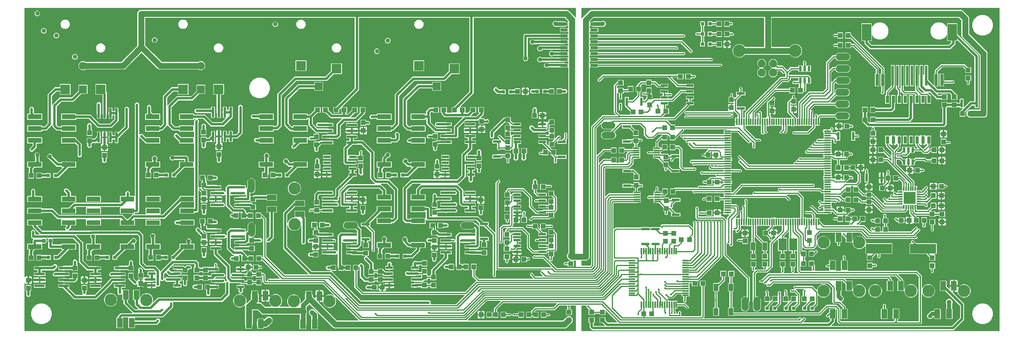
<source format=gbr>
G04 EAGLE Gerber RS-274X export*
G75*
%MOMM*%
%FSLAX34Y34*%
%LPD*%
%INTop Copper*%
%IPPOS*%
%AMOC8*
5,1,8,0,0,1.08239X$1,22.5*%
G01*
%ADD10R,2.100000X2.100000*%
%ADD11R,1.700000X1.700000*%
%ADD12R,3.000000X1.110000*%
%ADD13C,1.700000*%
%ADD14R,2.200000X0.600000*%
%ADD15R,0.600000X2.200000*%
%ADD16R,1.500000X0.600000*%
%ADD17R,1.524000X0.635000*%
%ADD18R,0.800000X0.800000*%
%ADD19R,1.000000X1.100000*%
%ADD20R,1.100000X1.000000*%
%ADD21C,1.500000*%
%ADD22R,1.400000X0.300000*%
%ADD23R,0.420000X0.570000*%
%ADD24R,1.000000X1.550000*%
%ADD25R,0.300000X1.475000*%
%ADD26R,1.475000X0.300000*%
%ADD27P,1.814519X8X202.500000*%
%ADD28C,2.700000*%
%ADD29R,1.820000X0.620000*%
%ADD30R,0.620000X1.820000*%
%ADD31R,1.193800X2.006600*%
%ADD32C,2.628900*%
%ADD33R,0.800000X1.645000*%
%ADD34R,0.850000X0.300000*%
%ADD35R,0.300000X0.850000*%
%ADD36R,2.600000X2.600000*%
%ADD37R,0.610000X4.300000*%
%ADD38R,0.700000X2.500000*%
%ADD39R,2.032000X3.600000*%
%ADD40R,0.600000X1.150000*%
%ADD41R,1.000000X1.800000*%
%ADD42R,1.750000X2.650000*%
%ADD43R,5.600000X2.100000*%
%ADD44R,2.006600X1.193800*%
%ADD45C,0.508000*%
%ADD46C,0.254000*%
%ADD47C,0.450000*%
%ADD48C,1.016000*%
%ADD49C,0.960000*%
%ADD50C,0.406400*%
%ADD51C,1.270000*%
%ADD52C,0.203200*%
%ADD53C,0.812800*%
%ADD54C,0.500000*%
%ADD55C,0.254000*%

G36*
X1186020Y3274D02*
X1186020Y3274D01*
X1186039Y3272D01*
X1186141Y3294D01*
X1186243Y3310D01*
X1186260Y3320D01*
X1186280Y3324D01*
X1186369Y3377D01*
X1186460Y3426D01*
X1186474Y3440D01*
X1186491Y3450D01*
X1186558Y3529D01*
X1186630Y3604D01*
X1186638Y3622D01*
X1186651Y3637D01*
X1186690Y3733D01*
X1186733Y3827D01*
X1186735Y3847D01*
X1186743Y3865D01*
X1186761Y4032D01*
X1186761Y56968D01*
X1186758Y56988D01*
X1186760Y57007D01*
X1186738Y57109D01*
X1186722Y57211D01*
X1186712Y57228D01*
X1186708Y57248D01*
X1186655Y57337D01*
X1186606Y57428D01*
X1186592Y57442D01*
X1186582Y57459D01*
X1186503Y57526D01*
X1186428Y57598D01*
X1186410Y57606D01*
X1186395Y57619D01*
X1186299Y57658D01*
X1186205Y57701D01*
X1186185Y57703D01*
X1186167Y57711D01*
X1186000Y57729D01*
X1176032Y57729D01*
X1176012Y57726D01*
X1175993Y57728D01*
X1175891Y57706D01*
X1175789Y57690D01*
X1175772Y57680D01*
X1175752Y57676D01*
X1175663Y57623D01*
X1175572Y57574D01*
X1175558Y57560D01*
X1175541Y57550D01*
X1175474Y57471D01*
X1175402Y57396D01*
X1175394Y57378D01*
X1175381Y57363D01*
X1175342Y57267D01*
X1175299Y57173D01*
X1175297Y57153D01*
X1175289Y57135D01*
X1175271Y56968D01*
X1175271Y50262D01*
X1175274Y50242D01*
X1175272Y50223D01*
X1175294Y50121D01*
X1175310Y50019D01*
X1175320Y50002D01*
X1175324Y49982D01*
X1175377Y49893D01*
X1175426Y49802D01*
X1175440Y49788D01*
X1175450Y49771D01*
X1175529Y49704D01*
X1175604Y49632D01*
X1175622Y49624D01*
X1175637Y49611D01*
X1175733Y49572D01*
X1175827Y49529D01*
X1175847Y49527D01*
X1175865Y49519D01*
X1176032Y49501D01*
X1177915Y49501D01*
X1178501Y48915D01*
X1178501Y38085D01*
X1177915Y37499D01*
X1166085Y37499D01*
X1165499Y38085D01*
X1165499Y48915D01*
X1166085Y49501D01*
X1167968Y49501D01*
X1167988Y49504D01*
X1168007Y49502D01*
X1168109Y49524D01*
X1168211Y49540D01*
X1168228Y49550D01*
X1168248Y49554D01*
X1168337Y49607D01*
X1168428Y49656D01*
X1168442Y49670D01*
X1168459Y49680D01*
X1168526Y49759D01*
X1168598Y49834D01*
X1168606Y49852D01*
X1168619Y49867D01*
X1168657Y49963D01*
X1168701Y50057D01*
X1168703Y50077D01*
X1168711Y50095D01*
X1168729Y50262D01*
X1168729Y56968D01*
X1168726Y56988D01*
X1168728Y57007D01*
X1168706Y57109D01*
X1168690Y57211D01*
X1168680Y57228D01*
X1168676Y57248D01*
X1168623Y57337D01*
X1168574Y57428D01*
X1168560Y57442D01*
X1168550Y57459D01*
X1168471Y57526D01*
X1168396Y57598D01*
X1168378Y57606D01*
X1168363Y57619D01*
X1168267Y57658D01*
X1168173Y57701D01*
X1168153Y57703D01*
X1168135Y57711D01*
X1167968Y57729D01*
X1151670Y57729D01*
X1151580Y57715D01*
X1151489Y57707D01*
X1151459Y57695D01*
X1151427Y57690D01*
X1151347Y57647D01*
X1151263Y57611D01*
X1151231Y57585D01*
X1151210Y57574D01*
X1151188Y57551D01*
X1151132Y57506D01*
X1143494Y49868D01*
X1141355Y47729D01*
X1101670Y47729D01*
X1101580Y47715D01*
X1101489Y47707D01*
X1101459Y47695D01*
X1101427Y47690D01*
X1101347Y47647D01*
X1101263Y47611D01*
X1101231Y47585D01*
X1101210Y47574D01*
X1101188Y47551D01*
X1101132Y47506D01*
X1099426Y45800D01*
X1099384Y45742D01*
X1099335Y45690D01*
X1099313Y45643D01*
X1099282Y45601D01*
X1099261Y45532D01*
X1099231Y45467D01*
X1099225Y45415D01*
X1099210Y45365D01*
X1099212Y45294D01*
X1099204Y45223D01*
X1099215Y45172D01*
X1099216Y45120D01*
X1099241Y45052D01*
X1099256Y44982D01*
X1099283Y44937D01*
X1099301Y44889D01*
X1099346Y44833D01*
X1099382Y44771D01*
X1099422Y44737D01*
X1099454Y44697D01*
X1099515Y44658D01*
X1099569Y44611D01*
X1099618Y44592D01*
X1099661Y44564D01*
X1099731Y44546D01*
X1099797Y44519D01*
X1099869Y44511D01*
X1099900Y44503D01*
X1099923Y44505D01*
X1099964Y44501D01*
X1105915Y44501D01*
X1106501Y43915D01*
X1106501Y32085D01*
X1105915Y31499D01*
X1095085Y31499D01*
X1094499Y32085D01*
X1094499Y33968D01*
X1094496Y33988D01*
X1094498Y34007D01*
X1094476Y34109D01*
X1094460Y34211D01*
X1094450Y34228D01*
X1094446Y34248D01*
X1094393Y34337D01*
X1094344Y34428D01*
X1094330Y34442D01*
X1094320Y34459D01*
X1094241Y34526D01*
X1094166Y34598D01*
X1094148Y34606D01*
X1094133Y34619D01*
X1094037Y34658D01*
X1093943Y34701D01*
X1093923Y34703D01*
X1093905Y34711D01*
X1093738Y34729D01*
X1093262Y34729D01*
X1093242Y34726D01*
X1093223Y34728D01*
X1093121Y34706D01*
X1093019Y34690D01*
X1093002Y34680D01*
X1092982Y34676D01*
X1092893Y34623D01*
X1092802Y34574D01*
X1092788Y34560D01*
X1092771Y34550D01*
X1092704Y34471D01*
X1092632Y34396D01*
X1092624Y34378D01*
X1092611Y34363D01*
X1092572Y34267D01*
X1092529Y34173D01*
X1092527Y34153D01*
X1092519Y34135D01*
X1092501Y33968D01*
X1092501Y32085D01*
X1091915Y31499D01*
X1081085Y31499D01*
X1080499Y32085D01*
X1080499Y43915D01*
X1081085Y44501D01*
X1089968Y44501D01*
X1089988Y44504D01*
X1090007Y44502D01*
X1090109Y44524D01*
X1090211Y44540D01*
X1090228Y44550D01*
X1090248Y44554D01*
X1090337Y44607D01*
X1090428Y44656D01*
X1090442Y44670D01*
X1090459Y44680D01*
X1090526Y44759D01*
X1090598Y44834D01*
X1090606Y44852D01*
X1090619Y44867D01*
X1090657Y44963D01*
X1090701Y45057D01*
X1090703Y45077D01*
X1090711Y45095D01*
X1090729Y45262D01*
X1090729Y46355D01*
X1098645Y54271D01*
X1138330Y54271D01*
X1138420Y54285D01*
X1138511Y54293D01*
X1138541Y54305D01*
X1138573Y54310D01*
X1138653Y54353D01*
X1138737Y54389D01*
X1138769Y54415D01*
X1138790Y54426D01*
X1138793Y54429D01*
X1138794Y54429D01*
X1138813Y54450D01*
X1138868Y54494D01*
X1145804Y61430D01*
X1145846Y61488D01*
X1145895Y61540D01*
X1145917Y61587D01*
X1145948Y61629D01*
X1145969Y61698D01*
X1145999Y61763D01*
X1146005Y61815D01*
X1146020Y61865D01*
X1146018Y61936D01*
X1146026Y62007D01*
X1146015Y62058D01*
X1146014Y62110D01*
X1145989Y62178D01*
X1145974Y62248D01*
X1145947Y62292D01*
X1145929Y62341D01*
X1145884Y62397D01*
X1145848Y62459D01*
X1145808Y62493D01*
X1145776Y62533D01*
X1145715Y62572D01*
X1145661Y62619D01*
X1145612Y62638D01*
X1145569Y62666D01*
X1145499Y62684D01*
X1145433Y62711D01*
X1145361Y62719D01*
X1145330Y62727D01*
X1145307Y62725D01*
X1145266Y62729D01*
X1031170Y62729D01*
X1031080Y62715D01*
X1030989Y62707D01*
X1030959Y62695D01*
X1030927Y62690D01*
X1030847Y62647D01*
X1030763Y62611D01*
X1030731Y62585D01*
X1030710Y62574D01*
X1030688Y62551D01*
X1030632Y62506D01*
X1017994Y49868D01*
X1017941Y49794D01*
X1017881Y49725D01*
X1017869Y49695D01*
X1017850Y49668D01*
X1017823Y49581D01*
X1017789Y49497D01*
X1017785Y49456D01*
X1017778Y49433D01*
X1017779Y49401D01*
X1017771Y49330D01*
X1017771Y45262D01*
X1017774Y45242D01*
X1017772Y45223D01*
X1017794Y45121D01*
X1017810Y45019D01*
X1017820Y45002D01*
X1017824Y44982D01*
X1017877Y44893D01*
X1017926Y44802D01*
X1017940Y44788D01*
X1017950Y44771D01*
X1018029Y44704D01*
X1018104Y44632D01*
X1018122Y44624D01*
X1018137Y44611D01*
X1018233Y44572D01*
X1018327Y44529D01*
X1018347Y44527D01*
X1018365Y44519D01*
X1018532Y44501D01*
X1019915Y44501D01*
X1020501Y43915D01*
X1020501Y32085D01*
X1019915Y31499D01*
X1009085Y31499D01*
X1008499Y32085D01*
X1008499Y33968D01*
X1008496Y33988D01*
X1008498Y34007D01*
X1008476Y34109D01*
X1008460Y34211D01*
X1008450Y34228D01*
X1008446Y34248D01*
X1008393Y34337D01*
X1008344Y34428D01*
X1008330Y34442D01*
X1008320Y34459D01*
X1008241Y34526D01*
X1008166Y34598D01*
X1008148Y34606D01*
X1008133Y34619D01*
X1008037Y34658D01*
X1007943Y34701D01*
X1007923Y34703D01*
X1007905Y34711D01*
X1007738Y34729D01*
X1007262Y34729D01*
X1007242Y34726D01*
X1007223Y34728D01*
X1007121Y34706D01*
X1007019Y34690D01*
X1007002Y34680D01*
X1006982Y34676D01*
X1006893Y34623D01*
X1006802Y34574D01*
X1006788Y34560D01*
X1006771Y34550D01*
X1006704Y34471D01*
X1006632Y34396D01*
X1006624Y34378D01*
X1006611Y34363D01*
X1006572Y34267D01*
X1006529Y34173D01*
X1006527Y34153D01*
X1006519Y34135D01*
X1006501Y33968D01*
X1006501Y32085D01*
X1005915Y31499D01*
X995085Y31499D01*
X994499Y32085D01*
X994499Y43915D01*
X995085Y44501D01*
X1005915Y44501D01*
X1006501Y43915D01*
X1006501Y42032D01*
X1006504Y42012D01*
X1006502Y41993D01*
X1006524Y41891D01*
X1006540Y41789D01*
X1006550Y41772D01*
X1006554Y41752D01*
X1006607Y41663D01*
X1006656Y41572D01*
X1006670Y41558D01*
X1006680Y41541D01*
X1006759Y41474D01*
X1006834Y41402D01*
X1006852Y41394D01*
X1006867Y41381D01*
X1006963Y41342D01*
X1007057Y41299D01*
X1007077Y41297D01*
X1007095Y41289D01*
X1007262Y41271D01*
X1007738Y41271D01*
X1007758Y41274D01*
X1007777Y41272D01*
X1007879Y41294D01*
X1007981Y41310D01*
X1007998Y41320D01*
X1008018Y41324D01*
X1008107Y41377D01*
X1008198Y41426D01*
X1008212Y41440D01*
X1008229Y41450D01*
X1008296Y41529D01*
X1008368Y41604D01*
X1008376Y41622D01*
X1008389Y41637D01*
X1008428Y41733D01*
X1008471Y41827D01*
X1008473Y41847D01*
X1008481Y41865D01*
X1008499Y42032D01*
X1008499Y43915D01*
X1009085Y44501D01*
X1010468Y44501D01*
X1010488Y44504D01*
X1010507Y44502D01*
X1010609Y44524D01*
X1010711Y44540D01*
X1010728Y44550D01*
X1010748Y44554D01*
X1010837Y44607D01*
X1010928Y44656D01*
X1010942Y44670D01*
X1010959Y44680D01*
X1011026Y44759D01*
X1011098Y44834D01*
X1011106Y44852D01*
X1011119Y44867D01*
X1011157Y44963D01*
X1011201Y45057D01*
X1011203Y45077D01*
X1011211Y45095D01*
X1011229Y45262D01*
X1011229Y52355D01*
X1025604Y66730D01*
X1025646Y66788D01*
X1025695Y66840D01*
X1025717Y66887D01*
X1025748Y66929D01*
X1025769Y66998D01*
X1025799Y67063D01*
X1025805Y67115D01*
X1025820Y67165D01*
X1025818Y67236D01*
X1025826Y67307D01*
X1025815Y67358D01*
X1025814Y67410D01*
X1025789Y67478D01*
X1025774Y67548D01*
X1025747Y67593D01*
X1025729Y67641D01*
X1025684Y67697D01*
X1025648Y67759D01*
X1025608Y67793D01*
X1025576Y67833D01*
X1025515Y67872D01*
X1025461Y67919D01*
X1025412Y67938D01*
X1025369Y67966D01*
X1025299Y67984D01*
X1025233Y68011D01*
X1025161Y68019D01*
X1025130Y68027D01*
X1025107Y68025D01*
X1025066Y68029D01*
X996192Y68029D01*
X996102Y68015D01*
X996011Y68007D01*
X995982Y67995D01*
X995950Y67990D01*
X995869Y67947D01*
X995785Y67911D01*
X995753Y67885D01*
X995732Y67874D01*
X995710Y67851D01*
X995654Y67806D01*
X954636Y26788D01*
X954498Y26650D01*
X954456Y26592D01*
X954407Y26540D01*
X954385Y26493D01*
X954355Y26451D01*
X954333Y26382D01*
X954303Y26317D01*
X954297Y26265D01*
X954282Y26216D01*
X954284Y26144D01*
X954276Y26073D01*
X954287Y26022D01*
X954288Y25970D01*
X954313Y25902D01*
X954328Y25832D01*
X954355Y25787D01*
X954373Y25739D01*
X954418Y25683D01*
X954455Y25621D01*
X954494Y25587D01*
X954527Y25547D01*
X954587Y25508D01*
X954641Y25461D01*
X954690Y25442D01*
X954733Y25414D01*
X954803Y25396D01*
X954870Y25369D01*
X954941Y25361D01*
X954972Y25353D01*
X954995Y25355D01*
X955036Y25351D01*
X1158726Y25351D01*
X1158816Y25365D01*
X1158907Y25373D01*
X1158936Y25385D01*
X1158968Y25390D01*
X1159049Y25433D01*
X1159133Y25469D01*
X1159165Y25495D01*
X1159186Y25506D01*
X1159208Y25529D01*
X1159264Y25574D01*
X1165276Y31586D01*
X1165329Y31660D01*
X1165389Y31729D01*
X1165401Y31760D01*
X1165420Y31786D01*
X1165442Y31857D01*
X1166133Y32548D01*
X1166199Y32583D01*
X1166283Y32619D01*
X1166315Y32645D01*
X1166336Y32656D01*
X1166358Y32679D01*
X1166414Y32724D01*
X1167270Y33579D01*
X1170339Y34851D01*
X1173661Y34851D01*
X1176730Y33579D01*
X1177586Y32724D01*
X1177660Y32671D01*
X1177729Y32611D01*
X1177760Y32599D01*
X1177786Y32580D01*
X1177857Y32558D01*
X1178548Y31867D01*
X1178583Y31801D01*
X1178619Y31717D01*
X1178645Y31685D01*
X1178656Y31664D01*
X1178679Y31642D01*
X1178724Y31586D01*
X1179079Y31230D01*
X1180351Y28161D01*
X1180351Y24839D01*
X1179079Y21770D01*
X1178724Y21414D01*
X1178671Y21340D01*
X1178611Y21271D01*
X1178599Y21240D01*
X1178580Y21214D01*
X1178558Y21143D01*
X1177867Y20452D01*
X1177801Y20417D01*
X1177717Y20381D01*
X1177685Y20355D01*
X1177664Y20344D01*
X1177642Y20321D01*
X1177586Y20276D01*
X1167230Y9921D01*
X1164161Y8649D01*
X669339Y8649D01*
X666270Y9921D01*
X615640Y60550D01*
X615624Y60562D01*
X615612Y60577D01*
X615524Y60633D01*
X615440Y60694D01*
X615422Y60699D01*
X615405Y60710D01*
X615304Y60736D01*
X615205Y60766D01*
X615185Y60765D01*
X615166Y60770D01*
X615063Y60762D01*
X614960Y60760D01*
X614941Y60753D01*
X614921Y60751D01*
X614826Y60711D01*
X614729Y60675D01*
X614713Y60663D01*
X614695Y60655D01*
X614564Y60550D01*
X608904Y54890D01*
X608851Y54816D01*
X608791Y54747D01*
X608779Y54716D01*
X608760Y54690D01*
X608733Y54603D01*
X608699Y54518D01*
X608695Y54478D01*
X608688Y54455D01*
X608689Y54423D01*
X608681Y54352D01*
X608681Y49879D01*
X608691Y49814D01*
X608692Y49748D01*
X608715Y49668D01*
X608720Y49636D01*
X608730Y49619D01*
X608739Y49587D01*
X609951Y46661D01*
X609951Y43339D01*
X608739Y40413D01*
X608724Y40349D01*
X608699Y40288D01*
X608690Y40205D01*
X608683Y40173D01*
X608684Y40154D01*
X608681Y40121D01*
X608681Y17348D01*
X607928Y15530D01*
X607913Y15466D01*
X607888Y15405D01*
X607879Y15322D01*
X607872Y15290D01*
X607873Y15271D01*
X607870Y15238D01*
X607870Y7608D01*
X607284Y7022D01*
X594516Y7022D01*
X593930Y7608D01*
X593930Y16228D01*
X593928Y16241D01*
X593929Y16251D01*
X593920Y16296D01*
X593919Y16358D01*
X593896Y16438D01*
X593891Y16471D01*
X593881Y16488D01*
X593872Y16519D01*
X593819Y16648D01*
X593819Y19464D01*
X593872Y19593D01*
X593887Y19656D01*
X593912Y19717D01*
X593921Y19800D01*
X593928Y19832D01*
X593927Y19851D01*
X593930Y19884D01*
X593930Y28504D01*
X594296Y28870D01*
X594349Y28944D01*
X594409Y29013D01*
X594421Y29043D01*
X594440Y29069D01*
X594467Y29156D01*
X594501Y29241D01*
X594505Y29282D01*
X594512Y29304D01*
X594511Y29337D01*
X594519Y29408D01*
X594519Y37472D01*
X594516Y37491D01*
X594518Y37511D01*
X594496Y37612D01*
X594480Y37714D01*
X594470Y37732D01*
X594466Y37751D01*
X594413Y37840D01*
X594364Y37932D01*
X594350Y37945D01*
X594340Y37962D01*
X594261Y38030D01*
X594186Y38101D01*
X594168Y38109D01*
X594153Y38122D01*
X594057Y38161D01*
X593963Y38205D01*
X593943Y38207D01*
X593925Y38214D01*
X593758Y38233D01*
X515154Y38233D01*
X512085Y39504D01*
X504262Y47326D01*
X504188Y47379D01*
X504119Y47439D01*
X504089Y47451D01*
X504063Y47470D01*
X503976Y47497D01*
X503891Y47531D01*
X503850Y47535D01*
X503828Y47542D01*
X503795Y47541D01*
X503724Y47549D01*
X494012Y47549D01*
X493992Y47546D01*
X493973Y47548D01*
X493871Y47526D01*
X493769Y47510D01*
X493752Y47500D01*
X493732Y47496D01*
X493643Y47443D01*
X493552Y47394D01*
X493538Y47380D01*
X493521Y47370D01*
X493454Y47291D01*
X493382Y47216D01*
X493374Y47198D01*
X493361Y47183D01*
X493322Y47087D01*
X493279Y46993D01*
X493277Y46973D01*
X493269Y46955D01*
X493251Y46788D01*
X493251Y17395D01*
X491928Y14201D01*
X491918Y14160D01*
X491906Y14133D01*
X491903Y14114D01*
X491888Y14076D01*
X491879Y13993D01*
X491872Y13961D01*
X491873Y13942D01*
X491870Y13910D01*
X491870Y8608D01*
X491284Y8022D01*
X478516Y8022D01*
X477930Y8608D01*
X477930Y13910D01*
X477921Y13965D01*
X477921Y13968D01*
X477920Y13976D01*
X477919Y14040D01*
X477896Y14120D01*
X477891Y14152D01*
X477881Y14169D01*
X477872Y14201D01*
X476549Y17395D01*
X476549Y57189D01*
X476538Y57260D01*
X476536Y57332D01*
X476518Y57380D01*
X476510Y57432D01*
X476476Y57495D01*
X476451Y57563D01*
X476419Y57603D01*
X476394Y57649D01*
X476342Y57699D01*
X476298Y57755D01*
X476254Y57783D01*
X476216Y57819D01*
X476151Y57849D01*
X476091Y57888D01*
X476040Y57900D01*
X475993Y57922D01*
X475922Y57930D01*
X475852Y57948D01*
X475800Y57944D01*
X475749Y57949D01*
X475678Y57934D01*
X475607Y57928D01*
X475559Y57908D01*
X475508Y57897D01*
X475447Y57860D01*
X475381Y57832D01*
X475325Y57787D01*
X475297Y57771D01*
X475282Y57753D01*
X475250Y57727D01*
X473609Y56086D01*
X468410Y53933D01*
X462782Y53933D01*
X457583Y56086D01*
X453604Y60065D01*
X451451Y65264D01*
X451451Y70892D01*
X453604Y76091D01*
X457583Y80070D01*
X462782Y82223D01*
X468410Y82223D01*
X473609Y80070D01*
X477588Y76091D01*
X479741Y70892D01*
X479741Y65264D01*
X479287Y64168D01*
X479265Y64073D01*
X479236Y63980D01*
X479237Y63954D01*
X479231Y63929D01*
X479240Y63832D01*
X479243Y63734D01*
X479252Y63710D01*
X479254Y63684D01*
X479294Y63595D01*
X479327Y63503D01*
X479343Y63483D01*
X479354Y63459D01*
X479420Y63387D01*
X479481Y63311D01*
X479503Y63297D01*
X479520Y63278D01*
X479606Y63231D01*
X479688Y63178D01*
X479713Y63172D01*
X479736Y63159D01*
X479832Y63142D01*
X479926Y63118D01*
X479952Y63120D01*
X479978Y63116D01*
X480075Y63130D01*
X480171Y63137D01*
X480195Y63148D01*
X480221Y63151D01*
X480308Y63196D01*
X480398Y63234D01*
X480423Y63254D01*
X480441Y63263D01*
X480464Y63286D01*
X480529Y63338D01*
X489026Y71836D01*
X489079Y71910D01*
X489139Y71979D01*
X489151Y72010D01*
X489170Y72036D01*
X489197Y72123D01*
X489231Y72208D01*
X489235Y72249D01*
X489242Y72271D01*
X489241Y72303D01*
X489249Y72374D01*
X489249Y80661D01*
X490572Y83855D01*
X490587Y83919D01*
X490612Y83980D01*
X490621Y84063D01*
X490628Y84095D01*
X490627Y84114D01*
X490630Y84146D01*
X490630Y89448D01*
X491216Y90034D01*
X503984Y90034D01*
X504570Y89448D01*
X504570Y84146D01*
X504580Y84082D01*
X504581Y84016D01*
X504604Y83936D01*
X504609Y83904D01*
X504619Y83887D01*
X504628Y83855D01*
X505951Y80661D01*
X505951Y66939D01*
X505273Y65303D01*
X505263Y65259D01*
X505243Y65217D01*
X505235Y65140D01*
X505217Y65064D01*
X505221Y65018D01*
X505216Y64973D01*
X505233Y64896D01*
X505240Y64819D01*
X505259Y64777D01*
X505269Y64732D01*
X505309Y64665D01*
X505340Y64594D01*
X505371Y64560D01*
X505395Y64521D01*
X505454Y64470D01*
X505507Y64413D01*
X505547Y64391D01*
X505582Y64361D01*
X505654Y64332D01*
X505722Y64295D01*
X505767Y64286D01*
X505810Y64269D01*
X505946Y64254D01*
X505964Y64251D01*
X505969Y64252D01*
X505977Y64251D01*
X509159Y64251D01*
X512229Y62979D01*
X520051Y55157D01*
X520125Y55104D01*
X520194Y55045D01*
X520224Y55032D01*
X520251Y55014D01*
X520338Y54987D01*
X520422Y54953D01*
X520463Y54948D01*
X520486Y54941D01*
X520518Y54942D01*
X520589Y54934D01*
X533606Y54934D01*
X533676Y54946D01*
X533748Y54948D01*
X533797Y54966D01*
X533848Y54974D01*
X533912Y55008D01*
X533979Y55032D01*
X534020Y55065D01*
X534066Y55089D01*
X534115Y55141D01*
X534171Y55186D01*
X534199Y55230D01*
X534235Y55267D01*
X534265Y55332D01*
X534304Y55393D01*
X534317Y55443D01*
X534339Y55490D01*
X534347Y55562D01*
X534364Y55631D01*
X534360Y55683D01*
X534366Y55735D01*
X534351Y55805D01*
X534345Y55876D01*
X534325Y55924D01*
X534314Y55975D01*
X534277Y56037D01*
X534249Y56103D01*
X534204Y56159D01*
X534187Y56186D01*
X534170Y56202D01*
X534144Y56234D01*
X530312Y60065D01*
X528159Y65264D01*
X528159Y65808D01*
X528140Y65925D01*
X528122Y66043D01*
X528120Y66047D01*
X528119Y66051D01*
X528063Y66156D01*
X528009Y66262D01*
X528006Y66265D01*
X528004Y66268D01*
X527918Y66349D01*
X527832Y66433D01*
X527829Y66435D01*
X527826Y66438D01*
X527718Y66488D01*
X527610Y66539D01*
X527606Y66539D01*
X527603Y66541D01*
X527485Y66554D01*
X527366Y66569D01*
X527361Y66568D01*
X527358Y66568D01*
X527345Y66565D01*
X527200Y66543D01*
X526763Y66426D01*
X521983Y66426D01*
X521983Y77477D01*
X528970Y77477D01*
X528970Y76586D01*
X528981Y76515D01*
X528983Y76443D01*
X529001Y76394D01*
X529009Y76343D01*
X529043Y76280D01*
X529068Y76212D01*
X529100Y76172D01*
X529125Y76126D01*
X529176Y76076D01*
X529221Y76020D01*
X529265Y75992D01*
X529303Y75956D01*
X529368Y75926D01*
X529428Y75887D01*
X529479Y75875D01*
X529526Y75853D01*
X529597Y75845D01*
X529667Y75827D01*
X529719Y75831D01*
X529770Y75826D01*
X529841Y75841D01*
X529912Y75846D01*
X529960Y75867D01*
X530011Y75878D01*
X530072Y75915D01*
X530138Y75943D01*
X530194Y75988D01*
X530222Y76004D01*
X530237Y76022D01*
X530269Y76048D01*
X534291Y80070D01*
X539490Y82223D01*
X545118Y82223D01*
X550317Y80070D01*
X554296Y76091D01*
X556449Y70892D01*
X556449Y65264D01*
X554296Y60065D01*
X550464Y56234D01*
X550422Y56176D01*
X550373Y56124D01*
X550351Y56076D01*
X550321Y56034D01*
X550300Y55966D01*
X550269Y55900D01*
X550264Y55849D01*
X550248Y55799D01*
X550250Y55727D01*
X550242Y55656D01*
X550253Y55605D01*
X550255Y55553D01*
X550279Y55486D01*
X550294Y55416D01*
X550321Y55371D01*
X550339Y55322D01*
X550384Y55266D01*
X550421Y55205D01*
X550460Y55171D01*
X550493Y55130D01*
X550553Y55091D01*
X550608Y55045D01*
X550656Y55025D01*
X550700Y54997D01*
X550769Y54980D01*
X550836Y54953D01*
X550907Y54945D01*
X550938Y54937D01*
X550961Y54939D01*
X551002Y54934D01*
X571898Y54934D01*
X571968Y54946D01*
X572040Y54948D01*
X572089Y54966D01*
X572140Y54974D01*
X572204Y55008D01*
X572271Y55032D01*
X572312Y55065D01*
X572358Y55089D01*
X572407Y55141D01*
X572463Y55186D01*
X572491Y55230D01*
X572527Y55267D01*
X572557Y55332D01*
X572596Y55393D01*
X572609Y55443D01*
X572631Y55490D01*
X572639Y55562D01*
X572656Y55631D01*
X572652Y55683D01*
X572658Y55735D01*
X572643Y55805D01*
X572637Y55876D01*
X572617Y55924D01*
X572606Y55975D01*
X572569Y56037D01*
X572541Y56103D01*
X572496Y56159D01*
X572479Y56186D01*
X572462Y56202D01*
X572436Y56234D01*
X569604Y59065D01*
X567451Y64264D01*
X567451Y69892D01*
X569604Y75091D01*
X573583Y79070D01*
X578782Y81223D01*
X584410Y81223D01*
X589609Y79070D01*
X593588Y75091D01*
X595741Y69892D01*
X595741Y64264D01*
X595431Y63516D01*
X595409Y63421D01*
X595380Y63328D01*
X595381Y63302D01*
X595375Y63277D01*
X595384Y63180D01*
X595387Y63082D01*
X595396Y63058D01*
X595398Y63032D01*
X595438Y62943D01*
X595471Y62851D01*
X595488Y62831D01*
X595498Y62807D01*
X595564Y62735D01*
X595625Y62659D01*
X595647Y62645D01*
X595665Y62626D01*
X595750Y62579D01*
X595832Y62526D01*
X595857Y62520D01*
X595880Y62507D01*
X595976Y62490D01*
X596070Y62466D01*
X596096Y62468D01*
X596122Y62464D01*
X596219Y62478D01*
X596316Y62485D01*
X596340Y62496D01*
X596366Y62500D01*
X596453Y62544D01*
X596542Y62582D01*
X596567Y62602D01*
X596585Y62611D01*
X596608Y62635D01*
X596673Y62687D01*
X597696Y63710D01*
X605322Y71336D01*
X605390Y71430D01*
X605460Y71524D01*
X605462Y71530D01*
X605465Y71535D01*
X605500Y71647D01*
X605536Y71758D01*
X605536Y71764D01*
X605538Y71770D01*
X605535Y71887D01*
X605534Y72004D01*
X605532Y72011D01*
X605531Y72016D01*
X605525Y72034D01*
X605487Y72165D01*
X605249Y72739D01*
X605249Y79661D01*
X606572Y82855D01*
X606587Y82919D01*
X606612Y82980D01*
X606621Y83063D01*
X606628Y83095D01*
X606627Y83114D01*
X606630Y83147D01*
X606630Y88448D01*
X607216Y89034D01*
X619984Y89034D01*
X620570Y88448D01*
X620570Y83147D01*
X620580Y83082D01*
X620581Y83016D01*
X620604Y82936D01*
X620609Y82904D01*
X620619Y82887D01*
X620628Y82855D01*
X621951Y79661D01*
X621951Y78174D01*
X621965Y78084D01*
X621973Y77993D01*
X621985Y77964D01*
X621990Y77932D01*
X622033Y77851D01*
X622069Y77767D01*
X622095Y77735D01*
X622106Y77714D01*
X622129Y77692D01*
X622174Y77636D01*
X626651Y73159D01*
X626709Y73117D01*
X626761Y73068D01*
X626808Y73046D01*
X626850Y73015D01*
X626919Y72994D01*
X626984Y72964D01*
X627036Y72958D01*
X627086Y72943D01*
X627157Y72945D01*
X627228Y72937D01*
X627279Y72948D01*
X627331Y72949D01*
X627399Y72974D01*
X627469Y72989D01*
X627514Y73016D01*
X627562Y73034D01*
X627618Y73079D01*
X627680Y73115D01*
X627714Y73155D01*
X627754Y73188D01*
X627793Y73248D01*
X627840Y73302D01*
X627859Y73351D01*
X627887Y73395D01*
X627905Y73464D01*
X627932Y73531D01*
X627940Y73602D01*
X627948Y73633D01*
X627946Y73656D01*
X627950Y73697D01*
X627950Y76477D01*
X634937Y76477D01*
X634937Y65188D01*
X634952Y65098D01*
X634959Y65007D01*
X634971Y64977D01*
X634977Y64946D01*
X635019Y64865D01*
X635055Y64781D01*
X635081Y64749D01*
X635092Y64728D01*
X635115Y64706D01*
X635160Y64650D01*
X674236Y25574D01*
X674310Y25521D01*
X674379Y25461D01*
X674410Y25449D01*
X674436Y25430D01*
X674523Y25403D01*
X674608Y25369D01*
X674649Y25365D01*
X674671Y25358D01*
X674703Y25359D01*
X674774Y25351D01*
X720345Y25351D01*
X720416Y25362D01*
X720487Y25364D01*
X720536Y25382D01*
X720588Y25390D01*
X720651Y25424D01*
X720718Y25449D01*
X720759Y25481D01*
X720805Y25506D01*
X720854Y25557D01*
X720910Y25602D01*
X720938Y25646D01*
X720974Y25684D01*
X721005Y25749D01*
X721043Y25809D01*
X721056Y25860D01*
X721078Y25907D01*
X721086Y25978D01*
X721103Y26048D01*
X721099Y26100D01*
X721105Y26151D01*
X721090Y26222D01*
X721084Y26293D01*
X721064Y26341D01*
X721053Y26392D01*
X721016Y26453D01*
X720988Y26519D01*
X720943Y26575D01*
X720927Y26603D01*
X720909Y26618D01*
X720883Y26650D01*
X671484Y76050D01*
X671405Y76106D01*
X671330Y76169D01*
X671305Y76178D01*
X671284Y76193D01*
X671191Y76222D01*
X671100Y76257D01*
X671074Y76258D01*
X671049Y76266D01*
X670952Y76263D01*
X670854Y76267D01*
X670829Y76260D01*
X670803Y76259D01*
X670711Y76226D01*
X670618Y76199D01*
X670597Y76184D01*
X670572Y76175D01*
X670496Y76114D01*
X670416Y76058D01*
X670400Y76037D01*
X670380Y76021D01*
X670327Y75939D01*
X670269Y75861D01*
X670261Y75836D01*
X670247Y75814D01*
X670223Y75720D01*
X670193Y75627D01*
X670193Y75601D01*
X670187Y75576D01*
X670194Y75479D01*
X670195Y75381D01*
X670205Y75350D01*
X670206Y75330D01*
X670219Y75300D01*
X670242Y75220D01*
X672449Y69892D01*
X672449Y64264D01*
X670296Y59065D01*
X666317Y55086D01*
X661118Y52933D01*
X655490Y52933D01*
X650291Y55086D01*
X646312Y59065D01*
X644159Y64264D01*
X644159Y64808D01*
X644140Y64925D01*
X644122Y65043D01*
X644120Y65047D01*
X644119Y65051D01*
X644064Y65155D01*
X644009Y65262D01*
X644006Y65265D01*
X644004Y65268D01*
X643918Y65349D01*
X643832Y65433D01*
X643829Y65435D01*
X643826Y65438D01*
X643718Y65488D01*
X643610Y65539D01*
X643606Y65539D01*
X643603Y65541D01*
X643485Y65554D01*
X643366Y65569D01*
X643361Y65568D01*
X643358Y65568D01*
X643345Y65565D01*
X643200Y65543D01*
X642763Y65426D01*
X637983Y65426D01*
X637983Y76477D01*
X644970Y76477D01*
X644970Y75586D01*
X644973Y75568D01*
X644971Y75550D01*
X644982Y75500D01*
X644983Y75443D01*
X645001Y75394D01*
X645009Y75343D01*
X645020Y75323D01*
X645023Y75310D01*
X645046Y75271D01*
X645068Y75212D01*
X645100Y75172D01*
X645125Y75126D01*
X645144Y75107D01*
X645149Y75099D01*
X645180Y75072D01*
X645221Y75020D01*
X645265Y74992D01*
X645303Y74956D01*
X645330Y74944D01*
X645336Y74939D01*
X645369Y74925D01*
X645428Y74887D01*
X645479Y74875D01*
X645526Y74853D01*
X645558Y74849D01*
X645564Y74847D01*
X645610Y74842D01*
X645667Y74827D01*
X645709Y74831D01*
X645731Y74828D01*
X645735Y74828D01*
X645740Y74829D01*
X645770Y74826D01*
X645841Y74841D01*
X645912Y74846D01*
X645953Y74864D01*
X645977Y74868D01*
X645986Y74873D01*
X646011Y74878D01*
X646072Y74915D01*
X646138Y74943D01*
X646177Y74973D01*
X646195Y74983D01*
X646205Y74994D01*
X646222Y75004D01*
X646237Y75022D01*
X646269Y75048D01*
X650291Y79070D01*
X655490Y81223D01*
X661118Y81223D01*
X666446Y79016D01*
X666541Y78994D01*
X666634Y78965D01*
X666660Y78966D01*
X666686Y78960D01*
X666782Y78969D01*
X666880Y78972D01*
X666904Y78981D01*
X666930Y78983D01*
X667019Y79023D01*
X667111Y79056D01*
X667131Y79072D01*
X667155Y79083D01*
X667227Y79149D01*
X667303Y79210D01*
X667317Y79232D01*
X667336Y79249D01*
X667383Y79335D01*
X667436Y79417D01*
X667442Y79442D01*
X667455Y79465D01*
X667472Y79561D01*
X667496Y79655D01*
X667494Y79681D01*
X667499Y79707D01*
X667484Y79804D01*
X667477Y79900D01*
X667467Y79924D01*
X667463Y79950D01*
X667418Y80037D01*
X667380Y80127D01*
X667360Y80152D01*
X667351Y80170D01*
X667328Y80193D01*
X667276Y80258D01*
X644027Y103506D01*
X643953Y103559D01*
X643884Y103619D01*
X643853Y103631D01*
X643827Y103650D01*
X643740Y103677D01*
X643655Y103711D01*
X643615Y103715D01*
X643592Y103722D01*
X643560Y103721D01*
X643489Y103729D01*
X519645Y103729D01*
X517506Y105868D01*
X516328Y107046D01*
X514189Y109185D01*
X514189Y120468D01*
X514186Y120488D01*
X514188Y120507D01*
X514166Y120609D01*
X514150Y120711D01*
X514140Y120728D01*
X514136Y120748D01*
X514083Y120837D01*
X514034Y120928D01*
X514020Y120942D01*
X514010Y120959D01*
X513931Y121026D01*
X513856Y121098D01*
X513838Y121106D01*
X513823Y121119D01*
X513727Y121158D01*
X513633Y121201D01*
X513613Y121203D01*
X513595Y121211D01*
X513428Y121229D01*
X512762Y121229D01*
X512742Y121226D01*
X512723Y121228D01*
X512621Y121206D01*
X512519Y121190D01*
X512502Y121180D01*
X512482Y121176D01*
X512393Y121123D01*
X512302Y121074D01*
X512288Y121060D01*
X512271Y121050D01*
X512204Y120971D01*
X512132Y120896D01*
X512124Y120878D01*
X512111Y120863D01*
X512072Y120767D01*
X512029Y120673D01*
X512027Y120653D01*
X512019Y120635D01*
X512001Y120468D01*
X512001Y118585D01*
X511415Y117999D01*
X500585Y117999D01*
X499999Y118585D01*
X499999Y120468D01*
X499996Y120488D01*
X499998Y120507D01*
X499976Y120609D01*
X499960Y120711D01*
X499950Y120728D01*
X499946Y120748D01*
X499893Y120837D01*
X499844Y120928D01*
X499830Y120942D01*
X499820Y120959D01*
X499741Y121026D01*
X499666Y121098D01*
X499648Y121106D01*
X499633Y121119D01*
X499537Y121158D01*
X499443Y121201D01*
X499423Y121203D01*
X499405Y121211D01*
X499238Y121229D01*
X494262Y121229D01*
X494242Y121226D01*
X494223Y121228D01*
X494121Y121206D01*
X494019Y121190D01*
X494002Y121180D01*
X493982Y121176D01*
X493893Y121123D01*
X493802Y121074D01*
X493788Y121060D01*
X493771Y121050D01*
X493704Y120971D01*
X493632Y120896D01*
X493624Y120878D01*
X493611Y120863D01*
X493572Y120767D01*
X493529Y120673D01*
X493527Y120653D01*
X493519Y120635D01*
X493501Y120468D01*
X493501Y119085D01*
X492915Y118499D01*
X481085Y118499D01*
X480499Y119085D01*
X480499Y119318D01*
X480496Y119338D01*
X480498Y119357D01*
X480476Y119458D01*
X480460Y119561D01*
X480450Y119578D01*
X480446Y119598D01*
X480393Y119687D01*
X480344Y119778D01*
X480330Y119792D01*
X480320Y119809D01*
X480241Y119876D01*
X480166Y119948D01*
X480148Y119956D01*
X480133Y119969D01*
X480037Y120008D01*
X479943Y120051D01*
X479923Y120053D01*
X479905Y120061D01*
X479738Y120079D01*
X476460Y120079D01*
X476370Y120065D01*
X476279Y120057D01*
X476249Y120045D01*
X476217Y120040D01*
X476136Y119997D01*
X476052Y119961D01*
X476020Y119935D01*
X476000Y119924D01*
X475978Y119901D01*
X475922Y119856D01*
X475415Y119349D01*
X470236Y119349D01*
X470146Y119335D01*
X470055Y119327D01*
X470025Y119315D01*
X469993Y119310D01*
X469913Y119267D01*
X469829Y119231D01*
X469797Y119205D01*
X469776Y119194D01*
X469754Y119171D01*
X469698Y119126D01*
X469381Y118809D01*
X448769Y118809D01*
X446840Y120738D01*
X446782Y120780D01*
X446730Y120829D01*
X446683Y120851D01*
X446641Y120882D01*
X446572Y120903D01*
X446507Y120933D01*
X446455Y120939D01*
X446405Y120954D01*
X446334Y120952D01*
X446263Y120960D01*
X446212Y120949D01*
X446160Y120948D01*
X446092Y120923D01*
X446022Y120908D01*
X445977Y120881D01*
X445929Y120863D01*
X445873Y120818D01*
X445811Y120782D01*
X445777Y120742D01*
X445737Y120710D01*
X445698Y120649D01*
X445651Y120595D01*
X445632Y120546D01*
X445604Y120503D01*
X445586Y120433D01*
X445559Y120367D01*
X445551Y120295D01*
X445543Y120264D01*
X445545Y120241D01*
X445541Y120200D01*
X445541Y119196D01*
X445555Y119106D01*
X445563Y119015D01*
X445575Y118985D01*
X445580Y118953D01*
X445623Y118873D01*
X445659Y118789D01*
X445685Y118757D01*
X445696Y118736D01*
X445719Y118714D01*
X445764Y118658D01*
X449008Y115414D01*
X449082Y115361D01*
X449151Y115301D01*
X449181Y115289D01*
X449208Y115270D01*
X449295Y115243D01*
X449379Y115209D01*
X449420Y115205D01*
X449443Y115198D01*
X449475Y115199D01*
X449546Y115191D01*
X469381Y115191D01*
X469698Y114874D01*
X469772Y114821D01*
X469841Y114761D01*
X469871Y114749D01*
X469898Y114730D01*
X469985Y114703D01*
X470069Y114669D01*
X470110Y114665D01*
X470133Y114658D01*
X470165Y114659D01*
X470236Y114651D01*
X475415Y114651D01*
X476001Y114065D01*
X476001Y111532D01*
X476004Y111512D01*
X476002Y111493D01*
X476024Y111391D01*
X476040Y111289D01*
X476050Y111272D01*
X476054Y111252D01*
X476107Y111163D01*
X476156Y111072D01*
X476170Y111058D01*
X476180Y111041D01*
X476259Y110974D01*
X476334Y110902D01*
X476352Y110894D01*
X476367Y110881D01*
X476463Y110842D01*
X476557Y110799D01*
X476577Y110797D01*
X476595Y110789D01*
X476762Y110771D01*
X479738Y110771D01*
X479758Y110774D01*
X479777Y110772D01*
X479879Y110794D01*
X479981Y110810D01*
X479998Y110820D01*
X480018Y110824D01*
X480107Y110877D01*
X480198Y110926D01*
X480212Y110940D01*
X480229Y110950D01*
X480296Y111029D01*
X480368Y111104D01*
X480376Y111122D01*
X480389Y111137D01*
X480428Y111233D01*
X480471Y111327D01*
X480473Y111347D01*
X480481Y111365D01*
X480499Y111532D01*
X480499Y112915D01*
X481085Y113501D01*
X492915Y113501D01*
X493501Y112915D01*
X493501Y111532D01*
X493504Y111512D01*
X493502Y111493D01*
X493524Y111391D01*
X493540Y111289D01*
X493550Y111272D01*
X493554Y111252D01*
X493607Y111163D01*
X493656Y111072D01*
X493670Y111058D01*
X493680Y111041D01*
X493759Y110974D01*
X493834Y110902D01*
X493852Y110894D01*
X493867Y110881D01*
X493963Y110842D01*
X494057Y110799D01*
X494077Y110797D01*
X494095Y110789D01*
X494262Y110771D01*
X499238Y110771D01*
X499258Y110774D01*
X499277Y110772D01*
X499379Y110794D01*
X499481Y110810D01*
X499498Y110820D01*
X499518Y110824D01*
X499607Y110877D01*
X499698Y110926D01*
X499712Y110940D01*
X499729Y110950D01*
X499796Y111029D01*
X499868Y111104D01*
X499876Y111122D01*
X499889Y111137D01*
X499928Y111233D01*
X499971Y111327D01*
X499973Y111347D01*
X499981Y111365D01*
X499999Y111532D01*
X499999Y113415D01*
X500585Y114001D01*
X511415Y114001D01*
X512001Y113415D01*
X512001Y101585D01*
X511415Y100999D01*
X500585Y100999D01*
X499999Y101585D01*
X499999Y103468D01*
X499996Y103488D01*
X499998Y103507D01*
X499976Y103609D01*
X499960Y103711D01*
X499950Y103728D01*
X499946Y103748D01*
X499893Y103837D01*
X499844Y103928D01*
X499830Y103942D01*
X499820Y103959D01*
X499741Y104026D01*
X499666Y104098D01*
X499648Y104106D01*
X499633Y104119D01*
X499537Y104158D01*
X499443Y104201D01*
X499423Y104203D01*
X499405Y104211D01*
X499238Y104229D01*
X494262Y104229D01*
X494242Y104226D01*
X494223Y104228D01*
X494121Y104206D01*
X494019Y104190D01*
X494002Y104180D01*
X493982Y104176D01*
X493893Y104123D01*
X493802Y104074D01*
X493788Y104060D01*
X493771Y104050D01*
X493704Y103971D01*
X493632Y103896D01*
X493624Y103878D01*
X493611Y103863D01*
X493572Y103767D01*
X493529Y103673D01*
X493527Y103653D01*
X493519Y103635D01*
X493501Y103468D01*
X493501Y102085D01*
X492915Y101499D01*
X481085Y101499D01*
X480499Y102085D01*
X480499Y103468D01*
X480496Y103488D01*
X480498Y103507D01*
X480476Y103609D01*
X480460Y103711D01*
X480450Y103728D01*
X480446Y103748D01*
X480393Y103837D01*
X480344Y103928D01*
X480330Y103942D01*
X480320Y103959D01*
X480241Y104026D01*
X480166Y104098D01*
X480148Y104106D01*
X480133Y104119D01*
X480037Y104158D01*
X479943Y104201D01*
X479923Y104203D01*
X479905Y104211D01*
X479738Y104229D01*
X469295Y104229D01*
X467638Y105886D01*
X467564Y105939D01*
X467495Y105999D01*
X467465Y106011D01*
X467438Y106030D01*
X467351Y106057D01*
X467267Y106091D01*
X467226Y106095D01*
X467203Y106102D01*
X467171Y106101D01*
X467100Y106109D01*
X445469Y106109D01*
X444840Y106738D01*
X444782Y106780D01*
X444730Y106829D01*
X444683Y106851D01*
X444641Y106882D01*
X444572Y106903D01*
X444507Y106933D01*
X444455Y106939D01*
X444405Y106954D01*
X444334Y106952D01*
X444263Y106960D01*
X444212Y106949D01*
X444160Y106948D01*
X444092Y106923D01*
X444022Y106908D01*
X443977Y106881D01*
X443929Y106863D01*
X443873Y106818D01*
X443811Y106782D01*
X443777Y106742D01*
X443737Y106710D01*
X443698Y106649D01*
X443651Y106595D01*
X443632Y106546D01*
X443604Y106503D01*
X443586Y106433D01*
X443559Y106367D01*
X443551Y106295D01*
X443543Y106264D01*
X443545Y106241D01*
X443541Y106200D01*
X443541Y81119D01*
X428071Y65649D01*
X322610Y65649D01*
X322539Y65638D01*
X322468Y65636D01*
X322419Y65618D01*
X322367Y65610D01*
X322304Y65576D01*
X322237Y65551D01*
X322196Y65519D01*
X322150Y65494D01*
X322101Y65442D01*
X322045Y65398D01*
X322016Y65354D01*
X321981Y65316D01*
X321950Y65251D01*
X321912Y65191D01*
X321899Y65140D01*
X321877Y65093D01*
X321869Y65022D01*
X321852Y64952D01*
X321856Y64900D01*
X321850Y64849D01*
X321865Y64778D01*
X321871Y64707D01*
X321891Y64659D01*
X321902Y64608D01*
X321939Y64547D01*
X321967Y64481D01*
X322012Y64425D01*
X322028Y64397D01*
X322046Y64382D01*
X322072Y64350D01*
X322541Y63881D01*
X322541Y54119D01*
X300721Y32299D01*
X241031Y32299D01*
X241011Y32296D01*
X240992Y32298D01*
X240890Y32276D01*
X240788Y32260D01*
X240771Y32250D01*
X240751Y32246D01*
X240662Y32193D01*
X240571Y32144D01*
X240557Y32130D01*
X240540Y32120D01*
X240473Y32041D01*
X240401Y31966D01*
X240393Y31948D01*
X240380Y31933D01*
X240341Y31837D01*
X240298Y31743D01*
X240296Y31723D01*
X240288Y31705D01*
X240270Y31538D01*
X240270Y26358D01*
X240273Y26338D01*
X240271Y26319D01*
X240293Y26217D01*
X240309Y26115D01*
X240319Y26098D01*
X240323Y26078D01*
X240376Y25989D01*
X240425Y25898D01*
X240439Y25884D01*
X240449Y25867D01*
X240528Y25800D01*
X240603Y25728D01*
X240621Y25720D01*
X240636Y25707D01*
X240732Y25668D01*
X240826Y25625D01*
X240846Y25623D01*
X240864Y25615D01*
X241031Y25597D01*
X283860Y25597D01*
X283950Y25611D01*
X284041Y25619D01*
X284071Y25631D01*
X284103Y25636D01*
X284183Y25679D01*
X284267Y25715D01*
X284299Y25741D01*
X284320Y25752D01*
X284342Y25775D01*
X284398Y25820D01*
X288119Y29541D01*
X291881Y29541D01*
X294541Y26881D01*
X294541Y23119D01*
X287937Y16515D01*
X241031Y16515D01*
X241011Y16512D01*
X240992Y16514D01*
X240890Y16492D01*
X240788Y16476D01*
X240771Y16466D01*
X240751Y16462D01*
X240662Y16409D01*
X240571Y16360D01*
X240557Y16346D01*
X240540Y16336D01*
X240473Y16257D01*
X240401Y16182D01*
X240393Y16164D01*
X240380Y16149D01*
X240341Y16053D01*
X240298Y15959D01*
X240296Y15939D01*
X240288Y15921D01*
X240270Y15754D01*
X240270Y10608D01*
X239684Y10022D01*
X226916Y10022D01*
X226330Y10608D01*
X226330Y31538D01*
X226327Y31558D01*
X226329Y31577D01*
X226307Y31679D01*
X226291Y31781D01*
X226281Y31798D01*
X226277Y31818D01*
X226224Y31907D01*
X226175Y31998D01*
X226161Y32012D01*
X226151Y32029D01*
X226072Y32096D01*
X225997Y32168D01*
X225979Y32176D01*
X225964Y32189D01*
X225868Y32228D01*
X225774Y32271D01*
X225754Y32273D01*
X225736Y32281D01*
X225569Y32299D01*
X215631Y32299D01*
X215611Y32296D01*
X215592Y32298D01*
X215490Y32276D01*
X215388Y32260D01*
X215371Y32250D01*
X215351Y32246D01*
X215262Y32193D01*
X215171Y32144D01*
X215157Y32130D01*
X215140Y32120D01*
X215073Y32041D01*
X215001Y31966D01*
X214993Y31948D01*
X214980Y31933D01*
X214941Y31837D01*
X214898Y31743D01*
X214896Y31723D01*
X214888Y31705D01*
X214870Y31538D01*
X214870Y10608D01*
X214284Y10022D01*
X201516Y10022D01*
X200930Y10608D01*
X200930Y31504D01*
X201516Y32090D01*
X202598Y32090D01*
X202618Y32093D01*
X202637Y32091D01*
X202739Y32113D01*
X202841Y32129D01*
X202858Y32139D01*
X202878Y32143D01*
X202967Y32196D01*
X203058Y32245D01*
X203072Y32259D01*
X203089Y32269D01*
X203156Y32348D01*
X203228Y32423D01*
X203236Y32441D01*
X203249Y32456D01*
X203287Y32552D01*
X203331Y32646D01*
X203333Y32666D01*
X203341Y32684D01*
X203359Y32851D01*
X203359Y34781D01*
X209959Y41381D01*
X234347Y41381D01*
X234418Y41392D01*
X234490Y41394D01*
X234539Y41412D01*
X234590Y41420D01*
X234653Y41454D01*
X234721Y41479D01*
X234761Y41511D01*
X234807Y41536D01*
X234857Y41588D01*
X234913Y41632D01*
X234941Y41676D01*
X234977Y41714D01*
X235007Y41779D01*
X235046Y41839D01*
X235058Y41890D01*
X235080Y41937D01*
X235088Y42008D01*
X235106Y42078D01*
X235102Y42130D01*
X235107Y42181D01*
X235092Y42252D01*
X235087Y42323D01*
X235066Y42371D01*
X235055Y42422D01*
X235018Y42483D01*
X234990Y42549D01*
X234945Y42605D01*
X234929Y42633D01*
X234911Y42648D01*
X234885Y42680D01*
X234304Y43262D01*
X234303Y43262D01*
X216109Y61456D01*
X216109Y69205D01*
X216106Y69225D01*
X216108Y69244D01*
X216086Y69346D01*
X216070Y69448D01*
X216060Y69465D01*
X216056Y69485D01*
X216003Y69574D01*
X215954Y69665D01*
X215940Y69679D01*
X215930Y69696D01*
X215851Y69763D01*
X215776Y69835D01*
X215758Y69843D01*
X215743Y69856D01*
X215647Y69895D01*
X215553Y69938D01*
X215533Y69940D01*
X215515Y69948D01*
X215348Y69966D01*
X214216Y69966D01*
X213630Y70552D01*
X213630Y82371D01*
X213619Y82442D01*
X213617Y82513D01*
X213599Y82562D01*
X213591Y82614D01*
X213557Y82677D01*
X213532Y82744D01*
X213500Y82785D01*
X213475Y82831D01*
X213423Y82880D01*
X213379Y82936D01*
X213335Y82965D01*
X213297Y83000D01*
X213232Y83031D01*
X213172Y83069D01*
X213121Y83082D01*
X213074Y83104D01*
X213003Y83112D01*
X212933Y83129D01*
X212881Y83125D01*
X212830Y83131D01*
X212759Y83116D01*
X212688Y83110D01*
X212640Y83090D01*
X212589Y83079D01*
X212528Y83042D01*
X212462Y83014D01*
X212406Y82969D01*
X212378Y82953D01*
X212363Y82935D01*
X212331Y82909D01*
X209881Y80459D01*
X206119Y80459D01*
X203459Y83119D01*
X203459Y95188D01*
X203456Y95208D01*
X203458Y95227D01*
X203436Y95329D01*
X203420Y95431D01*
X203410Y95448D01*
X203406Y95468D01*
X203353Y95557D01*
X203304Y95648D01*
X203290Y95662D01*
X203280Y95679D01*
X203201Y95746D01*
X203126Y95818D01*
X203108Y95826D01*
X203093Y95839D01*
X202997Y95878D01*
X202903Y95921D01*
X202883Y95923D01*
X202865Y95931D01*
X202698Y95949D01*
X196585Y95949D01*
X195999Y96535D01*
X195999Y103365D01*
X196585Y103951D01*
X205264Y103951D01*
X205354Y103965D01*
X205445Y103973D01*
X205475Y103985D01*
X205507Y103990D01*
X205587Y104033D01*
X205671Y104069D01*
X205703Y104095D01*
X205724Y104106D01*
X205746Y104129D01*
X205802Y104174D01*
X206119Y104491D01*
X209881Y104491D01*
X210198Y104174D01*
X210272Y104121D01*
X210341Y104061D01*
X210371Y104049D01*
X210398Y104030D01*
X210485Y104003D01*
X210569Y103969D01*
X210610Y103965D01*
X210633Y103958D01*
X210665Y103959D01*
X210736Y103951D01*
X219415Y103951D01*
X220001Y103365D01*
X220001Y96535D01*
X219415Y95949D01*
X213302Y95949D01*
X213282Y95946D01*
X213263Y95948D01*
X213161Y95926D01*
X213059Y95910D01*
X213042Y95900D01*
X213022Y95896D01*
X212933Y95843D01*
X212842Y95794D01*
X212828Y95780D01*
X212811Y95770D01*
X212744Y95691D01*
X212672Y95616D01*
X212664Y95598D01*
X212651Y95583D01*
X212612Y95487D01*
X212569Y95393D01*
X212567Y95373D01*
X212559Y95355D01*
X212541Y95188D01*
X212541Y92196D01*
X212552Y92125D01*
X212554Y92053D01*
X212572Y92004D01*
X212580Y91953D01*
X212614Y91890D01*
X212639Y91822D01*
X212671Y91782D01*
X212696Y91736D01*
X212747Y91686D01*
X212792Y91630D01*
X212836Y91602D01*
X212874Y91566D01*
X212939Y91536D01*
X212999Y91497D01*
X213050Y91485D01*
X213097Y91463D01*
X213168Y91455D01*
X213238Y91437D01*
X213290Y91441D01*
X213341Y91436D01*
X213412Y91451D01*
X213483Y91456D01*
X213531Y91477D01*
X213582Y91488D01*
X213643Y91525D01*
X213709Y91553D01*
X213765Y91598D01*
X213793Y91614D01*
X213808Y91632D01*
X213840Y91658D01*
X214216Y92034D01*
X226984Y92034D01*
X227570Y91448D01*
X227570Y70552D01*
X226984Y69966D01*
X225952Y69966D01*
X225932Y69963D01*
X225913Y69965D01*
X225811Y69943D01*
X225709Y69927D01*
X225692Y69917D01*
X225672Y69913D01*
X225583Y69860D01*
X225492Y69811D01*
X225478Y69797D01*
X225461Y69787D01*
X225394Y69708D01*
X225322Y69633D01*
X225314Y69615D01*
X225301Y69600D01*
X225262Y69504D01*
X225219Y69410D01*
X225217Y69390D01*
X225209Y69372D01*
X225191Y69205D01*
X225191Y65533D01*
X225205Y65443D01*
X225213Y65352D01*
X225225Y65323D01*
X225230Y65291D01*
X225273Y65210D01*
X225309Y65126D01*
X225335Y65094D01*
X225346Y65073D01*
X225369Y65051D01*
X225414Y64995D01*
X240725Y49684D01*
X240799Y49631D01*
X240869Y49571D01*
X240899Y49559D01*
X240925Y49540D01*
X241012Y49513D01*
X241097Y49479D01*
X241138Y49475D01*
X241160Y49468D01*
X241192Y49469D01*
X241263Y49461D01*
X247280Y49461D01*
X247351Y49472D01*
X247422Y49474D01*
X247471Y49492D01*
X247523Y49500D01*
X247586Y49534D01*
X247653Y49559D01*
X247694Y49591D01*
X247740Y49616D01*
X247789Y49668D01*
X247845Y49712D01*
X247873Y49756D01*
X247909Y49794D01*
X247940Y49859D01*
X247978Y49919D01*
X247991Y49970D01*
X248013Y50017D01*
X248021Y50088D01*
X248038Y50158D01*
X248034Y50210D01*
X248040Y50261D01*
X248025Y50332D01*
X248019Y50403D01*
X247999Y50451D01*
X247988Y50502D01*
X247951Y50563D01*
X247923Y50629D01*
X247878Y50685D01*
X247862Y50713D01*
X247844Y50728D01*
X247818Y50760D01*
X247236Y51342D01*
X241634Y56945D01*
X241619Y56955D01*
X241600Y56977D01*
X240297Y58129D01*
X240278Y58173D01*
X240266Y58227D01*
X240231Y58286D01*
X240204Y58349D01*
X240189Y58367D01*
X240189Y60108D01*
X240186Y60125D01*
X240188Y60154D01*
X239631Y69252D01*
X239604Y69367D01*
X239579Y69485D01*
X239577Y69488D01*
X239576Y69491D01*
X239514Y69593D01*
X239452Y69696D01*
X239450Y69698D01*
X239448Y69701D01*
X239356Y69778D01*
X239266Y69856D01*
X239262Y69857D01*
X239259Y69860D01*
X239149Y69903D01*
X239037Y69948D01*
X239033Y69948D01*
X239030Y69949D01*
X239019Y69950D01*
X238871Y69966D01*
X237076Y69966D01*
X236490Y70552D01*
X236490Y91448D01*
X237076Y92034D01*
X249844Y92034D01*
X250430Y91448D01*
X250430Y74959D01*
X250445Y74863D01*
X250455Y74766D01*
X250465Y74742D01*
X250469Y74716D01*
X250515Y74630D01*
X250555Y74541D01*
X250572Y74522D01*
X250585Y74498D01*
X250655Y74431D01*
X250721Y74360D01*
X250744Y74347D01*
X250763Y74329D01*
X250851Y74288D01*
X250937Y74241D01*
X250962Y74236D01*
X250986Y74225D01*
X251083Y74215D01*
X251179Y74197D01*
X251205Y74201D01*
X251230Y74198D01*
X251326Y74219D01*
X251422Y74233D01*
X251445Y74245D01*
X251471Y74251D01*
X251554Y74301D01*
X251641Y74345D01*
X251660Y74363D01*
X251682Y74377D01*
X251745Y74451D01*
X251813Y74520D01*
X251829Y74549D01*
X251842Y74564D01*
X251854Y74594D01*
X251894Y74667D01*
X253312Y78091D01*
X257291Y82070D01*
X262490Y84223D01*
X268118Y84223D01*
X273317Y82070D01*
X277296Y78091D01*
X279449Y72892D01*
X279449Y67264D01*
X278783Y65656D01*
X278761Y65561D01*
X278732Y65468D01*
X278733Y65442D01*
X278727Y65416D01*
X278736Y65319D01*
X278738Y65222D01*
X278747Y65197D01*
X278750Y65171D01*
X278789Y65082D01*
X278823Y64991D01*
X278839Y64970D01*
X278850Y64947D01*
X278916Y64875D01*
X278977Y64799D01*
X278998Y64785D01*
X279016Y64765D01*
X279102Y64718D01*
X279183Y64666D01*
X279209Y64659D01*
X279232Y64647D01*
X279328Y64630D01*
X279422Y64606D01*
X279448Y64608D01*
X279474Y64603D01*
X279570Y64617D01*
X279667Y64625D01*
X279691Y64635D01*
X279717Y64639D01*
X279804Y64683D01*
X279893Y64721D01*
X279919Y64742D01*
X279936Y64750D01*
X279960Y64774D01*
X280024Y64826D01*
X289929Y74731D01*
X423994Y74731D01*
X424084Y74745D01*
X424175Y74753D01*
X424205Y74765D01*
X424237Y74770D01*
X424317Y74813D01*
X424401Y74849D01*
X424433Y74875D01*
X424454Y74886D01*
X424476Y74909D01*
X424532Y74954D01*
X434236Y84658D01*
X434289Y84732D01*
X434349Y84801D01*
X434361Y84831D01*
X434380Y84858D01*
X434407Y84945D01*
X434441Y85029D01*
X434445Y85070D01*
X434452Y85093D01*
X434451Y85125D01*
X434459Y85196D01*
X434459Y107200D01*
X434448Y107271D01*
X434446Y107342D01*
X434428Y107391D01*
X434420Y107443D01*
X434386Y107506D01*
X434361Y107573D01*
X434329Y107614D01*
X434304Y107660D01*
X434252Y107709D01*
X434208Y107765D01*
X434164Y107794D01*
X434126Y107829D01*
X434061Y107860D01*
X434001Y107898D01*
X433950Y107911D01*
X433903Y107933D01*
X433832Y107941D01*
X433762Y107958D01*
X433710Y107954D01*
X433659Y107960D01*
X433588Y107945D01*
X433517Y107939D01*
X433469Y107919D01*
X433418Y107908D01*
X433357Y107871D01*
X433291Y107843D01*
X433235Y107798D01*
X433207Y107782D01*
X433192Y107764D01*
X433160Y107738D01*
X431531Y106109D01*
X410619Y106109D01*
X410302Y106426D01*
X410228Y106479D01*
X410159Y106539D01*
X410129Y106551D01*
X410102Y106570D01*
X410015Y106597D01*
X409931Y106631D01*
X409890Y106635D01*
X409867Y106642D01*
X409835Y106641D01*
X409764Y106649D01*
X404585Y106649D01*
X403999Y107235D01*
X403999Y112198D01*
X403996Y112218D01*
X403998Y112237D01*
X403976Y112339D01*
X403960Y112441D01*
X403950Y112458D01*
X403946Y112478D01*
X403893Y112566D01*
X403844Y112658D01*
X403830Y112672D01*
X403820Y112689D01*
X403741Y112756D01*
X403666Y112828D01*
X403648Y112836D01*
X403633Y112849D01*
X403537Y112888D01*
X403443Y112931D01*
X403423Y112933D01*
X403405Y112941D01*
X403238Y112959D01*
X399262Y112959D01*
X399242Y112956D01*
X399223Y112958D01*
X399121Y112936D01*
X399019Y112920D01*
X399002Y112910D01*
X398982Y112906D01*
X398893Y112853D01*
X398802Y112804D01*
X398788Y112790D01*
X398771Y112780D01*
X398704Y112701D01*
X398632Y112626D01*
X398624Y112608D01*
X398611Y112593D01*
X398572Y112497D01*
X398529Y112403D01*
X398527Y112383D01*
X398519Y112365D01*
X398501Y112198D01*
X398501Y112085D01*
X397915Y111499D01*
X386085Y111499D01*
X385499Y112085D01*
X385499Y112198D01*
X385496Y112218D01*
X385498Y112237D01*
X385476Y112339D01*
X385460Y112441D01*
X385450Y112458D01*
X385446Y112478D01*
X385393Y112566D01*
X385344Y112658D01*
X385330Y112672D01*
X385320Y112689D01*
X385241Y112756D01*
X385166Y112828D01*
X385148Y112836D01*
X385133Y112849D01*
X385037Y112888D01*
X384943Y112931D01*
X384923Y112933D01*
X384905Y112941D01*
X384738Y112959D01*
X379762Y112959D01*
X379742Y112956D01*
X379723Y112958D01*
X379621Y112936D01*
X379519Y112920D01*
X379502Y112910D01*
X379482Y112906D01*
X379393Y112853D01*
X379302Y112804D01*
X379288Y112790D01*
X379271Y112780D01*
X379204Y112701D01*
X379132Y112626D01*
X379124Y112608D01*
X379111Y112593D01*
X379072Y112497D01*
X379029Y112403D01*
X379027Y112383D01*
X379019Y112365D01*
X379001Y112198D01*
X379001Y111585D01*
X378415Y110999D01*
X367585Y110999D01*
X366999Y111585D01*
X366999Y123415D01*
X367585Y124001D01*
X378415Y124001D01*
X379001Y123415D01*
X379001Y122802D01*
X379004Y122782D01*
X379002Y122763D01*
X379024Y122661D01*
X379040Y122559D01*
X379050Y122542D01*
X379054Y122522D01*
X379107Y122433D01*
X379156Y122342D01*
X379170Y122328D01*
X379180Y122311D01*
X379259Y122244D01*
X379334Y122172D01*
X379352Y122164D01*
X379367Y122151D01*
X379463Y122112D01*
X379557Y122069D01*
X379577Y122067D01*
X379595Y122059D01*
X379762Y122041D01*
X384738Y122041D01*
X384758Y122044D01*
X384777Y122042D01*
X384879Y122064D01*
X384981Y122080D01*
X384998Y122090D01*
X385018Y122094D01*
X385107Y122147D01*
X385198Y122196D01*
X385212Y122210D01*
X385229Y122220D01*
X385296Y122299D01*
X385368Y122374D01*
X385376Y122392D01*
X385389Y122407D01*
X385428Y122503D01*
X385471Y122597D01*
X385473Y122617D01*
X385481Y122635D01*
X385499Y122802D01*
X385499Y122915D01*
X386085Y123501D01*
X397915Y123501D01*
X398501Y122915D01*
X398501Y122802D01*
X398504Y122782D01*
X398502Y122763D01*
X398524Y122661D01*
X398540Y122559D01*
X398550Y122542D01*
X398554Y122522D01*
X398607Y122433D01*
X398656Y122342D01*
X398670Y122328D01*
X398680Y122311D01*
X398759Y122244D01*
X398834Y122172D01*
X398852Y122164D01*
X398867Y122151D01*
X398963Y122112D01*
X399057Y122069D01*
X399077Y122067D01*
X399095Y122059D01*
X399262Y122041D01*
X403238Y122041D01*
X403258Y122044D01*
X403277Y122042D01*
X403379Y122064D01*
X403481Y122080D01*
X403498Y122090D01*
X403518Y122094D01*
X403607Y122147D01*
X403698Y122196D01*
X403712Y122210D01*
X403729Y122220D01*
X403796Y122299D01*
X403868Y122374D01*
X403876Y122392D01*
X403889Y122407D01*
X403928Y122503D01*
X403971Y122597D01*
X403973Y122617D01*
X403981Y122635D01*
X403999Y122802D01*
X403999Y126765D01*
X404585Y127351D01*
X409764Y127351D01*
X409854Y127365D01*
X409945Y127373D01*
X409975Y127385D01*
X410007Y127390D01*
X410087Y127433D01*
X410171Y127469D01*
X410203Y127495D01*
X410224Y127506D01*
X410227Y127509D01*
X410228Y127509D01*
X410247Y127530D01*
X410302Y127574D01*
X410619Y127891D01*
X414381Y127891D01*
X414508Y127764D01*
X414582Y127711D01*
X414651Y127651D01*
X414681Y127639D01*
X414708Y127620D01*
X414795Y127593D01*
X414879Y127559D01*
X414920Y127555D01*
X414943Y127548D01*
X414975Y127549D01*
X415046Y127541D01*
X431881Y127541D01*
X434541Y124881D01*
X434541Y121119D01*
X431881Y118459D01*
X414346Y118459D01*
X414256Y118445D01*
X414165Y118437D01*
X414135Y118425D01*
X414103Y118420D01*
X414023Y118377D01*
X413939Y118341D01*
X413907Y118315D01*
X413886Y118304D01*
X413864Y118281D01*
X413808Y118236D01*
X412062Y116490D01*
X412020Y116432D01*
X411971Y116380D01*
X411949Y116333D01*
X411918Y116291D01*
X411897Y116222D01*
X411867Y116157D01*
X411861Y116105D01*
X411846Y116055D01*
X411848Y115984D01*
X411840Y115913D01*
X411851Y115862D01*
X411852Y115810D01*
X411877Y115742D01*
X411892Y115672D01*
X411919Y115627D01*
X411937Y115579D01*
X411982Y115523D01*
X412018Y115461D01*
X412058Y115427D01*
X412090Y115387D01*
X412151Y115348D01*
X412205Y115301D01*
X412254Y115282D01*
X412297Y115254D01*
X412367Y115236D01*
X412433Y115209D01*
X412505Y115201D01*
X412536Y115193D01*
X412559Y115195D01*
X412600Y115191D01*
X427454Y115191D01*
X427544Y115205D01*
X427635Y115213D01*
X427665Y115225D01*
X427697Y115230D01*
X427777Y115273D01*
X427861Y115309D01*
X427893Y115335D01*
X427914Y115346D01*
X427936Y115369D01*
X427992Y115414D01*
X428119Y115541D01*
X431881Y115541D01*
X434541Y112881D01*
X434541Y110340D01*
X434552Y110269D01*
X434554Y110198D01*
X434572Y110149D01*
X434580Y110097D01*
X434614Y110034D01*
X434639Y109967D01*
X434671Y109926D01*
X434696Y109880D01*
X434748Y109831D01*
X434792Y109775D01*
X434836Y109746D01*
X434874Y109711D01*
X434939Y109680D01*
X434999Y109642D01*
X435050Y109629D01*
X435097Y109607D01*
X435168Y109599D01*
X435238Y109582D01*
X435290Y109586D01*
X435341Y109580D01*
X435412Y109595D01*
X435483Y109601D01*
X435531Y109621D01*
X435582Y109632D01*
X435643Y109669D01*
X435709Y109697D01*
X435765Y109742D01*
X435793Y109758D01*
X435808Y109776D01*
X435840Y109802D01*
X437119Y111081D01*
X438660Y111081D01*
X438731Y111092D01*
X438802Y111094D01*
X438851Y111112D01*
X438903Y111120D01*
X438966Y111154D01*
X439033Y111179D01*
X439074Y111211D01*
X439120Y111236D01*
X439169Y111288D01*
X439225Y111332D01*
X439254Y111376D01*
X439289Y111414D01*
X439320Y111479D01*
X439358Y111539D01*
X439371Y111590D01*
X439393Y111637D01*
X439401Y111708D01*
X439418Y111778D01*
X439414Y111830D01*
X439420Y111881D01*
X439405Y111951D01*
X439399Y112023D01*
X439379Y112071D01*
X439368Y112122D01*
X439331Y112183D01*
X439303Y112249D01*
X439258Y112305D01*
X439242Y112333D01*
X439224Y112348D01*
X439198Y112380D01*
X436459Y115119D01*
X436459Y139291D01*
X436445Y139381D01*
X436437Y139472D01*
X436425Y139502D01*
X436420Y139534D01*
X436377Y139615D01*
X436341Y139698D01*
X436315Y139731D01*
X436304Y139751D01*
X436281Y139773D01*
X436236Y139829D01*
X409459Y166606D01*
X409459Y176188D01*
X409456Y176208D01*
X409458Y176227D01*
X409436Y176329D01*
X409420Y176431D01*
X409410Y176448D01*
X409406Y176468D01*
X409353Y176557D01*
X409304Y176648D01*
X409290Y176662D01*
X409280Y176679D01*
X409201Y176746D01*
X409126Y176818D01*
X409108Y176826D01*
X409093Y176839D01*
X408997Y176878D01*
X408903Y176921D01*
X408883Y176923D01*
X408865Y176931D01*
X408698Y176949D01*
X402585Y176949D01*
X401999Y177535D01*
X401999Y184365D01*
X402585Y184951D01*
X411264Y184951D01*
X411354Y184965D01*
X411445Y184973D01*
X411475Y184985D01*
X411507Y184990D01*
X411587Y185033D01*
X411671Y185069D01*
X411703Y185095D01*
X411724Y185106D01*
X411746Y185129D01*
X411802Y185174D01*
X412119Y185491D01*
X415881Y185491D01*
X416198Y185174D01*
X416272Y185121D01*
X416341Y185061D01*
X416371Y185049D01*
X416398Y185030D01*
X416485Y185003D01*
X416569Y184969D01*
X416610Y184965D01*
X416633Y184958D01*
X416665Y184959D01*
X416736Y184951D01*
X425415Y184951D01*
X426001Y184365D01*
X426001Y177535D01*
X425415Y176949D01*
X419302Y176949D01*
X419282Y176946D01*
X419263Y176948D01*
X419161Y176926D01*
X419059Y176910D01*
X419042Y176900D01*
X419022Y176896D01*
X418933Y176843D01*
X418842Y176794D01*
X418828Y176780D01*
X418811Y176770D01*
X418744Y176691D01*
X418672Y176616D01*
X418664Y176598D01*
X418651Y176583D01*
X418612Y176487D01*
X418569Y176393D01*
X418567Y176373D01*
X418559Y176355D01*
X418541Y176188D01*
X418541Y170683D01*
X418555Y170593D01*
X418563Y170502D01*
X418575Y170473D01*
X418580Y170441D01*
X418623Y170360D01*
X418659Y170276D01*
X418685Y170244D01*
X418696Y170223D01*
X418719Y170201D01*
X418764Y170145D01*
X445541Y143368D01*
X445541Y126500D01*
X445552Y126429D01*
X445554Y126358D01*
X445572Y126309D01*
X445580Y126257D01*
X445614Y126194D01*
X445639Y126127D01*
X445671Y126086D01*
X445696Y126040D01*
X445748Y125991D01*
X445792Y125935D01*
X445836Y125906D01*
X445874Y125871D01*
X445939Y125840D01*
X445999Y125802D01*
X446050Y125789D01*
X446097Y125767D01*
X446168Y125759D01*
X446238Y125742D01*
X446290Y125746D01*
X446341Y125740D01*
X446412Y125755D01*
X446483Y125761D01*
X446531Y125781D01*
X446582Y125792D01*
X446643Y125829D01*
X446709Y125857D01*
X446765Y125902D01*
X446793Y125918D01*
X446808Y125936D01*
X446840Y125962D01*
X448769Y127891D01*
X469381Y127891D01*
X469698Y127574D01*
X469772Y127520D01*
X469841Y127461D01*
X469871Y127449D01*
X469898Y127430D01*
X469985Y127403D01*
X470069Y127369D01*
X470110Y127365D01*
X470133Y127358D01*
X470165Y127359D01*
X470236Y127351D01*
X475415Y127351D01*
X475922Y126844D01*
X475996Y126791D01*
X476065Y126731D01*
X476095Y126719D01*
X476121Y126700D01*
X476208Y126673D01*
X476293Y126639D01*
X476334Y126635D01*
X476356Y126628D01*
X476389Y126629D01*
X476460Y126621D01*
X479738Y126621D01*
X479758Y126624D01*
X479777Y126622D01*
X479879Y126644D01*
X479981Y126660D01*
X479998Y126670D01*
X480018Y126674D01*
X480107Y126727D01*
X480198Y126776D01*
X480212Y126790D01*
X480229Y126800D01*
X480296Y126879D01*
X480368Y126954D01*
X480376Y126972D01*
X480389Y126987D01*
X480428Y127083D01*
X480471Y127177D01*
X480473Y127197D01*
X480481Y127215D01*
X480499Y127382D01*
X480499Y129915D01*
X481085Y130501D01*
X492915Y130501D01*
X493501Y129915D01*
X493501Y128532D01*
X493504Y128512D01*
X493502Y128493D01*
X493524Y128391D01*
X493540Y128289D01*
X493550Y128272D01*
X493554Y128252D01*
X493607Y128163D01*
X493656Y128072D01*
X493670Y128058D01*
X493680Y128041D01*
X493759Y127974D01*
X493834Y127902D01*
X493852Y127894D01*
X493867Y127881D01*
X493963Y127842D01*
X494057Y127799D01*
X494077Y127797D01*
X494095Y127789D01*
X494262Y127771D01*
X499238Y127771D01*
X499258Y127774D01*
X499277Y127772D01*
X499379Y127794D01*
X499481Y127810D01*
X499498Y127820D01*
X499518Y127824D01*
X499607Y127877D01*
X499698Y127926D01*
X499712Y127940D01*
X499729Y127950D01*
X499796Y128029D01*
X499868Y128104D01*
X499876Y128122D01*
X499889Y128137D01*
X499928Y128233D01*
X499971Y128327D01*
X499973Y128347D01*
X499981Y128365D01*
X499999Y128532D01*
X499999Y130415D01*
X500585Y131001D01*
X511415Y131001D01*
X512001Y130415D01*
X512001Y128532D01*
X512004Y128512D01*
X512002Y128493D01*
X512024Y128391D01*
X512040Y128289D01*
X512050Y128272D01*
X512054Y128252D01*
X512107Y128163D01*
X512156Y128072D01*
X512170Y128058D01*
X512180Y128041D01*
X512259Y127974D01*
X512334Y127902D01*
X512352Y127894D01*
X512367Y127881D01*
X512463Y127842D01*
X512557Y127799D01*
X512577Y127797D01*
X512595Y127789D01*
X512762Y127771D01*
X516855Y127771D01*
X520731Y123895D01*
X520731Y112210D01*
X520745Y112120D01*
X520753Y112029D01*
X520765Y111999D01*
X520770Y111967D01*
X520813Y111887D01*
X520849Y111803D01*
X520875Y111771D01*
X520886Y111750D01*
X520909Y111728D01*
X520954Y111672D01*
X522132Y110494D01*
X522206Y110441D01*
X522275Y110381D01*
X522305Y110369D01*
X522332Y110350D01*
X522418Y110323D01*
X522503Y110289D01*
X522544Y110285D01*
X522567Y110278D01*
X522599Y110279D01*
X522670Y110271D01*
X523968Y110271D01*
X523988Y110274D01*
X524007Y110272D01*
X524109Y110294D01*
X524211Y110310D01*
X524228Y110320D01*
X524248Y110324D01*
X524337Y110377D01*
X524428Y110426D01*
X524442Y110440D01*
X524459Y110450D01*
X524526Y110529D01*
X524598Y110604D01*
X524606Y110622D01*
X524619Y110637D01*
X524658Y110733D01*
X524701Y110827D01*
X524703Y110847D01*
X524711Y110865D01*
X524729Y111032D01*
X524729Y113505D01*
X526645Y115421D01*
X550695Y115421D01*
X550766Y115432D01*
X550838Y115434D01*
X550887Y115452D01*
X550938Y115460D01*
X551001Y115494D01*
X551069Y115519D01*
X551110Y115551D01*
X551156Y115576D01*
X551205Y115627D01*
X551261Y115672D01*
X551289Y115716D01*
X551325Y115754D01*
X551355Y115819D01*
X551394Y115879D01*
X551407Y115930D01*
X551429Y115977D01*
X551436Y116048D01*
X551454Y116118D01*
X551450Y116170D01*
X551456Y116221D01*
X551440Y116292D01*
X551435Y116363D01*
X551414Y116411D01*
X551403Y116462D01*
X551367Y116523D01*
X551338Y116589D01*
X551294Y116645D01*
X551277Y116673D01*
X551259Y116688D01*
X551234Y116720D01*
X513800Y154154D01*
X513742Y154195D01*
X513690Y154245D01*
X513643Y154267D01*
X513601Y154297D01*
X513532Y154318D01*
X513467Y154349D01*
X513415Y154354D01*
X513365Y154370D01*
X513294Y154368D01*
X513223Y154376D01*
X513172Y154365D01*
X513120Y154363D01*
X513052Y154339D01*
X512982Y154323D01*
X512938Y154297D01*
X512889Y154279D01*
X512833Y154234D01*
X512771Y154197D01*
X512737Y154158D01*
X512697Y154125D01*
X512658Y154065D01*
X512611Y154010D01*
X512592Y153962D01*
X512564Y153918D01*
X512546Y153849D01*
X512519Y153782D01*
X512511Y153711D01*
X512503Y153680D01*
X512505Y153656D01*
X512501Y153615D01*
X512501Y153085D01*
X511915Y152499D01*
X501085Y152499D01*
X500499Y153085D01*
X500499Y164915D01*
X501085Y165501D01*
X511915Y165501D01*
X512501Y164915D01*
X512501Y163032D01*
X512504Y163012D01*
X512502Y162993D01*
X512524Y162891D01*
X512540Y162789D01*
X512550Y162772D01*
X512554Y162752D01*
X512607Y162663D01*
X512656Y162572D01*
X512670Y162558D01*
X512680Y162541D01*
X512759Y162474D01*
X512834Y162402D01*
X512852Y162394D01*
X512867Y162381D01*
X512963Y162342D01*
X513057Y162299D01*
X513077Y162297D01*
X513095Y162289D01*
X513262Y162271D01*
X514968Y162271D01*
X514988Y162274D01*
X515007Y162272D01*
X515109Y162294D01*
X515211Y162310D01*
X515228Y162320D01*
X515248Y162324D01*
X515337Y162377D01*
X515428Y162426D01*
X515442Y162440D01*
X515459Y162450D01*
X515526Y162529D01*
X515598Y162604D01*
X515606Y162622D01*
X515619Y162637D01*
X515658Y162733D01*
X515701Y162827D01*
X515703Y162847D01*
X515711Y162865D01*
X515729Y163032D01*
X515729Y242330D01*
X515728Y242339D01*
X515728Y242343D01*
X515724Y242363D01*
X515715Y242420D01*
X515707Y242511D01*
X515695Y242541D01*
X515690Y242573D01*
X515647Y242653D01*
X515611Y242737D01*
X515585Y242769D01*
X515574Y242790D01*
X515551Y242812D01*
X515506Y242868D01*
X512800Y245574D01*
X512742Y245616D01*
X512690Y245665D01*
X512643Y245687D01*
X512601Y245718D01*
X512532Y245739D01*
X512467Y245769D01*
X512415Y245775D01*
X512365Y245790D01*
X512294Y245788D01*
X512223Y245796D01*
X512172Y245785D01*
X512120Y245784D01*
X512052Y245759D01*
X511982Y245744D01*
X511937Y245717D01*
X511889Y245699D01*
X511833Y245654D01*
X511771Y245618D01*
X511737Y245578D01*
X511697Y245546D01*
X511658Y245485D01*
X511611Y245431D01*
X511592Y245382D01*
X511564Y245339D01*
X511546Y245269D01*
X511519Y245203D01*
X511511Y245131D01*
X511503Y245100D01*
X511504Y245089D01*
X510915Y244499D01*
X500085Y244499D01*
X499499Y245085D01*
X499499Y256915D01*
X500085Y257501D01*
X510915Y257501D01*
X511501Y256915D01*
X511501Y255032D01*
X511504Y255012D01*
X511502Y254993D01*
X511524Y254891D01*
X511540Y254789D01*
X511550Y254772D01*
X511554Y254752D01*
X511607Y254663D01*
X511656Y254572D01*
X511670Y254558D01*
X511680Y254541D01*
X511759Y254474D01*
X511834Y254402D01*
X511852Y254394D01*
X511867Y254381D01*
X511963Y254342D01*
X512057Y254299D01*
X512077Y254297D01*
X512095Y254289D01*
X512262Y254271D01*
X513355Y254271D01*
X522271Y245355D01*
X522271Y201530D01*
X522282Y201459D01*
X522284Y201388D01*
X522302Y201339D01*
X522310Y201287D01*
X522344Y201224D01*
X522369Y201157D01*
X522401Y201116D01*
X522426Y201070D01*
X522478Y201021D01*
X522522Y200965D01*
X522566Y200936D01*
X522604Y200901D01*
X522669Y200870D01*
X522729Y200832D01*
X522780Y200819D01*
X522827Y200797D01*
X522898Y200789D01*
X522968Y200772D01*
X523020Y200776D01*
X523071Y200770D01*
X523142Y200785D01*
X523213Y200791D01*
X523261Y200811D01*
X523312Y200822D01*
X523373Y200859D01*
X523439Y200887D01*
X523495Y200932D01*
X523523Y200948D01*
X523538Y200966D01*
X523570Y200992D01*
X529292Y206714D01*
X529345Y206788D01*
X529405Y206857D01*
X529417Y206887D01*
X529436Y206914D01*
X529463Y207000D01*
X529497Y207085D01*
X529501Y207126D01*
X529508Y207149D01*
X529507Y207181D01*
X529515Y207252D01*
X529515Y256969D01*
X529512Y256989D01*
X529514Y257008D01*
X529492Y257110D01*
X529476Y257212D01*
X529466Y257229D01*
X529462Y257249D01*
X529409Y257338D01*
X529360Y257429D01*
X529346Y257443D01*
X529336Y257460D01*
X529257Y257527D01*
X529182Y257599D01*
X529164Y257607D01*
X529149Y257620D01*
X529053Y257659D01*
X528959Y257702D01*
X528939Y257704D01*
X528921Y257712D01*
X528754Y257730D01*
X523608Y257730D01*
X523022Y258316D01*
X523022Y271084D01*
X523608Y271670D01*
X544504Y271670D01*
X545090Y271084D01*
X545090Y258316D01*
X544504Y257730D01*
X539358Y257730D01*
X539338Y257727D01*
X539319Y257729D01*
X539217Y257707D01*
X539115Y257691D01*
X539098Y257681D01*
X539078Y257677D01*
X538989Y257624D01*
X538898Y257575D01*
X538884Y257561D01*
X538867Y257551D01*
X538800Y257472D01*
X538728Y257397D01*
X538720Y257379D01*
X538707Y257364D01*
X538668Y257268D01*
X538625Y257174D01*
X538623Y257154D01*
X538615Y257136D01*
X538597Y256969D01*
X538597Y203175D01*
X528881Y193459D01*
X525119Y193459D01*
X523570Y195008D01*
X523512Y195050D01*
X523460Y195099D01*
X523413Y195121D01*
X523371Y195152D01*
X523302Y195173D01*
X523237Y195203D01*
X523185Y195209D01*
X523135Y195224D01*
X523064Y195222D01*
X522993Y195230D01*
X522942Y195219D01*
X522890Y195218D01*
X522822Y195193D01*
X522752Y195178D01*
X522707Y195151D01*
X522659Y195133D01*
X522603Y195088D01*
X522541Y195052D01*
X522507Y195012D01*
X522467Y194980D01*
X522428Y194919D01*
X522381Y194865D01*
X522362Y194816D01*
X522334Y194773D01*
X522316Y194703D01*
X522289Y194637D01*
X522281Y194565D01*
X522273Y194534D01*
X522275Y194511D01*
X522271Y194470D01*
X522271Y164670D01*
X522285Y164580D01*
X522293Y164489D01*
X522305Y164459D01*
X522310Y164427D01*
X522353Y164347D01*
X522389Y164263D01*
X522415Y164231D01*
X522426Y164210D01*
X522449Y164188D01*
X522456Y164178D01*
X522465Y164165D01*
X522473Y164157D01*
X522494Y164132D01*
X561902Y124724D01*
X561976Y124671D01*
X562045Y124611D01*
X562075Y124599D01*
X562102Y124580D01*
X562189Y124553D01*
X562273Y124519D01*
X562314Y124515D01*
X562337Y124508D01*
X562369Y124509D01*
X562440Y124501D01*
X612240Y124501D01*
X612311Y124512D01*
X612382Y124514D01*
X612431Y124532D01*
X612483Y124540D01*
X612546Y124574D01*
X612613Y124599D01*
X612654Y124631D01*
X612700Y124656D01*
X612749Y124708D01*
X612805Y124752D01*
X612834Y124796D01*
X612869Y124834D01*
X612900Y124899D01*
X612938Y124959D01*
X612951Y125010D01*
X612973Y125057D01*
X612981Y125128D01*
X612998Y125198D01*
X612994Y125250D01*
X613000Y125301D01*
X612985Y125372D01*
X612979Y125443D01*
X612959Y125491D01*
X612948Y125542D01*
X612911Y125603D01*
X612883Y125669D01*
X612838Y125725D01*
X612822Y125753D01*
X612804Y125768D01*
X612778Y125800D01*
X558459Y180119D01*
X558459Y257381D01*
X582743Y281665D01*
X582796Y281739D01*
X582856Y281808D01*
X582868Y281838D01*
X582887Y281865D01*
X582914Y281952D01*
X582948Y282036D01*
X582952Y282077D01*
X582959Y282100D01*
X582958Y282132D01*
X582966Y282203D01*
X582966Y283784D01*
X583552Y284370D01*
X604448Y284370D01*
X605034Y283784D01*
X605034Y271016D01*
X604448Y270430D01*
X584667Y270430D01*
X584577Y270416D01*
X584486Y270408D01*
X584456Y270396D01*
X584424Y270391D01*
X584344Y270348D01*
X584260Y270312D01*
X584228Y270286D01*
X584207Y270275D01*
X584185Y270252D01*
X584129Y270207D01*
X567764Y253842D01*
X567711Y253768D01*
X567651Y253699D01*
X567639Y253669D01*
X567620Y253642D01*
X567593Y253555D01*
X567559Y253471D01*
X567555Y253430D01*
X567548Y253407D01*
X567549Y253375D01*
X567541Y253304D01*
X567541Y235976D01*
X567556Y235880D01*
X567566Y235783D01*
X567576Y235759D01*
X567580Y235733D01*
X567626Y235647D01*
X567666Y235558D01*
X567683Y235539D01*
X567696Y235516D01*
X567766Y235449D01*
X567832Y235377D01*
X567855Y235365D01*
X567874Y235347D01*
X567962Y235306D01*
X568048Y235259D01*
X568073Y235254D01*
X568097Y235243D01*
X568194Y235232D01*
X568290Y235215D01*
X568316Y235219D01*
X568341Y235216D01*
X568437Y235236D01*
X568533Y235251D01*
X568556Y235262D01*
X568582Y235268D01*
X568665Y235318D01*
X568752Y235362D01*
X568771Y235381D01*
X568793Y235394D01*
X568856Y235468D01*
X568924Y235538D01*
X568940Y235566D01*
X568953Y235581D01*
X568965Y235612D01*
X569005Y235685D01*
X571086Y240709D01*
X575065Y244688D01*
X580264Y246841D01*
X582444Y246841D01*
X582514Y246853D01*
X582586Y246855D01*
X582635Y246873D01*
X582686Y246881D01*
X582750Y246914D01*
X582817Y246939D01*
X582858Y246972D01*
X582904Y246996D01*
X582953Y247048D01*
X583009Y247093D01*
X583037Y247137D01*
X583073Y247174D01*
X583103Y247240D01*
X583142Y247300D01*
X583155Y247350D01*
X583177Y247397D01*
X583185Y247469D01*
X583202Y247538D01*
X583198Y247590D01*
X583204Y247642D01*
X583189Y247712D01*
X583183Y247784D01*
X583163Y247831D01*
X583152Y247882D01*
X583115Y247944D01*
X583087Y248010D01*
X583042Y248066D01*
X583025Y248093D01*
X583008Y248109D01*
X582982Y248141D01*
X582966Y248156D01*
X582966Y260924D01*
X583552Y261510D01*
X604448Y261510D01*
X605034Y260924D01*
X605034Y249060D01*
X605044Y248996D01*
X605045Y248931D01*
X605064Y248876D01*
X605073Y248818D01*
X605104Y248760D01*
X605125Y248699D01*
X605173Y248629D01*
X605189Y248600D01*
X605202Y248587D01*
X605221Y248561D01*
X605805Y247889D01*
X605820Y247877D01*
X605841Y247851D01*
X607052Y246640D01*
X607052Y246624D01*
X607071Y246569D01*
X607080Y246511D01*
X607111Y246453D01*
X607132Y246392D01*
X607161Y246349D01*
X607043Y244639D01*
X607044Y244619D01*
X607041Y244586D01*
X607041Y192119D01*
X603881Y188959D01*
X600119Y188959D01*
X597459Y191619D01*
X597459Y195381D01*
X597736Y195658D01*
X597789Y195732D01*
X597849Y195801D01*
X597861Y195831D01*
X597880Y195858D01*
X597907Y195945D01*
X597941Y196029D01*
X597945Y196070D01*
X597952Y196093D01*
X597951Y196125D01*
X597959Y196196D01*
X597959Y227832D01*
X597944Y227928D01*
X597934Y228025D01*
X597924Y228049D01*
X597920Y228075D01*
X597874Y228161D01*
X597834Y228250D01*
X597817Y228269D01*
X597804Y228292D01*
X597734Y228359D01*
X597668Y228431D01*
X597645Y228444D01*
X597626Y228462D01*
X597538Y228503D01*
X597452Y228550D01*
X597427Y228554D01*
X597403Y228565D01*
X597306Y228576D01*
X597210Y228593D01*
X597184Y228590D01*
X597159Y228592D01*
X597063Y228572D01*
X596967Y228558D01*
X596944Y228546D01*
X596918Y228540D01*
X596835Y228490D01*
X596748Y228446D01*
X596729Y228427D01*
X596707Y228414D01*
X596644Y228340D01*
X596576Y228271D01*
X596560Y228242D01*
X596547Y228227D01*
X596535Y228196D01*
X596495Y228124D01*
X595070Y224683D01*
X591091Y220704D01*
X585892Y218551D01*
X580264Y218551D01*
X575065Y220704D01*
X571086Y224683D01*
X569005Y229707D01*
X568954Y229790D01*
X568908Y229876D01*
X568889Y229894D01*
X568876Y229916D01*
X568801Y229978D01*
X568730Y230045D01*
X568706Y230056D01*
X568686Y230073D01*
X568595Y230108D01*
X568507Y230149D01*
X568481Y230152D01*
X568457Y230161D01*
X568359Y230165D01*
X568263Y230176D01*
X568237Y230171D01*
X568211Y230172D01*
X568117Y230145D01*
X568022Y230124D01*
X568000Y230111D01*
X567975Y230103D01*
X567895Y230048D01*
X567811Y229998D01*
X567794Y229978D01*
X567773Y229963D01*
X567714Y229885D01*
X567651Y229811D01*
X567641Y229787D01*
X567626Y229766D01*
X567596Y229673D01*
X567559Y229583D01*
X567556Y229550D01*
X567550Y229532D01*
X567550Y229499D01*
X567541Y229416D01*
X567541Y184196D01*
X567555Y184106D01*
X567563Y184015D01*
X567575Y183985D01*
X567580Y183953D01*
X567623Y183873D01*
X567659Y183789D01*
X567685Y183757D01*
X567696Y183736D01*
X567719Y183714D01*
X567764Y183658D01*
X619618Y131804D01*
X619692Y131751D01*
X619761Y131691D01*
X619791Y131679D01*
X619818Y131660D01*
X619905Y131633D01*
X619989Y131599D01*
X620030Y131595D01*
X620053Y131588D01*
X620085Y131589D01*
X620156Y131581D01*
X660166Y131581D01*
X660237Y131592D01*
X660309Y131594D01*
X660358Y131612D01*
X660409Y131620D01*
X660472Y131654D01*
X660540Y131679D01*
X660580Y131711D01*
X660626Y131736D01*
X660676Y131787D01*
X660732Y131832D01*
X660760Y131876D01*
X660796Y131914D01*
X660826Y131979D01*
X660865Y132039D01*
X660877Y132090D01*
X660899Y132137D01*
X660907Y132208D01*
X660925Y132278D01*
X660921Y132330D01*
X660926Y132381D01*
X660911Y132452D01*
X660906Y132523D01*
X660885Y132571D01*
X660874Y132622D01*
X660837Y132683D01*
X660809Y132749D01*
X660765Y132805D01*
X660748Y132833D01*
X660730Y132848D01*
X660704Y132880D01*
X660499Y133085D01*
X660499Y133698D01*
X660496Y133718D01*
X660498Y133737D01*
X660476Y133839D01*
X660460Y133941D01*
X660450Y133958D01*
X660446Y133978D01*
X660393Y134067D01*
X660344Y134158D01*
X660330Y134172D01*
X660320Y134189D01*
X660241Y134256D01*
X660166Y134328D01*
X660148Y134336D01*
X660133Y134349D01*
X660037Y134388D01*
X659943Y134431D01*
X659923Y134433D01*
X659905Y134441D01*
X659738Y134459D01*
X653119Y134459D01*
X650459Y137119D01*
X650459Y140881D01*
X653119Y143541D01*
X659738Y143541D01*
X659758Y143544D01*
X659777Y143542D01*
X659879Y143564D01*
X659981Y143580D01*
X659998Y143590D01*
X660018Y143594D01*
X660107Y143647D01*
X660198Y143696D01*
X660212Y143710D01*
X660229Y143720D01*
X660296Y143799D01*
X660368Y143874D01*
X660376Y143892D01*
X660389Y143907D01*
X660428Y144003D01*
X660471Y144097D01*
X660473Y144117D01*
X660481Y144135D01*
X660499Y144302D01*
X660499Y144915D01*
X661085Y145501D01*
X671915Y145501D01*
X672501Y144915D01*
X672501Y133085D01*
X671915Y132499D01*
X663760Y132499D01*
X663689Y132488D01*
X663618Y132486D01*
X663569Y132468D01*
X663517Y132460D01*
X663454Y132426D01*
X663387Y132401D01*
X663346Y132369D01*
X663300Y132344D01*
X663251Y132292D01*
X663195Y132248D01*
X663166Y132204D01*
X663131Y132166D01*
X663100Y132101D01*
X663062Y132041D01*
X663049Y131990D01*
X663027Y131943D01*
X663019Y131872D01*
X663002Y131802D01*
X663006Y131750D01*
X663000Y131699D01*
X663015Y131628D01*
X663021Y131557D01*
X663041Y131509D01*
X663052Y131458D01*
X663089Y131397D01*
X663117Y131331D01*
X663162Y131275D01*
X663178Y131247D01*
X663196Y131232D01*
X663222Y131200D01*
X665724Y128698D01*
X725658Y68764D01*
X725732Y68711D01*
X725801Y68651D01*
X725831Y68639D01*
X725858Y68620D01*
X725945Y68593D01*
X726029Y68559D01*
X726070Y68555D01*
X726093Y68548D01*
X726125Y68549D01*
X726196Y68541D01*
X872881Y68541D01*
X875541Y65881D01*
X875541Y62119D01*
X875532Y62110D01*
X875490Y62052D01*
X875441Y62000D01*
X875419Y61953D01*
X875388Y61911D01*
X875367Y61842D01*
X875337Y61777D01*
X875331Y61725D01*
X875316Y61675D01*
X875318Y61604D01*
X875310Y61533D01*
X875321Y61482D01*
X875322Y61430D01*
X875347Y61362D01*
X875362Y61292D01*
X875389Y61247D01*
X875407Y61199D01*
X875452Y61143D01*
X875488Y61081D01*
X875528Y61047D01*
X875560Y61007D01*
X875621Y60968D01*
X875675Y60921D01*
X875724Y60902D01*
X875767Y60874D01*
X875837Y60856D01*
X875903Y60829D01*
X875975Y60821D01*
X876006Y60813D01*
X876029Y60815D01*
X876070Y60811D01*
X929290Y60811D01*
X929381Y60825D01*
X929471Y60833D01*
X929501Y60845D01*
X929533Y60850D01*
X929614Y60893D01*
X929698Y60929D01*
X929730Y60955D01*
X929751Y60966D01*
X929773Y60989D01*
X929829Y61034D01*
X948305Y79510D01*
X948347Y79568D01*
X948396Y79620D01*
X948418Y79667D01*
X948448Y79709D01*
X948469Y79778D01*
X948500Y79843D01*
X948505Y79895D01*
X948521Y79945D01*
X948519Y80016D01*
X948527Y80087D01*
X948516Y80138D01*
X948514Y80190D01*
X948490Y80258D01*
X948474Y80328D01*
X948448Y80373D01*
X948430Y80421D01*
X948385Y80477D01*
X948348Y80539D01*
X948309Y80573D01*
X948276Y80613D01*
X948216Y80652D01*
X948161Y80699D01*
X948113Y80718D01*
X948069Y80746D01*
X948000Y80764D01*
X947933Y80791D01*
X947862Y80799D01*
X947831Y80807D01*
X947807Y80805D01*
X947767Y80809D01*
X727565Y80809D01*
X711229Y97145D01*
X711229Y131738D01*
X711226Y131758D01*
X711228Y131777D01*
X711206Y131879D01*
X711190Y131981D01*
X711180Y131998D01*
X711176Y132018D01*
X711123Y132107D01*
X711074Y132198D01*
X711060Y132212D01*
X711050Y132229D01*
X710971Y132296D01*
X710896Y132368D01*
X710878Y132376D01*
X710863Y132389D01*
X710767Y132428D01*
X710673Y132471D01*
X710653Y132473D01*
X710635Y132481D01*
X710468Y132499D01*
X709085Y132499D01*
X708499Y133085D01*
X708499Y144915D01*
X709085Y145501D01*
X719915Y145501D01*
X720160Y145256D01*
X720218Y145214D01*
X720270Y145164D01*
X720317Y145142D01*
X720359Y145112D01*
X720428Y145091D01*
X720493Y145061D01*
X720545Y145055D01*
X720595Y145040D01*
X720666Y145041D01*
X720737Y145034D01*
X720788Y145045D01*
X720840Y145046D01*
X720908Y145071D01*
X720978Y145086D01*
X721023Y145113D01*
X721071Y145130D01*
X721127Y145175D01*
X721189Y145212D01*
X721223Y145252D01*
X721263Y145284D01*
X721302Y145344D01*
X721349Y145399D01*
X721368Y145447D01*
X721396Y145491D01*
X721414Y145560D01*
X721441Y145627D01*
X721449Y145698D01*
X721457Y145730D01*
X721455Y145753D01*
X721459Y145794D01*
X721459Y145881D01*
X724119Y148541D01*
X727881Y148541D01*
X732541Y143881D01*
X732541Y123196D01*
X732555Y123106D01*
X732563Y123015D01*
X732575Y122985D01*
X732580Y122953D01*
X732623Y122873D01*
X732659Y122789D01*
X732685Y122757D01*
X732696Y122736D01*
X732719Y122714D01*
X732764Y122658D01*
X737158Y118264D01*
X737232Y118211D01*
X737301Y118151D01*
X737331Y118139D01*
X737358Y118120D01*
X737445Y118093D01*
X737529Y118059D01*
X737570Y118055D01*
X737593Y118048D01*
X737625Y118049D01*
X737696Y118041D01*
X741238Y118041D01*
X741258Y118044D01*
X741277Y118042D01*
X741379Y118064D01*
X741481Y118080D01*
X741498Y118090D01*
X741518Y118094D01*
X741607Y118147D01*
X741698Y118196D01*
X741712Y118210D01*
X741729Y118220D01*
X741796Y118299D01*
X741868Y118374D01*
X741876Y118392D01*
X741889Y118407D01*
X741928Y118503D01*
X741971Y118597D01*
X741973Y118617D01*
X741981Y118635D01*
X741999Y118802D01*
X741999Y119415D01*
X742585Y120001D01*
X753415Y120001D01*
X754001Y119415D01*
X754001Y117032D01*
X754004Y117012D01*
X754002Y116993D01*
X754024Y116891D01*
X754040Y116789D01*
X754050Y116772D01*
X754054Y116752D01*
X754107Y116663D01*
X754156Y116572D01*
X754170Y116558D01*
X754180Y116541D01*
X754259Y116474D01*
X754334Y116402D01*
X754352Y116394D01*
X754367Y116381D01*
X754463Y116342D01*
X754557Y116299D01*
X754577Y116297D01*
X754595Y116289D01*
X754762Y116271D01*
X755330Y116271D01*
X755420Y116285D01*
X755511Y116293D01*
X755541Y116305D01*
X755573Y116310D01*
X755653Y116353D01*
X755737Y116389D01*
X755769Y116415D01*
X755790Y116426D01*
X755812Y116449D01*
X755868Y116494D01*
X756145Y116771D01*
X759738Y116771D01*
X759758Y116774D01*
X759777Y116772D01*
X759879Y116794D01*
X759981Y116810D01*
X759998Y116820D01*
X760018Y116824D01*
X760107Y116877D01*
X760198Y116926D01*
X760212Y116940D01*
X760229Y116950D01*
X760296Y117029D01*
X760368Y117104D01*
X760376Y117122D01*
X760389Y117137D01*
X760428Y117233D01*
X760471Y117327D01*
X760473Y117347D01*
X760481Y117365D01*
X760499Y117532D01*
X760499Y118915D01*
X761085Y119501D01*
X772915Y119501D01*
X773501Y118915D01*
X773501Y118802D01*
X773504Y118782D01*
X773502Y118763D01*
X773524Y118661D01*
X773540Y118559D01*
X773550Y118542D01*
X773554Y118522D01*
X773607Y118433D01*
X773656Y118342D01*
X773670Y118328D01*
X773680Y118311D01*
X773759Y118244D01*
X773834Y118172D01*
X773852Y118164D01*
X773867Y118151D01*
X773963Y118112D01*
X774057Y118069D01*
X774077Y118067D01*
X774095Y118059D01*
X774262Y118041D01*
X784154Y118041D01*
X784244Y118055D01*
X784335Y118063D01*
X784365Y118075D01*
X784397Y118080D01*
X784477Y118123D01*
X784561Y118159D01*
X784593Y118185D01*
X784605Y118191D01*
X788381Y118191D01*
X788698Y117874D01*
X788772Y117821D01*
X788841Y117761D01*
X788871Y117749D01*
X788898Y117730D01*
X788985Y117703D01*
X789069Y117669D01*
X789110Y117665D01*
X789133Y117658D01*
X789165Y117659D01*
X789236Y117651D01*
X794415Y117651D01*
X795001Y117065D01*
X795001Y110235D01*
X794415Y109649D01*
X789236Y109649D01*
X789146Y109635D01*
X789055Y109627D01*
X789025Y109615D01*
X788993Y109610D01*
X788913Y109567D01*
X788829Y109531D01*
X788797Y109505D01*
X788776Y109494D01*
X788754Y109471D01*
X788698Y109426D01*
X788231Y108959D01*
X774262Y108959D01*
X774242Y108956D01*
X774223Y108958D01*
X774121Y108936D01*
X774019Y108920D01*
X774002Y108910D01*
X773982Y108906D01*
X773893Y108853D01*
X773802Y108804D01*
X773788Y108790D01*
X773771Y108780D01*
X773704Y108701D01*
X773632Y108626D01*
X773624Y108608D01*
X773611Y108593D01*
X773572Y108497D01*
X773529Y108403D01*
X773527Y108383D01*
X773519Y108365D01*
X773501Y108198D01*
X773501Y108085D01*
X772915Y107499D01*
X761085Y107499D01*
X760499Y108085D01*
X760499Y109468D01*
X760496Y109488D01*
X760498Y109507D01*
X760476Y109609D01*
X760460Y109711D01*
X760450Y109728D01*
X760446Y109748D01*
X760393Y109837D01*
X760344Y109928D01*
X760330Y109942D01*
X760320Y109959D01*
X760241Y110026D01*
X760166Y110098D01*
X760148Y110106D01*
X760133Y110119D01*
X760037Y110158D01*
X759943Y110201D01*
X759923Y110203D01*
X759905Y110211D01*
X759738Y110229D01*
X759170Y110229D01*
X759080Y110215D01*
X758989Y110207D01*
X758959Y110195D01*
X758927Y110190D01*
X758847Y110147D01*
X758763Y110111D01*
X758731Y110085D01*
X758710Y110074D01*
X758688Y110051D01*
X758632Y110006D01*
X758355Y109729D01*
X754762Y109729D01*
X754742Y109726D01*
X754723Y109728D01*
X754621Y109706D01*
X754519Y109690D01*
X754502Y109680D01*
X754482Y109676D01*
X754393Y109623D01*
X754302Y109574D01*
X754288Y109560D01*
X754271Y109550D01*
X754204Y109471D01*
X754132Y109396D01*
X754124Y109378D01*
X754111Y109363D01*
X754072Y109267D01*
X754029Y109173D01*
X754027Y109153D01*
X754019Y109135D01*
X754001Y108968D01*
X754001Y107585D01*
X753415Y106999D01*
X742585Y106999D01*
X741999Y107585D01*
X741999Y108198D01*
X741996Y108218D01*
X741998Y108237D01*
X741976Y108338D01*
X741960Y108441D01*
X741950Y108458D01*
X741946Y108478D01*
X741893Y108567D01*
X741844Y108658D01*
X741830Y108672D01*
X741820Y108689D01*
X741741Y108756D01*
X741666Y108828D01*
X741648Y108836D01*
X741633Y108849D01*
X741537Y108888D01*
X741443Y108931D01*
X741423Y108933D01*
X741405Y108941D01*
X741238Y108959D01*
X733619Y108959D01*
X723459Y119119D01*
X723459Y139804D01*
X723445Y139894D01*
X723437Y139985D01*
X723425Y140015D01*
X723420Y140047D01*
X723377Y140127D01*
X723341Y140211D01*
X723315Y140243D01*
X723304Y140264D01*
X723281Y140286D01*
X723236Y140342D01*
X721800Y141778D01*
X721742Y141820D01*
X721690Y141869D01*
X721643Y141891D01*
X721601Y141922D01*
X721532Y141943D01*
X721467Y141973D01*
X721415Y141979D01*
X721365Y141994D01*
X721294Y141992D01*
X721223Y142000D01*
X721172Y141989D01*
X721120Y141988D01*
X721052Y141963D01*
X720982Y141948D01*
X720937Y141921D01*
X720889Y141903D01*
X720833Y141858D01*
X720771Y141822D01*
X720737Y141782D01*
X720697Y141750D01*
X720658Y141689D01*
X720611Y141635D01*
X720592Y141586D01*
X720564Y141543D01*
X720546Y141473D01*
X720519Y141407D01*
X720511Y141335D01*
X720503Y141304D01*
X720505Y141281D01*
X720501Y141240D01*
X720501Y133085D01*
X719915Y132499D01*
X718532Y132499D01*
X718512Y132496D01*
X718493Y132498D01*
X718391Y132476D01*
X718289Y132460D01*
X718272Y132450D01*
X718252Y132446D01*
X718163Y132393D01*
X718072Y132344D01*
X718058Y132330D01*
X718041Y132320D01*
X717974Y132241D01*
X717902Y132166D01*
X717894Y132148D01*
X717881Y132133D01*
X717842Y132037D01*
X717799Y131943D01*
X717797Y131923D01*
X717789Y131905D01*
X717771Y131738D01*
X717771Y100170D01*
X717785Y100080D01*
X717793Y99989D01*
X717805Y99959D01*
X717810Y99927D01*
X717853Y99847D01*
X717889Y99763D01*
X717915Y99731D01*
X717926Y99710D01*
X717949Y99688D01*
X717994Y99632D01*
X730052Y87574D01*
X730126Y87521D01*
X730195Y87461D01*
X730225Y87449D01*
X730252Y87430D01*
X730339Y87403D01*
X730423Y87369D01*
X730464Y87365D01*
X730487Y87358D01*
X730519Y87359D01*
X730590Y87351D01*
X948410Y87351D01*
X948500Y87365D01*
X948591Y87373D01*
X948621Y87385D01*
X948653Y87390D01*
X948733Y87433D01*
X948817Y87469D01*
X948849Y87495D01*
X948870Y87506D01*
X948892Y87529D01*
X948948Y87574D01*
X972586Y111212D01*
X972598Y111228D01*
X972613Y111240D01*
X972670Y111328D01*
X972730Y111411D01*
X972736Y111430D01*
X972746Y111447D01*
X972772Y111548D01*
X972802Y111647D01*
X972802Y111666D01*
X972806Y111686D01*
X972798Y111789D01*
X972796Y111892D01*
X972789Y111911D01*
X972787Y111931D01*
X972747Y112026D01*
X972711Y112123D01*
X972699Y112139D01*
X972691Y112157D01*
X972586Y112288D01*
X964229Y120645D01*
X964229Y133738D01*
X964226Y133758D01*
X964228Y133777D01*
X964206Y133879D01*
X964190Y133981D01*
X964180Y133998D01*
X964176Y134018D01*
X964123Y134107D01*
X964074Y134198D01*
X964060Y134212D01*
X964050Y134229D01*
X963971Y134296D01*
X963896Y134368D01*
X963878Y134376D01*
X963863Y134389D01*
X963767Y134428D01*
X963673Y134471D01*
X963653Y134473D01*
X963635Y134481D01*
X963468Y134499D01*
X962085Y134499D01*
X961499Y135085D01*
X961499Y146915D01*
X962085Y147501D01*
X972915Y147501D01*
X973501Y146915D01*
X973501Y135085D01*
X972915Y134499D01*
X971532Y134499D01*
X971512Y134496D01*
X971493Y134498D01*
X971391Y134476D01*
X971289Y134460D01*
X971272Y134450D01*
X971252Y134446D01*
X971163Y134393D01*
X971072Y134344D01*
X971058Y134330D01*
X971041Y134320D01*
X970974Y134241D01*
X970902Y134166D01*
X970894Y134148D01*
X970881Y134133D01*
X970842Y134037D01*
X970799Y133943D01*
X970797Y133923D01*
X970789Y133905D01*
X970771Y133738D01*
X970771Y123670D01*
X970785Y123580D01*
X970793Y123489D01*
X970805Y123459D01*
X970810Y123427D01*
X970853Y123347D01*
X970889Y123263D01*
X970915Y123231D01*
X970926Y123210D01*
X970949Y123188D01*
X970994Y123132D01*
X978232Y115894D01*
X978306Y115841D01*
X978375Y115781D01*
X978405Y115769D01*
X978432Y115750D01*
X978519Y115723D01*
X978603Y115689D01*
X978644Y115685D01*
X978667Y115678D01*
X978699Y115679D01*
X978770Y115671D01*
X1093866Y115671D01*
X1093937Y115682D01*
X1094008Y115684D01*
X1094057Y115702D01*
X1094109Y115710D01*
X1094172Y115744D01*
X1094239Y115769D01*
X1094280Y115801D01*
X1094326Y115826D01*
X1094375Y115878D01*
X1094431Y115922D01*
X1094460Y115966D01*
X1094495Y116004D01*
X1094526Y116069D01*
X1094564Y116129D01*
X1094577Y116180D01*
X1094599Y116227D01*
X1094607Y116298D01*
X1094624Y116368D01*
X1094620Y116420D01*
X1094626Y116471D01*
X1094611Y116542D01*
X1094605Y116613D01*
X1094585Y116661D01*
X1094574Y116712D01*
X1094537Y116773D01*
X1094509Y116839D01*
X1094464Y116895D01*
X1094448Y116923D01*
X1094430Y116938D01*
X1094404Y116970D01*
X1090868Y120506D01*
X1088729Y122645D01*
X1088729Y126355D01*
X1090645Y128271D01*
X1093355Y128271D01*
X1095271Y126355D01*
X1095271Y125670D01*
X1095285Y125580D01*
X1095293Y125489D01*
X1095305Y125459D01*
X1095310Y125427D01*
X1095353Y125347D01*
X1095389Y125263D01*
X1095415Y125231D01*
X1095426Y125210D01*
X1095449Y125188D01*
X1095494Y125132D01*
X1100192Y120434D01*
X1100266Y120381D01*
X1100335Y120321D01*
X1100365Y120309D01*
X1100392Y120290D01*
X1100479Y120263D01*
X1100563Y120229D01*
X1100604Y120225D01*
X1100627Y120218D01*
X1100659Y120219D01*
X1100730Y120211D01*
X1116326Y120211D01*
X1116397Y120222D01*
X1116468Y120224D01*
X1116517Y120242D01*
X1116569Y120250D01*
X1116632Y120284D01*
X1116699Y120309D01*
X1116740Y120341D01*
X1116786Y120366D01*
X1116835Y120418D01*
X1116891Y120462D01*
X1116920Y120506D01*
X1116955Y120544D01*
X1116986Y120609D01*
X1117024Y120669D01*
X1117037Y120720D01*
X1117059Y120767D01*
X1117067Y120838D01*
X1117084Y120908D01*
X1117080Y120960D01*
X1117086Y121011D01*
X1117071Y121082D01*
X1117065Y121153D01*
X1117045Y121201D01*
X1117034Y121252D01*
X1116997Y121313D01*
X1116969Y121379D01*
X1116924Y121435D01*
X1116908Y121463D01*
X1116890Y121478D01*
X1116864Y121510D01*
X1110729Y127645D01*
X1110729Y130355D01*
X1112804Y132430D01*
X1112846Y132488D01*
X1112895Y132540D01*
X1112917Y132587D01*
X1112948Y132629D01*
X1112969Y132698D01*
X1112999Y132763D01*
X1113005Y132815D01*
X1113020Y132865D01*
X1113018Y132936D01*
X1113026Y133007D01*
X1113015Y133058D01*
X1113014Y133110D01*
X1112989Y133178D01*
X1112974Y133248D01*
X1112947Y133293D01*
X1112929Y133341D01*
X1112884Y133397D01*
X1112848Y133459D01*
X1112808Y133493D01*
X1112776Y133533D01*
X1112715Y133572D01*
X1112661Y133619D01*
X1112612Y133638D01*
X1112569Y133666D01*
X1112499Y133684D01*
X1112433Y133711D01*
X1112361Y133719D01*
X1112330Y133727D01*
X1112307Y133725D01*
X1112266Y133729D01*
X1016032Y133729D01*
X1016012Y133726D01*
X1015993Y133728D01*
X1015891Y133706D01*
X1015789Y133690D01*
X1015772Y133680D01*
X1015752Y133676D01*
X1015663Y133623D01*
X1015572Y133574D01*
X1015558Y133560D01*
X1015541Y133550D01*
X1015474Y133471D01*
X1015402Y133396D01*
X1015394Y133378D01*
X1015381Y133363D01*
X1015342Y133267D01*
X1015299Y133173D01*
X1015297Y133153D01*
X1015289Y133135D01*
X1015271Y132968D01*
X1015271Y120645D01*
X1013355Y118729D01*
X1010645Y118729D01*
X1008729Y120645D01*
X1008729Y209330D01*
X1008715Y209420D01*
X1008707Y209511D01*
X1008695Y209541D01*
X1008690Y209573D01*
X1008647Y209653D01*
X1008611Y209737D01*
X1008585Y209769D01*
X1008574Y209790D01*
X1008551Y209812D01*
X1008506Y209868D01*
X990138Y228236D01*
X990064Y228289D01*
X989995Y228349D01*
X989965Y228361D01*
X989938Y228380D01*
X989851Y228407D01*
X989767Y228441D01*
X989726Y228445D01*
X989703Y228452D01*
X989671Y228451D01*
X989600Y228459D01*
X985432Y228459D01*
X985215Y228676D01*
X985141Y228730D01*
X985072Y228789D01*
X985042Y228801D01*
X985015Y228820D01*
X984928Y228847D01*
X984844Y228881D01*
X984803Y228885D01*
X984780Y228892D01*
X984748Y228891D01*
X984677Y228899D01*
X980360Y228899D01*
X980289Y228888D01*
X980218Y228886D01*
X980169Y228868D01*
X980117Y228860D01*
X980054Y228826D01*
X979987Y228801D01*
X979946Y228769D01*
X979900Y228744D01*
X979851Y228692D01*
X979795Y228648D01*
X979766Y228604D01*
X979731Y228566D01*
X979700Y228501D01*
X979662Y228441D01*
X979649Y228390D01*
X979627Y228343D01*
X979619Y228272D01*
X979602Y228202D01*
X979606Y228150D01*
X979600Y228099D01*
X979615Y228028D01*
X979621Y227957D01*
X979641Y227909D01*
X979652Y227858D01*
X979689Y227797D01*
X979717Y227731D01*
X979762Y227675D01*
X979778Y227647D01*
X979796Y227632D01*
X979822Y227600D01*
X980541Y226881D01*
X980541Y205862D01*
X980544Y205842D01*
X980542Y205823D01*
X980564Y205721D01*
X980580Y205619D01*
X980590Y205602D01*
X980594Y205582D01*
X980647Y205493D01*
X980696Y205402D01*
X980710Y205388D01*
X980720Y205371D01*
X980799Y205304D01*
X980874Y205232D01*
X980892Y205224D01*
X980907Y205211D01*
X981003Y205172D01*
X981097Y205129D01*
X981117Y205127D01*
X981135Y205119D01*
X981302Y205101D01*
X987364Y205101D01*
X987454Y205115D01*
X987545Y205123D01*
X987575Y205135D01*
X987607Y205140D01*
X987687Y205183D01*
X987771Y205219D01*
X987803Y205245D01*
X987824Y205256D01*
X987846Y205279D01*
X987902Y205324D01*
X988119Y205541D01*
X991881Y205541D01*
X992098Y205324D01*
X992172Y205271D01*
X992241Y205211D01*
X992271Y205199D01*
X992298Y205180D01*
X992385Y205153D01*
X992469Y205119D01*
X992510Y205115D01*
X992533Y205108D01*
X992565Y205109D01*
X992636Y205101D01*
X999515Y205101D01*
X1000101Y204515D01*
X1000101Y197485D01*
X999515Y196899D01*
X995302Y196899D01*
X995282Y196896D01*
X995263Y196898D01*
X995161Y196876D01*
X995059Y196860D01*
X995042Y196850D01*
X995022Y196846D01*
X994933Y196793D01*
X994842Y196744D01*
X994828Y196730D01*
X994811Y196720D01*
X994744Y196641D01*
X994672Y196566D01*
X994664Y196548D01*
X994651Y196533D01*
X994612Y196437D01*
X994569Y196343D01*
X994567Y196323D01*
X994559Y196305D01*
X994541Y196138D01*
X994541Y195262D01*
X994544Y195242D01*
X994542Y195223D01*
X994564Y195121D01*
X994580Y195019D01*
X994590Y195002D01*
X994594Y194982D01*
X994647Y194893D01*
X994696Y194802D01*
X994710Y194788D01*
X994720Y194771D01*
X994799Y194704D01*
X994874Y194632D01*
X994892Y194624D01*
X994907Y194611D01*
X995003Y194572D01*
X995097Y194529D01*
X995117Y194527D01*
X995135Y194519D01*
X995302Y194501D01*
X995915Y194501D01*
X996501Y193915D01*
X996501Y183085D01*
X995915Y182499D01*
X984085Y182499D01*
X983499Y183085D01*
X983499Y193915D01*
X984085Y194501D01*
X984698Y194501D01*
X984718Y194504D01*
X984737Y194502D01*
X984839Y194524D01*
X984941Y194540D01*
X984958Y194550D01*
X984978Y194554D01*
X985067Y194607D01*
X985158Y194656D01*
X985172Y194670D01*
X985189Y194680D01*
X985256Y194759D01*
X985328Y194834D01*
X985336Y194852D01*
X985349Y194867D01*
X985387Y194963D01*
X985431Y195057D01*
X985433Y195077D01*
X985441Y195095D01*
X985459Y195262D01*
X985459Y196138D01*
X985456Y196158D01*
X985458Y196177D01*
X985436Y196279D01*
X985420Y196381D01*
X985410Y196398D01*
X985406Y196418D01*
X985353Y196507D01*
X985304Y196598D01*
X985290Y196612D01*
X985280Y196629D01*
X985201Y196696D01*
X985126Y196768D01*
X985108Y196776D01*
X985093Y196789D01*
X984997Y196828D01*
X984903Y196871D01*
X984883Y196873D01*
X984865Y196881D01*
X984698Y196899D01*
X981302Y196899D01*
X981282Y196896D01*
X981263Y196898D01*
X981161Y196876D01*
X981059Y196860D01*
X981042Y196850D01*
X981022Y196846D01*
X980933Y196793D01*
X980842Y196744D01*
X980828Y196730D01*
X980811Y196720D01*
X980744Y196641D01*
X980672Y196566D01*
X980664Y196548D01*
X980651Y196533D01*
X980612Y196437D01*
X980569Y196343D01*
X980567Y196323D01*
X980559Y196305D01*
X980541Y196138D01*
X980541Y185119D01*
X975531Y180109D01*
X958119Y180109D01*
X957802Y180426D01*
X957728Y180480D01*
X957659Y180539D01*
X957629Y180551D01*
X957602Y180570D01*
X957515Y180597D01*
X957431Y180631D01*
X957390Y180635D01*
X957367Y180642D01*
X957335Y180641D01*
X957264Y180649D01*
X948585Y180649D01*
X947999Y181235D01*
X947999Y188065D01*
X948585Y188651D01*
X957264Y188651D01*
X957354Y188665D01*
X957445Y188673D01*
X957475Y188685D01*
X957507Y188690D01*
X957587Y188733D01*
X957671Y188769D01*
X957703Y188795D01*
X957724Y188806D01*
X957746Y188829D01*
X957802Y188874D01*
X958119Y189191D01*
X970698Y189191D01*
X970718Y189194D01*
X970737Y189192D01*
X970839Y189214D01*
X970941Y189230D01*
X970958Y189240D01*
X970978Y189244D01*
X971067Y189297D01*
X971158Y189346D01*
X971172Y189360D01*
X971189Y189370D01*
X971256Y189449D01*
X971328Y189524D01*
X971336Y189542D01*
X971349Y189557D01*
X971388Y189653D01*
X971431Y189747D01*
X971433Y189767D01*
X971441Y189785D01*
X971459Y189952D01*
X971459Y192588D01*
X971456Y192608D01*
X971458Y192627D01*
X971436Y192729D01*
X971420Y192831D01*
X971410Y192848D01*
X971406Y192868D01*
X971353Y192957D01*
X971304Y193048D01*
X971290Y193062D01*
X971280Y193079D01*
X971201Y193146D01*
X971126Y193218D01*
X971108Y193226D01*
X971093Y193239D01*
X970997Y193278D01*
X970903Y193321D01*
X970883Y193323D01*
X970865Y193331D01*
X970698Y193349D01*
X962736Y193349D01*
X962646Y193335D01*
X962555Y193327D01*
X962525Y193315D01*
X962493Y193310D01*
X962413Y193267D01*
X962329Y193231D01*
X962297Y193205D01*
X962276Y193194D01*
X962254Y193171D01*
X962198Y193126D01*
X961881Y192809D01*
X943546Y192809D01*
X943456Y192795D01*
X943365Y192787D01*
X943335Y192775D01*
X943303Y192770D01*
X943223Y192727D01*
X943139Y192691D01*
X943107Y192665D01*
X943086Y192654D01*
X943064Y192631D01*
X943008Y192586D01*
X942881Y192459D01*
X938804Y192459D01*
X938790Y192457D01*
X938763Y192460D01*
X938715Y192450D01*
X938666Y192449D01*
X938602Y192426D01*
X938561Y192420D01*
X938551Y192414D01*
X938522Y192408D01*
X938480Y192383D01*
X938434Y192366D01*
X938380Y192323D01*
X938344Y192304D01*
X938337Y192297D01*
X938311Y192282D01*
X938279Y192244D01*
X938241Y192214D01*
X938203Y192156D01*
X938174Y192126D01*
X938170Y192117D01*
X938151Y192095D01*
X938133Y192049D01*
X938106Y192008D01*
X938089Y191942D01*
X938071Y191903D01*
X938070Y191892D01*
X938059Y191867D01*
X938052Y191801D01*
X938044Y191770D01*
X938046Y191745D01*
X938041Y191700D01*
X938041Y148262D01*
X938044Y148242D01*
X938042Y148223D01*
X938064Y148121D01*
X938080Y148019D01*
X938090Y148002D01*
X938094Y147982D01*
X938147Y147893D01*
X938196Y147802D01*
X938210Y147788D01*
X938220Y147771D01*
X938299Y147704D01*
X938374Y147632D01*
X938392Y147624D01*
X938407Y147611D01*
X938503Y147572D01*
X938597Y147529D01*
X938617Y147527D01*
X938635Y147519D01*
X938802Y147501D01*
X941915Y147501D01*
X942501Y146915D01*
X942501Y146302D01*
X942504Y146282D01*
X942502Y146263D01*
X942524Y146161D01*
X942540Y146059D01*
X942550Y146042D01*
X942554Y146022D01*
X942607Y145933D01*
X942656Y145842D01*
X942670Y145828D01*
X942680Y145811D01*
X942759Y145744D01*
X942834Y145672D01*
X942852Y145664D01*
X942867Y145651D01*
X942963Y145612D01*
X943057Y145569D01*
X943077Y145567D01*
X943095Y145559D01*
X943262Y145541D01*
X943738Y145541D01*
X943758Y145544D01*
X943777Y145542D01*
X943879Y145564D01*
X943981Y145580D01*
X943998Y145590D01*
X944018Y145594D01*
X944107Y145647D01*
X944198Y145696D01*
X944212Y145710D01*
X944229Y145720D01*
X944296Y145799D01*
X944368Y145874D01*
X944376Y145892D01*
X944389Y145907D01*
X944428Y146003D01*
X944471Y146097D01*
X944473Y146117D01*
X944481Y146135D01*
X944499Y146302D01*
X944499Y146915D01*
X945085Y147501D01*
X955915Y147501D01*
X956501Y146915D01*
X956501Y135085D01*
X955915Y134499D01*
X945085Y134499D01*
X944499Y135085D01*
X944499Y135698D01*
X944496Y135718D01*
X944498Y135737D01*
X944476Y135839D01*
X944460Y135941D01*
X944450Y135958D01*
X944446Y135978D01*
X944393Y136067D01*
X944344Y136158D01*
X944330Y136172D01*
X944320Y136189D01*
X944241Y136256D01*
X944166Y136328D01*
X944148Y136336D01*
X944133Y136349D01*
X944037Y136388D01*
X943943Y136431D01*
X943923Y136433D01*
X943905Y136441D01*
X943738Y136459D01*
X943262Y136459D01*
X943242Y136456D01*
X943223Y136458D01*
X943121Y136436D01*
X943019Y136420D01*
X943002Y136410D01*
X942982Y136406D01*
X942893Y136353D01*
X942802Y136304D01*
X942788Y136290D01*
X942771Y136280D01*
X942704Y136201D01*
X942632Y136126D01*
X942624Y136108D01*
X942611Y136093D01*
X942572Y135997D01*
X942529Y135903D01*
X942527Y135883D01*
X942519Y135865D01*
X942501Y135698D01*
X942501Y135085D01*
X941915Y134499D01*
X931085Y134499D01*
X930499Y135085D01*
X930499Y140264D01*
X930485Y140354D01*
X930477Y140445D01*
X930465Y140475D01*
X930460Y140507D01*
X930417Y140587D01*
X930381Y140671D01*
X930355Y140703D01*
X930344Y140724D01*
X930321Y140746D01*
X930276Y140802D01*
X928959Y142119D01*
X928959Y194496D01*
X928948Y194567D01*
X928946Y194638D01*
X928928Y194687D01*
X928920Y194739D01*
X928886Y194802D01*
X928861Y194869D01*
X928829Y194910D01*
X928804Y194956D01*
X928752Y195005D01*
X928708Y195061D01*
X928664Y195090D01*
X928626Y195125D01*
X928561Y195156D01*
X928501Y195194D01*
X928450Y195207D01*
X928403Y195229D01*
X928332Y195237D01*
X928262Y195254D01*
X928210Y195250D01*
X928159Y195256D01*
X928088Y195241D01*
X928017Y195235D01*
X927969Y195215D01*
X927918Y195204D01*
X927857Y195167D01*
X927791Y195139D01*
X927735Y195094D01*
X927707Y195078D01*
X927692Y195060D01*
X927660Y195034D01*
X926355Y193729D01*
X923645Y193729D01*
X923518Y193856D01*
X923444Y193909D01*
X923375Y193969D01*
X923345Y193981D01*
X923318Y194000D01*
X923231Y194027D01*
X923147Y194061D01*
X923106Y194065D01*
X923083Y194072D01*
X923051Y194071D01*
X922980Y194079D01*
X920460Y194079D01*
X920370Y194065D01*
X920279Y194057D01*
X920249Y194045D01*
X920217Y194040D01*
X920136Y193997D01*
X920053Y193961D01*
X920020Y193935D01*
X920000Y193924D01*
X919978Y193901D01*
X919922Y193856D01*
X919415Y193349D01*
X896585Y193349D01*
X895999Y193935D01*
X895999Y200765D01*
X896585Y201351D01*
X919415Y201351D01*
X919922Y200844D01*
X919996Y200791D01*
X920065Y200731D01*
X920095Y200719D01*
X920121Y200700D01*
X920208Y200673D01*
X920293Y200639D01*
X920334Y200635D01*
X920356Y200628D01*
X920389Y200629D01*
X920460Y200621D01*
X926005Y200621D01*
X927660Y198966D01*
X927718Y198924D01*
X927770Y198875D01*
X927817Y198853D01*
X927859Y198822D01*
X927928Y198801D01*
X927993Y198771D01*
X928045Y198765D01*
X928095Y198750D01*
X928166Y198752D01*
X928237Y198744D01*
X928288Y198755D01*
X928340Y198756D01*
X928408Y198781D01*
X928478Y198796D01*
X928523Y198823D01*
X928571Y198841D01*
X928627Y198886D01*
X928689Y198922D01*
X928723Y198962D01*
X928763Y198994D01*
X928802Y199055D01*
X928849Y199109D01*
X928868Y199158D01*
X928896Y199201D01*
X928914Y199271D01*
X928941Y199337D01*
X928949Y199409D01*
X928957Y199440D01*
X928955Y199463D01*
X928959Y199504D01*
X928959Y207381D01*
X936119Y214541D01*
X957754Y214541D01*
X957844Y214555D01*
X957935Y214563D01*
X957965Y214575D01*
X957997Y214580D01*
X958016Y214591D01*
X961881Y214591D01*
X962198Y214274D01*
X962272Y214221D01*
X962341Y214161D01*
X962371Y214149D01*
X962398Y214130D01*
X962485Y214103D01*
X962569Y214069D01*
X962610Y214065D01*
X962633Y214058D01*
X962665Y214059D01*
X962736Y214051D01*
X970698Y214051D01*
X970718Y214054D01*
X970737Y214052D01*
X970839Y214074D01*
X970941Y214090D01*
X970958Y214100D01*
X970978Y214104D01*
X971067Y214157D01*
X971158Y214206D01*
X971172Y214220D01*
X971189Y214230D01*
X971256Y214309D01*
X971328Y214384D01*
X971336Y214402D01*
X971349Y214417D01*
X971387Y214513D01*
X971431Y214607D01*
X971433Y214627D01*
X971441Y214645D01*
X971459Y214812D01*
X971459Y222804D01*
X971445Y222894D01*
X971437Y222985D01*
X971425Y223015D01*
X971420Y223047D01*
X971377Y223127D01*
X971341Y223211D01*
X971315Y223243D01*
X971304Y223264D01*
X971281Y223286D01*
X971236Y223342D01*
X970188Y224390D01*
X970172Y224402D01*
X970160Y224417D01*
X970073Y224473D01*
X969989Y224534D01*
X969970Y224539D01*
X969953Y224550D01*
X969852Y224575D01*
X969754Y224606D01*
X969734Y224605D01*
X969714Y224610D01*
X969611Y224602D01*
X969508Y224600D01*
X969489Y224593D01*
X969469Y224591D01*
X969374Y224551D01*
X969277Y224515D01*
X969261Y224503D01*
X969243Y224495D01*
X969112Y224390D01*
X967515Y222793D01*
X964391Y221499D01*
X946009Y221499D01*
X942885Y222793D01*
X940493Y225185D01*
X939199Y228309D01*
X939199Y231691D01*
X940493Y234815D01*
X942885Y237207D01*
X946009Y238501D01*
X964391Y238501D01*
X967515Y237207D01*
X969958Y234764D01*
X970032Y234711D01*
X970102Y234651D01*
X970132Y234639D01*
X970158Y234620D01*
X970245Y234593D01*
X970330Y234559D01*
X970371Y234555D01*
X970393Y234548D01*
X970425Y234549D01*
X970496Y234541D01*
X972881Y234541D01*
X978600Y228822D01*
X978658Y228780D01*
X978710Y228731D01*
X978729Y228722D01*
X978741Y228711D01*
X978770Y228700D01*
X978799Y228678D01*
X978868Y228657D01*
X978933Y228627D01*
X978957Y228624D01*
X978969Y228619D01*
X979004Y228615D01*
X979035Y228606D01*
X979079Y228607D01*
X979136Y228601D01*
X979138Y228601D01*
X979151Y228603D01*
X979177Y228600D01*
X979228Y228611D01*
X979280Y228612D01*
X979339Y228634D01*
X979381Y228640D01*
X979392Y228647D01*
X979418Y228652D01*
X979463Y228679D01*
X979511Y228697D01*
X979559Y228735D01*
X979598Y228756D01*
X979608Y228766D01*
X979629Y228778D01*
X979663Y228818D01*
X979703Y228850D01*
X979735Y228900D01*
X979768Y228934D01*
X979774Y228948D01*
X979789Y228965D01*
X979808Y229014D01*
X979836Y229057D01*
X979850Y229112D01*
X979871Y229157D01*
X979873Y229174D01*
X979881Y229193D01*
X979889Y229265D01*
X979897Y229296D01*
X979895Y229319D01*
X979899Y229360D01*
X979899Y233677D01*
X979885Y233767D01*
X979877Y233858D01*
X979865Y233888D01*
X979860Y233920D01*
X979817Y234000D01*
X979781Y234084D01*
X979755Y234116D01*
X979744Y234137D01*
X979721Y234159D01*
X979676Y234215D01*
X973615Y240276D01*
X973541Y240329D01*
X973472Y240389D01*
X973441Y240401D01*
X973415Y240420D01*
X973328Y240447D01*
X973243Y240481D01*
X973203Y240485D01*
X973180Y240492D01*
X973148Y240491D01*
X973077Y240499D01*
X867324Y240499D01*
X865750Y242073D01*
X865692Y242115D01*
X865640Y242164D01*
X865593Y242186D01*
X865551Y242217D01*
X865482Y242238D01*
X865417Y242268D01*
X865365Y242274D01*
X865315Y242289D01*
X865244Y242287D01*
X865173Y242295D01*
X865122Y242284D01*
X865070Y242283D01*
X865002Y242258D01*
X864932Y242243D01*
X864887Y242216D01*
X864839Y242198D01*
X864783Y242153D01*
X864721Y242117D01*
X864687Y242077D01*
X864647Y242045D01*
X864608Y241984D01*
X864561Y241930D01*
X864542Y241881D01*
X864514Y241838D01*
X864496Y241768D01*
X864469Y241702D01*
X864461Y241630D01*
X864453Y241599D01*
X864455Y241576D01*
X864451Y241535D01*
X864451Y233595D01*
X863865Y233009D01*
X833035Y233009D01*
X832449Y233595D01*
X832449Y234258D01*
X832446Y234278D01*
X832448Y234297D01*
X832426Y234399D01*
X832410Y234501D01*
X832400Y234518D01*
X832396Y234538D01*
X832343Y234627D01*
X832294Y234718D01*
X832280Y234732D01*
X832270Y234749D01*
X832191Y234816D01*
X832116Y234888D01*
X832098Y234896D01*
X832083Y234909D01*
X831987Y234948D01*
X831893Y234991D01*
X831873Y234993D01*
X831855Y235001D01*
X831688Y235019D01*
X821559Y235019D01*
X815459Y241119D01*
X815459Y310881D01*
X833119Y328541D01*
X931804Y328541D01*
X931894Y328555D01*
X931985Y328563D01*
X932015Y328575D01*
X932047Y328580D01*
X932127Y328623D01*
X932211Y328659D01*
X932243Y328685D01*
X932264Y328696D01*
X932286Y328719D01*
X932342Y328764D01*
X941236Y337658D01*
X941289Y337732D01*
X941349Y337801D01*
X941361Y337831D01*
X941380Y337858D01*
X941407Y337945D01*
X941441Y338029D01*
X941445Y338070D01*
X941452Y338093D01*
X941451Y338125D01*
X941459Y338196D01*
X941459Y382881D01*
X955236Y396658D01*
X955289Y396732D01*
X955349Y396801D01*
X955361Y396831D01*
X955380Y396858D01*
X955407Y396944D01*
X955441Y397029D01*
X955445Y397070D01*
X955452Y397093D01*
X955451Y397125D01*
X955459Y397196D01*
X955459Y404188D01*
X955456Y404208D01*
X955458Y404227D01*
X955436Y404329D01*
X955420Y404431D01*
X955410Y404448D01*
X955406Y404468D01*
X955353Y404557D01*
X955304Y404648D01*
X955290Y404662D01*
X955280Y404679D01*
X955201Y404746D01*
X955126Y404818D01*
X955108Y404826D01*
X955093Y404839D01*
X954997Y404878D01*
X954903Y404921D01*
X954883Y404923D01*
X954865Y404931D01*
X954698Y404949D01*
X948585Y404949D01*
X947999Y405535D01*
X947999Y412365D01*
X948585Y412951D01*
X954698Y412951D01*
X954718Y412954D01*
X954737Y412952D01*
X954839Y412974D01*
X954941Y412990D01*
X954958Y413000D01*
X954978Y413004D01*
X955067Y413057D01*
X955158Y413106D01*
X955172Y413120D01*
X955189Y413130D01*
X955256Y413209D01*
X955328Y413284D01*
X955336Y413302D01*
X955349Y413317D01*
X955387Y413413D01*
X955431Y413507D01*
X955433Y413527D01*
X955441Y413545D01*
X955459Y413712D01*
X955459Y416888D01*
X955456Y416908D01*
X955458Y416927D01*
X955436Y417029D01*
X955420Y417131D01*
X955410Y417148D01*
X955406Y417168D01*
X955353Y417257D01*
X955304Y417348D01*
X955290Y417362D01*
X955280Y417379D01*
X955201Y417446D01*
X955126Y417518D01*
X955108Y417526D01*
X955093Y417539D01*
X954997Y417578D01*
X954903Y417621D01*
X954883Y417623D01*
X954865Y417631D01*
X954698Y417649D01*
X948585Y417649D01*
X947999Y418235D01*
X947999Y425065D01*
X948585Y425651D01*
X957264Y425651D01*
X957354Y425665D01*
X957445Y425673D01*
X957475Y425685D01*
X957507Y425690D01*
X957587Y425733D01*
X957671Y425769D01*
X957703Y425795D01*
X957724Y425806D01*
X957746Y425829D01*
X957802Y425874D01*
X958119Y426191D01*
X961881Y426191D01*
X962198Y425874D01*
X962272Y425821D01*
X962341Y425761D01*
X962371Y425749D01*
X962398Y425730D01*
X962485Y425703D01*
X962569Y425669D01*
X962610Y425665D01*
X962633Y425658D01*
X962665Y425659D01*
X962736Y425651D01*
X971415Y425651D01*
X972001Y425065D01*
X972001Y418235D01*
X971415Y417649D01*
X965302Y417649D01*
X965282Y417646D01*
X965263Y417648D01*
X965161Y417626D01*
X965059Y417610D01*
X965042Y417600D01*
X965022Y417596D01*
X964933Y417543D01*
X964842Y417494D01*
X964828Y417480D01*
X964811Y417470D01*
X964744Y417391D01*
X964672Y417316D01*
X964664Y417298D01*
X964651Y417283D01*
X964612Y417187D01*
X964569Y417093D01*
X964567Y417073D01*
X964559Y417055D01*
X964541Y416888D01*
X964541Y413712D01*
X964544Y413692D01*
X964542Y413673D01*
X964564Y413571D01*
X964580Y413469D01*
X964590Y413452D01*
X964594Y413432D01*
X964647Y413343D01*
X964696Y413252D01*
X964710Y413238D01*
X964720Y413221D01*
X964799Y413154D01*
X964874Y413082D01*
X964892Y413074D01*
X964907Y413061D01*
X965003Y413022D01*
X965097Y412979D01*
X965117Y412977D01*
X965135Y412969D01*
X965302Y412951D01*
X971415Y412951D01*
X972001Y412365D01*
X972001Y405535D01*
X971415Y404949D01*
X965302Y404949D01*
X965282Y404946D01*
X965263Y404948D01*
X965161Y404926D01*
X965059Y404910D01*
X965042Y404900D01*
X965022Y404896D01*
X964933Y404843D01*
X964842Y404794D01*
X964828Y404780D01*
X964811Y404770D01*
X964744Y404691D01*
X964672Y404616D01*
X964664Y404598D01*
X964651Y404583D01*
X964612Y404487D01*
X964569Y404393D01*
X964567Y404373D01*
X964559Y404355D01*
X964541Y404188D01*
X964541Y393119D01*
X961264Y389842D01*
X953772Y382350D01*
X953730Y382292D01*
X953681Y382240D01*
X953659Y382193D01*
X953628Y382151D01*
X953607Y382082D01*
X953577Y382017D01*
X953571Y381965D01*
X953556Y381915D01*
X953558Y381844D01*
X953550Y381773D01*
X953561Y381722D01*
X953562Y381670D01*
X953587Y381602D01*
X953602Y381532D01*
X953629Y381487D01*
X953647Y381439D01*
X953692Y381383D01*
X953728Y381321D01*
X953768Y381287D01*
X953800Y381247D01*
X953861Y381208D01*
X953915Y381161D01*
X953964Y381142D01*
X954007Y381114D01*
X954077Y381096D01*
X954143Y381069D01*
X954215Y381061D01*
X954246Y381053D01*
X954269Y381055D01*
X954310Y381051D01*
X959482Y381051D01*
X959572Y381065D01*
X959663Y381073D01*
X959687Y381083D01*
X973698Y381083D01*
X973718Y381086D01*
X973737Y381084D01*
X973839Y381106D01*
X973941Y381122D01*
X973958Y381132D01*
X973978Y381136D01*
X974067Y381189D01*
X974158Y381238D01*
X974172Y381252D01*
X974189Y381262D01*
X974256Y381341D01*
X974328Y381416D01*
X974336Y381434D01*
X974349Y381449D01*
X974388Y381545D01*
X974431Y381639D01*
X974433Y381659D01*
X974441Y381677D01*
X974459Y381844D01*
X974459Y390881D01*
X977119Y393541D01*
X980881Y393541D01*
X983541Y390881D01*
X983541Y381762D01*
X983544Y381742D01*
X983542Y381723D01*
X983564Y381621D01*
X983580Y381519D01*
X983590Y381502D01*
X983594Y381482D01*
X983647Y381393D01*
X983696Y381302D01*
X983710Y381288D01*
X983720Y381271D01*
X983799Y381204D01*
X983874Y381132D01*
X983892Y381124D01*
X983907Y381111D01*
X984003Y381072D01*
X984097Y381029D01*
X984117Y381027D01*
X984135Y381019D01*
X984302Y381001D01*
X984415Y381001D01*
X985001Y380415D01*
X985001Y368585D01*
X984415Y367999D01*
X973585Y367999D01*
X972999Y368585D01*
X972999Y372256D01*
X972996Y372276D01*
X972998Y372295D01*
X972976Y372397D01*
X972960Y372499D01*
X972950Y372516D01*
X972946Y372536D01*
X972893Y372625D01*
X972844Y372716D01*
X972830Y372730D01*
X972820Y372747D01*
X972741Y372814D01*
X972666Y372886D01*
X972648Y372894D01*
X972633Y372907D01*
X972537Y372946D01*
X972443Y372989D01*
X972423Y372991D01*
X972405Y372999D01*
X972238Y373017D01*
X959683Y373017D01*
X959649Y373031D01*
X959608Y373035D01*
X959586Y373042D01*
X959554Y373041D01*
X959482Y373049D01*
X953585Y373049D01*
X952999Y373635D01*
X952999Y379740D01*
X952988Y379810D01*
X952986Y379882D01*
X952968Y379931D01*
X952960Y379983D01*
X952926Y380046D01*
X952901Y380113D01*
X952869Y380154D01*
X952844Y380200D01*
X952792Y380249D01*
X952748Y380305D01*
X952704Y380334D01*
X952666Y380369D01*
X952601Y380400D01*
X952541Y380438D01*
X952490Y380451D01*
X952443Y380473D01*
X952372Y380481D01*
X952302Y380498D01*
X952250Y380494D01*
X952199Y380500D01*
X952128Y380485D01*
X952057Y380479D01*
X952009Y380459D01*
X951958Y380448D01*
X951897Y380411D01*
X951831Y380383D01*
X951775Y380338D01*
X951747Y380322D01*
X951732Y380304D01*
X951700Y380278D01*
X950764Y379342D01*
X950711Y379268D01*
X950651Y379199D01*
X950639Y379169D01*
X950620Y379142D01*
X950593Y379055D01*
X950559Y378971D01*
X950555Y378930D01*
X950548Y378907D01*
X950549Y378875D01*
X950541Y378804D01*
X950541Y369652D01*
X950544Y369632D01*
X950542Y369613D01*
X950564Y369511D01*
X950580Y369409D01*
X950590Y369392D01*
X950594Y369372D01*
X950647Y369283D01*
X950696Y369192D01*
X950710Y369178D01*
X950720Y369161D01*
X950799Y369094D01*
X950874Y369022D01*
X950892Y369014D01*
X950907Y369001D01*
X951003Y368962D01*
X951097Y368919D01*
X951117Y368917D01*
X951135Y368909D01*
X951302Y368891D01*
X963381Y368891D01*
X963698Y368574D01*
X963772Y368521D01*
X963841Y368461D01*
X963871Y368449D01*
X963898Y368430D01*
X963985Y368403D01*
X964069Y368369D01*
X964110Y368365D01*
X964133Y368358D01*
X964165Y368359D01*
X964236Y368351D01*
X969415Y368351D01*
X970001Y367765D01*
X970001Y360935D01*
X969415Y360349D01*
X964236Y360349D01*
X964146Y360335D01*
X964055Y360327D01*
X964025Y360315D01*
X963993Y360310D01*
X963913Y360267D01*
X963829Y360231D01*
X963797Y360205D01*
X963776Y360194D01*
X963754Y360171D01*
X963698Y360126D01*
X963381Y359809D01*
X951302Y359809D01*
X951282Y359806D01*
X951263Y359808D01*
X951161Y359786D01*
X951059Y359770D01*
X951042Y359760D01*
X951022Y359756D01*
X950933Y359703D01*
X950842Y359654D01*
X950828Y359640D01*
X950811Y359630D01*
X950744Y359551D01*
X950672Y359476D01*
X950664Y359458D01*
X950651Y359443D01*
X950612Y359347D01*
X950569Y359253D01*
X950567Y359233D01*
X950559Y359215D01*
X950541Y359048D01*
X950541Y334119D01*
X935881Y319459D01*
X933800Y319459D01*
X933729Y319448D01*
X933658Y319446D01*
X933609Y319428D01*
X933557Y319420D01*
X933494Y319386D01*
X933427Y319361D01*
X933386Y319329D01*
X933340Y319304D01*
X933291Y319252D01*
X933235Y319208D01*
X933206Y319164D01*
X933171Y319126D01*
X933140Y319061D01*
X933102Y319001D01*
X933089Y318950D01*
X933067Y318903D01*
X933059Y318832D01*
X933042Y318762D01*
X933046Y318710D01*
X933040Y318659D01*
X933055Y318588D01*
X933061Y318517D01*
X933081Y318469D01*
X933092Y318418D01*
X933129Y318357D01*
X933157Y318291D01*
X933202Y318235D01*
X933218Y318207D01*
X933236Y318192D01*
X933262Y318160D01*
X945541Y305881D01*
X945541Y292281D01*
X945548Y292233D01*
X945547Y292185D01*
X945568Y292113D01*
X945580Y292038D01*
X945603Y291996D01*
X945617Y291950D01*
X945660Y291888D01*
X945696Y291821D01*
X945730Y291788D01*
X945758Y291748D01*
X945819Y291704D01*
X945874Y291651D01*
X945918Y291631D01*
X945956Y291603D01*
X946028Y291580D01*
X946097Y291548D01*
X946145Y291542D01*
X946190Y291528D01*
X946266Y291529D01*
X946341Y291521D01*
X946388Y291531D01*
X946436Y291532D01*
X946508Y291557D01*
X946582Y291573D01*
X946623Y291598D01*
X946668Y291614D01*
X946728Y291660D01*
X946793Y291699D01*
X946824Y291736D01*
X946862Y291765D01*
X946938Y291869D01*
X946953Y291886D01*
X946955Y291892D01*
X946961Y291900D01*
X946967Y291910D01*
X947440Y292383D01*
X948019Y292718D01*
X948666Y292891D01*
X958501Y292891D01*
X958501Y288088D01*
X958504Y288069D01*
X958502Y288049D01*
X958524Y287947D01*
X958540Y287845D01*
X958550Y287828D01*
X958554Y287808D01*
X958607Y287719D01*
X958656Y287628D01*
X958670Y287614D01*
X958680Y287597D01*
X958759Y287530D01*
X958834Y287459D01*
X958852Y287450D01*
X958867Y287437D01*
X958963Y287399D01*
X959057Y287355D01*
X959077Y287353D01*
X959095Y287346D01*
X959019Y287333D01*
X959002Y287324D01*
X958982Y287320D01*
X958893Y287267D01*
X958802Y287218D01*
X958788Y287204D01*
X958771Y287194D01*
X958704Y287115D01*
X958632Y287040D01*
X958624Y287022D01*
X958611Y287007D01*
X958572Y286910D01*
X958529Y286817D01*
X958527Y286797D01*
X958519Y286779D01*
X958501Y286612D01*
X958501Y281809D01*
X948666Y281809D01*
X948019Y281982D01*
X947440Y282317D01*
X946967Y282790D01*
X946961Y282800D01*
X946931Y282837D01*
X946908Y282879D01*
X946854Y282931D01*
X946806Y282990D01*
X946765Y283016D01*
X946730Y283049D01*
X946661Y283081D01*
X946597Y283121D01*
X946551Y283132D01*
X946507Y283152D01*
X946432Y283161D01*
X946358Y283178D01*
X946310Y283174D01*
X946263Y283179D01*
X946189Y283163D01*
X946113Y283157D01*
X946069Y283137D01*
X946022Y283127D01*
X945957Y283088D01*
X945888Y283058D01*
X945852Y283026D01*
X945811Y283001D01*
X945762Y282943D01*
X945706Y282892D01*
X945682Y282851D01*
X945651Y282814D01*
X945623Y282744D01*
X945586Y282678D01*
X945577Y282630D01*
X945559Y282586D01*
X945545Y282458D01*
X945541Y282436D01*
X945542Y282429D01*
X945541Y282419D01*
X945541Y280196D01*
X945555Y280106D01*
X945563Y280015D01*
X945575Y279985D01*
X945580Y279953D01*
X945623Y279873D01*
X945659Y279789D01*
X945685Y279757D01*
X945696Y279736D01*
X945719Y279714D01*
X945764Y279658D01*
X946008Y279414D01*
X946082Y279361D01*
X946151Y279301D01*
X946181Y279289D01*
X946208Y279270D01*
X946295Y279243D01*
X946379Y279209D01*
X946420Y279205D01*
X946443Y279198D01*
X946475Y279199D01*
X946546Y279191D01*
X961881Y279191D01*
X962198Y278874D01*
X962272Y278821D01*
X962341Y278761D01*
X962371Y278749D01*
X962398Y278730D01*
X962485Y278703D01*
X962569Y278669D01*
X962610Y278665D01*
X962633Y278658D01*
X962665Y278659D01*
X962736Y278651D01*
X971415Y278651D01*
X972001Y278065D01*
X972001Y271235D01*
X971415Y270649D01*
X965302Y270649D01*
X965282Y270646D01*
X965263Y270648D01*
X965161Y270626D01*
X965059Y270610D01*
X965042Y270600D01*
X965022Y270596D01*
X964933Y270543D01*
X964842Y270494D01*
X964828Y270480D01*
X964811Y270470D01*
X964744Y270391D01*
X964672Y270316D01*
X964664Y270298D01*
X964651Y270283D01*
X964612Y270187D01*
X964569Y270093D01*
X964567Y270073D01*
X964559Y270055D01*
X964541Y269888D01*
X964541Y266712D01*
X964544Y266692D01*
X964542Y266673D01*
X964564Y266571D01*
X964580Y266469D01*
X964590Y266452D01*
X964594Y266432D01*
X964647Y266343D01*
X964696Y266252D01*
X964710Y266238D01*
X964720Y266221D01*
X964799Y266154D01*
X964874Y266082D01*
X964892Y266074D01*
X964907Y266061D01*
X965003Y266022D01*
X965097Y265979D01*
X965117Y265977D01*
X965135Y265969D01*
X965302Y265951D01*
X971415Y265951D01*
X972001Y265365D01*
X972001Y258535D01*
X971415Y257949D01*
X962736Y257949D01*
X962646Y257935D01*
X962555Y257927D01*
X962525Y257915D01*
X962493Y257910D01*
X962413Y257867D01*
X962329Y257831D01*
X962297Y257805D01*
X962276Y257794D01*
X962254Y257771D01*
X962198Y257726D01*
X961881Y257409D01*
X958119Y257409D01*
X957802Y257726D01*
X957728Y257779D01*
X957659Y257839D01*
X957629Y257851D01*
X957602Y257870D01*
X957515Y257897D01*
X957431Y257931D01*
X957390Y257935D01*
X957367Y257942D01*
X957335Y257941D01*
X957264Y257949D01*
X948585Y257949D01*
X947999Y258535D01*
X947999Y265365D01*
X948585Y265951D01*
X954698Y265951D01*
X954718Y265954D01*
X954737Y265952D01*
X954839Y265974D01*
X954941Y265990D01*
X954958Y266000D01*
X954978Y266004D01*
X955067Y266057D01*
X955158Y266106D01*
X955172Y266120D01*
X955189Y266130D01*
X955256Y266209D01*
X955328Y266284D01*
X955336Y266302D01*
X955349Y266317D01*
X955388Y266413D01*
X955431Y266507D01*
X955433Y266527D01*
X955441Y266545D01*
X955459Y266712D01*
X955459Y269348D01*
X955456Y269368D01*
X955458Y269387D01*
X955436Y269489D01*
X955420Y269591D01*
X955410Y269608D01*
X955406Y269628D01*
X955353Y269717D01*
X955304Y269808D01*
X955290Y269822D01*
X955280Y269839D01*
X955201Y269906D01*
X955126Y269978D01*
X955108Y269986D01*
X955093Y269999D01*
X954997Y270038D01*
X954903Y270081D01*
X954883Y270083D01*
X954865Y270091D01*
X954698Y270109D01*
X942469Y270109D01*
X936459Y276119D01*
X936459Y301804D01*
X936445Y301894D01*
X936437Y301985D01*
X936425Y302015D01*
X936420Y302047D01*
X936377Y302127D01*
X936341Y302211D01*
X936315Y302243D01*
X936304Y302264D01*
X936281Y302286D01*
X936236Y302342D01*
X929342Y309236D01*
X929268Y309289D01*
X929199Y309349D01*
X929169Y309361D01*
X929142Y309380D01*
X929055Y309407D01*
X928971Y309441D01*
X928930Y309445D01*
X928907Y309452D01*
X928875Y309451D01*
X928804Y309459D01*
X858286Y309459D01*
X858196Y309445D01*
X858105Y309437D01*
X858075Y309425D01*
X858043Y309420D01*
X857963Y309377D01*
X857879Y309341D01*
X857847Y309315D01*
X857826Y309304D01*
X857804Y309281D01*
X857748Y309236D01*
X853214Y304702D01*
X853161Y304628D01*
X853101Y304559D01*
X853089Y304529D01*
X853070Y304502D01*
X853043Y304415D01*
X853009Y304331D01*
X853005Y304290D01*
X852998Y304267D01*
X852999Y304235D01*
X852991Y304164D01*
X852991Y297672D01*
X852994Y297652D01*
X852992Y297633D01*
X853014Y297531D01*
X853030Y297429D01*
X853040Y297412D01*
X853044Y297392D01*
X853097Y297303D01*
X853146Y297212D01*
X853160Y297198D01*
X853170Y297181D01*
X853249Y297114D01*
X853324Y297042D01*
X853342Y297034D01*
X853357Y297021D01*
X853453Y296982D01*
X853547Y296939D01*
X853567Y296937D01*
X853585Y296929D01*
X853752Y296911D01*
X863865Y296911D01*
X864451Y296325D01*
X864451Y284395D01*
X863865Y283809D01*
X833035Y283809D01*
X832449Y284395D01*
X832449Y296325D01*
X833035Y296911D01*
X843148Y296911D01*
X843168Y296914D01*
X843187Y296912D01*
X843289Y296934D01*
X843391Y296950D01*
X843408Y296960D01*
X843428Y296964D01*
X843517Y297017D01*
X843608Y297066D01*
X843622Y297080D01*
X843639Y297090D01*
X843706Y297169D01*
X843778Y297244D01*
X843786Y297262D01*
X843799Y297277D01*
X843837Y297373D01*
X843881Y297467D01*
X843883Y297487D01*
X843891Y297505D01*
X843909Y297672D01*
X843909Y308241D01*
X851326Y315658D01*
X853828Y318160D01*
X853870Y318218D01*
X853919Y318270D01*
X853941Y318317D01*
X853972Y318359D01*
X853993Y318428D01*
X854023Y318493D01*
X854029Y318545D01*
X854044Y318595D01*
X854042Y318666D01*
X854050Y318737D01*
X854039Y318788D01*
X854038Y318840D01*
X854013Y318908D01*
X853998Y318978D01*
X853971Y319023D01*
X853953Y319071D01*
X853908Y319127D01*
X853872Y319189D01*
X853832Y319223D01*
X853800Y319263D01*
X853739Y319302D01*
X853685Y319349D01*
X853636Y319368D01*
X853593Y319396D01*
X853523Y319414D01*
X853457Y319441D01*
X853385Y319449D01*
X853354Y319457D01*
X853331Y319455D01*
X853290Y319459D01*
X837196Y319459D01*
X837106Y319445D01*
X837015Y319437D01*
X836985Y319425D01*
X836953Y319420D01*
X836873Y319377D01*
X836789Y319341D01*
X836757Y319315D01*
X836736Y319304D01*
X836714Y319281D01*
X836658Y319236D01*
X824764Y307342D01*
X824711Y307268D01*
X824651Y307199D01*
X824639Y307169D01*
X824620Y307142D01*
X824593Y307055D01*
X824559Y306971D01*
X824555Y306930D01*
X824548Y306907D01*
X824549Y306875D01*
X824541Y306804D01*
X824541Y245196D01*
X824555Y245106D01*
X824563Y245015D01*
X824575Y244985D01*
X824580Y244953D01*
X824623Y244873D01*
X824659Y244789D01*
X824685Y244757D01*
X824696Y244736D01*
X824719Y244714D01*
X824764Y244658D01*
X825098Y244324D01*
X825172Y244271D01*
X825241Y244211D01*
X825271Y244199D01*
X825298Y244180D01*
X825385Y244153D01*
X825469Y244119D01*
X825510Y244115D01*
X825533Y244108D01*
X825565Y244109D01*
X825636Y244101D01*
X831688Y244101D01*
X831708Y244104D01*
X831727Y244102D01*
X831829Y244124D01*
X831931Y244140D01*
X831948Y244150D01*
X831968Y244154D01*
X832057Y244207D01*
X832148Y244256D01*
X832162Y244270D01*
X832179Y244280D01*
X832246Y244359D01*
X832318Y244434D01*
X832326Y244452D01*
X832339Y244467D01*
X832378Y244563D01*
X832421Y244657D01*
X832423Y244677D01*
X832431Y244695D01*
X832449Y244862D01*
X832449Y245525D01*
X833035Y246111D01*
X863903Y246111D01*
X863923Y246114D01*
X863942Y246112D01*
X864044Y246134D01*
X864146Y246150D01*
X864163Y246160D01*
X864183Y246164D01*
X864272Y246217D01*
X864363Y246266D01*
X864377Y246280D01*
X864394Y246290D01*
X864461Y246369D01*
X864533Y246444D01*
X864541Y246462D01*
X864554Y246477D01*
X864592Y246573D01*
X864636Y246667D01*
X864638Y246687D01*
X864646Y246705D01*
X864664Y246872D01*
X864664Y257648D01*
X864661Y257668D01*
X864663Y257687D01*
X864641Y257789D01*
X864625Y257891D01*
X864615Y257908D01*
X864611Y257928D01*
X864558Y258017D01*
X864509Y258108D01*
X864495Y258122D01*
X864485Y258139D01*
X864406Y258206D01*
X864331Y258278D01*
X864313Y258286D01*
X864298Y258299D01*
X864202Y258338D01*
X864108Y258381D01*
X864088Y258383D01*
X864070Y258391D01*
X863903Y258409D01*
X833035Y258409D01*
X832449Y258995D01*
X832449Y270925D01*
X833035Y271511D01*
X863865Y271511D01*
X864451Y270925D01*
X864451Y270262D01*
X864454Y270242D01*
X864452Y270223D01*
X864474Y270121D01*
X864490Y270019D01*
X864500Y270002D01*
X864504Y269982D01*
X864557Y269893D01*
X864606Y269802D01*
X864620Y269788D01*
X864630Y269771D01*
X864709Y269704D01*
X864784Y269632D01*
X864802Y269624D01*
X864817Y269611D01*
X864913Y269572D01*
X865007Y269529D01*
X865027Y269527D01*
X865045Y269519D01*
X865212Y269501D01*
X871086Y269501D01*
X873746Y266841D01*
X873746Y250342D01*
X873749Y250322D01*
X873747Y250303D01*
X873769Y250201D01*
X873785Y250099D01*
X873795Y250082D01*
X873799Y250062D01*
X873852Y249973D01*
X873901Y249882D01*
X873915Y249868D01*
X873925Y249851D01*
X874004Y249784D01*
X874079Y249712D01*
X874097Y249704D01*
X874112Y249691D01*
X874208Y249652D01*
X874302Y249609D01*
X874322Y249607D01*
X874340Y249599D01*
X874507Y249581D01*
X878166Y249581D01*
X878237Y249592D01*
X878309Y249594D01*
X878358Y249612D01*
X878409Y249620D01*
X878472Y249654D01*
X878540Y249679D01*
X878580Y249711D01*
X878626Y249736D01*
X878676Y249788D01*
X878732Y249832D01*
X878760Y249876D01*
X878796Y249914D01*
X878826Y249979D01*
X878865Y250039D01*
X878877Y250090D01*
X878899Y250137D01*
X878907Y250208D01*
X878925Y250278D01*
X878921Y250330D01*
X878926Y250381D01*
X878911Y250452D01*
X878906Y250523D01*
X878885Y250571D01*
X878874Y250622D01*
X878837Y250683D01*
X878809Y250749D01*
X878764Y250805D01*
X878748Y250833D01*
X878730Y250848D01*
X878704Y250880D01*
X877999Y251585D01*
X877999Y263415D01*
X878585Y264001D01*
X884482Y264001D01*
X884572Y264015D01*
X884663Y264023D01*
X884693Y264035D01*
X884725Y264040D01*
X884806Y264083D01*
X884890Y264119D01*
X884922Y264145D01*
X884942Y264156D01*
X884965Y264179D01*
X885021Y264224D01*
X886780Y265983D01*
X905296Y265983D01*
X905386Y265997D01*
X905477Y266005D01*
X905507Y266017D01*
X905539Y266022D01*
X905619Y266065D01*
X905703Y266101D01*
X905735Y266127D01*
X905756Y266138D01*
X905778Y266161D01*
X905834Y266206D01*
X906169Y266541D01*
X929881Y266541D01*
X932541Y263881D01*
X932541Y260119D01*
X929881Y257459D01*
X910246Y257459D01*
X910156Y257445D01*
X910065Y257437D01*
X910035Y257425D01*
X910003Y257420D01*
X909923Y257377D01*
X909839Y257341D01*
X909807Y257315D01*
X909786Y257304D01*
X909764Y257281D01*
X909708Y257236D01*
X909658Y257187D01*
X909658Y257186D01*
X909431Y256959D01*
X905669Y256959D01*
X904934Y257694D01*
X904860Y257747D01*
X904791Y257807D01*
X904761Y257819D01*
X904734Y257838D01*
X904647Y257865D01*
X904563Y257899D01*
X904522Y257903D01*
X904499Y257910D01*
X904467Y257909D01*
X904396Y257917D01*
X890762Y257917D01*
X890742Y257914D01*
X890723Y257916D01*
X890621Y257894D01*
X890519Y257878D01*
X890502Y257868D01*
X890482Y257864D01*
X890393Y257811D01*
X890302Y257762D01*
X890288Y257748D01*
X890271Y257738D01*
X890204Y257659D01*
X890132Y257584D01*
X890124Y257566D01*
X890111Y257551D01*
X890072Y257455D01*
X890029Y257361D01*
X890027Y257341D01*
X890019Y257323D01*
X890001Y257156D01*
X890001Y251585D01*
X889296Y250880D01*
X889254Y250822D01*
X889204Y250770D01*
X889182Y250723D01*
X889152Y250681D01*
X889131Y250612D01*
X889101Y250547D01*
X889095Y250495D01*
X889080Y250445D01*
X889081Y250374D01*
X889074Y250303D01*
X889085Y250252D01*
X889086Y250200D01*
X889111Y250132D01*
X889126Y250062D01*
X889153Y250017D01*
X889170Y249969D01*
X889215Y249913D01*
X889252Y249851D01*
X889292Y249817D01*
X889324Y249777D01*
X889384Y249738D01*
X889439Y249691D01*
X889487Y249672D01*
X889531Y249644D01*
X889601Y249626D01*
X889667Y249599D01*
X889738Y249591D01*
X889770Y249583D01*
X889793Y249585D01*
X889834Y249581D01*
X977154Y249581D01*
X988971Y237764D01*
X989045Y237711D01*
X989114Y237651D01*
X989144Y237639D01*
X989171Y237620D01*
X989258Y237593D01*
X989342Y237559D01*
X989383Y237555D01*
X989406Y237548D01*
X989438Y237549D01*
X989509Y237541D01*
X991881Y237541D01*
X992098Y237324D01*
X992172Y237270D01*
X992241Y237211D01*
X992271Y237199D01*
X992298Y237180D01*
X992385Y237153D01*
X992469Y237119D01*
X992510Y237115D01*
X992533Y237108D01*
X992565Y237109D01*
X992636Y237101D01*
X999515Y237101D01*
X1000101Y236515D01*
X1000101Y229485D01*
X999659Y229043D01*
X999647Y229027D01*
X999631Y229015D01*
X999576Y228928D01*
X999515Y228844D01*
X999509Y228825D01*
X999498Y228808D01*
X999473Y228707D01*
X999443Y228609D01*
X999443Y228589D01*
X999438Y228569D01*
X999446Y228466D01*
X999449Y228363D01*
X999456Y228344D01*
X999458Y228324D01*
X999498Y228229D01*
X999534Y228132D01*
X999546Y228116D01*
X999554Y228098D01*
X999659Y227967D01*
X1012930Y214696D01*
X1012988Y214654D01*
X1013040Y214605D01*
X1013087Y214583D01*
X1013129Y214552D01*
X1013198Y214531D01*
X1013263Y214501D01*
X1013315Y214495D01*
X1013365Y214480D01*
X1013436Y214482D01*
X1013507Y214474D01*
X1013558Y214485D01*
X1013610Y214486D01*
X1013678Y214511D01*
X1013748Y214526D01*
X1013793Y214553D01*
X1013841Y214571D01*
X1013897Y214616D01*
X1013959Y214652D01*
X1013993Y214692D01*
X1014033Y214724D01*
X1014072Y214785D01*
X1014119Y214839D01*
X1014138Y214888D01*
X1014166Y214931D01*
X1014184Y215001D01*
X1014211Y215067D01*
X1014219Y215139D01*
X1014227Y215170D01*
X1014225Y215193D01*
X1014229Y215234D01*
X1014229Y321855D01*
X1020145Y327771D01*
X1022855Y327771D01*
X1024771Y325855D01*
X1024771Y323145D01*
X1020994Y319368D01*
X1020941Y319294D01*
X1020881Y319225D01*
X1020869Y319195D01*
X1020850Y319168D01*
X1020823Y319081D01*
X1020789Y318997D01*
X1020785Y318956D01*
X1020778Y318933D01*
X1020779Y318901D01*
X1020771Y318830D01*
X1020771Y141032D01*
X1020772Y141022D01*
X1020772Y141018D01*
X1020774Y141009D01*
X1020772Y140993D01*
X1020794Y140891D01*
X1020810Y140789D01*
X1020820Y140772D01*
X1020824Y140752D01*
X1020877Y140663D01*
X1020926Y140572D01*
X1020940Y140558D01*
X1020950Y140541D01*
X1021029Y140474D01*
X1021104Y140402D01*
X1021122Y140394D01*
X1021137Y140381D01*
X1021233Y140342D01*
X1021327Y140299D01*
X1021347Y140297D01*
X1021365Y140289D01*
X1021532Y140271D01*
X1133266Y140271D01*
X1133337Y140282D01*
X1133408Y140284D01*
X1133457Y140302D01*
X1133509Y140310D01*
X1133572Y140344D01*
X1133639Y140369D01*
X1133680Y140401D01*
X1133726Y140426D01*
X1133775Y140478D01*
X1133831Y140522D01*
X1133860Y140566D01*
X1133895Y140604D01*
X1133926Y140669D01*
X1133964Y140729D01*
X1133977Y140780D01*
X1133999Y140827D01*
X1134007Y140898D01*
X1134024Y140968D01*
X1134020Y141020D01*
X1134026Y141071D01*
X1134011Y141142D01*
X1134005Y141213D01*
X1133985Y141261D01*
X1133974Y141312D01*
X1133937Y141373D01*
X1133909Y141439D01*
X1133864Y141495D01*
X1133848Y141523D01*
X1133830Y141538D01*
X1133824Y141545D01*
X1133823Y141548D01*
X1133821Y141550D01*
X1133804Y141570D01*
X1116868Y158506D01*
X1116794Y158559D01*
X1116725Y158619D01*
X1116695Y158631D01*
X1116668Y158650D01*
X1116581Y158677D01*
X1116497Y158711D01*
X1116456Y158715D01*
X1116433Y158722D01*
X1116401Y158721D01*
X1116330Y158729D01*
X1095645Y158729D01*
X1093729Y160645D01*
X1093729Y163355D01*
X1095645Y165271D01*
X1119355Y165271D01*
X1121494Y163132D01*
X1129430Y155196D01*
X1129488Y155154D01*
X1129540Y155105D01*
X1129587Y155083D01*
X1129629Y155052D01*
X1129698Y155031D01*
X1129763Y155001D01*
X1129815Y154995D01*
X1129865Y154980D01*
X1129936Y154982D01*
X1130007Y154974D01*
X1130058Y154985D01*
X1130110Y154986D01*
X1130178Y155011D01*
X1130248Y155026D01*
X1130293Y155053D01*
X1130341Y155071D01*
X1130397Y155116D01*
X1130459Y155152D01*
X1130493Y155192D01*
X1130533Y155224D01*
X1130572Y155285D01*
X1130619Y155339D01*
X1130638Y155388D01*
X1130666Y155431D01*
X1130684Y155501D01*
X1130711Y155567D01*
X1130719Y155639D01*
X1130727Y155670D01*
X1130725Y155693D01*
X1130729Y155734D01*
X1130729Y161738D01*
X1130726Y161758D01*
X1130728Y161777D01*
X1130706Y161879D01*
X1130690Y161981D01*
X1130680Y161998D01*
X1130676Y162018D01*
X1130623Y162107D01*
X1130574Y162198D01*
X1130560Y162212D01*
X1130550Y162229D01*
X1130471Y162296D01*
X1130396Y162368D01*
X1130378Y162376D01*
X1130363Y162389D01*
X1130267Y162428D01*
X1130173Y162471D01*
X1130153Y162473D01*
X1130135Y162481D01*
X1129968Y162499D01*
X1128085Y162499D01*
X1127499Y163085D01*
X1127499Y171246D01*
X1127488Y171317D01*
X1127486Y171389D01*
X1127468Y171438D01*
X1127460Y171489D01*
X1127426Y171552D01*
X1127401Y171620D01*
X1127369Y171660D01*
X1127344Y171706D01*
X1127292Y171756D01*
X1127248Y171812D01*
X1127204Y171840D01*
X1127166Y171876D01*
X1127101Y171906D01*
X1127041Y171945D01*
X1126990Y171957D01*
X1126943Y171979D01*
X1126872Y171987D01*
X1126802Y172005D01*
X1126750Y172001D01*
X1126699Y172006D01*
X1126628Y171991D01*
X1126557Y171986D01*
X1126509Y171965D01*
X1126458Y171954D01*
X1126397Y171917D01*
X1126331Y171889D01*
X1126275Y171844D01*
X1126247Y171828D01*
X1126232Y171810D01*
X1126200Y171784D01*
X1124224Y169808D01*
X1124171Y169734D01*
X1124111Y169665D01*
X1124099Y169635D01*
X1124096Y169631D01*
X1123415Y168949D01*
X1107585Y168949D01*
X1107078Y169456D01*
X1107004Y169509D01*
X1106935Y169569D01*
X1106905Y169581D01*
X1106879Y169600D01*
X1106792Y169627D01*
X1106707Y169661D01*
X1106666Y169665D01*
X1106644Y169672D01*
X1106611Y169671D01*
X1106540Y169679D01*
X1093695Y169679D01*
X1081729Y181645D01*
X1081729Y208330D01*
X1081715Y208420D01*
X1081707Y208511D01*
X1081695Y208541D01*
X1081690Y208573D01*
X1081647Y208653D01*
X1081611Y208737D01*
X1081585Y208769D01*
X1081574Y208790D01*
X1081551Y208812D01*
X1081506Y208868D01*
X1070868Y219506D01*
X1070794Y219559D01*
X1070725Y219619D01*
X1070695Y219631D01*
X1070668Y219650D01*
X1070581Y219677D01*
X1070497Y219711D01*
X1070456Y219715D01*
X1070433Y219722D01*
X1070401Y219721D01*
X1070330Y219729D01*
X1044670Y219729D01*
X1044580Y219715D01*
X1044489Y219707D01*
X1044459Y219695D01*
X1044427Y219690D01*
X1044347Y219647D01*
X1044263Y219611D01*
X1044231Y219585D01*
X1044210Y219574D01*
X1044188Y219551D01*
X1044132Y219506D01*
X1042494Y217868D01*
X1042441Y217794D01*
X1042381Y217725D01*
X1042369Y217695D01*
X1042350Y217668D01*
X1042323Y217581D01*
X1042289Y217497D01*
X1042285Y217456D01*
X1042278Y217433D01*
X1042279Y217401D01*
X1042271Y217330D01*
X1042271Y217262D01*
X1042274Y217242D01*
X1042272Y217223D01*
X1042294Y217121D01*
X1042310Y217019D01*
X1042320Y217002D01*
X1042324Y216982D01*
X1042377Y216893D01*
X1042426Y216802D01*
X1042440Y216788D01*
X1042450Y216771D01*
X1042529Y216704D01*
X1042604Y216632D01*
X1042622Y216624D01*
X1042637Y216611D01*
X1042733Y216572D01*
X1042827Y216529D01*
X1042847Y216527D01*
X1042865Y216519D01*
X1043032Y216501D01*
X1044915Y216501D01*
X1045501Y215915D01*
X1045501Y212964D01*
X1045512Y212893D01*
X1045514Y212821D01*
X1045532Y212773D01*
X1045540Y212721D01*
X1045574Y212658D01*
X1045599Y212590D01*
X1045631Y212550D01*
X1045656Y212504D01*
X1045707Y212455D01*
X1045752Y212398D01*
X1045796Y212370D01*
X1045834Y212335D01*
X1045899Y212304D01*
X1045959Y212266D01*
X1046010Y212253D01*
X1046057Y212231D01*
X1046128Y212223D01*
X1046198Y212205D01*
X1046250Y212210D01*
X1046301Y212204D01*
X1046372Y212219D01*
X1046443Y212225D01*
X1046491Y212245D01*
X1046542Y212256D01*
X1046604Y212293D01*
X1046669Y212321D01*
X1046725Y212366D01*
X1046753Y212382D01*
X1046768Y212400D01*
X1046800Y212426D01*
X1046868Y212494D01*
X1048695Y214321D01*
X1051540Y214321D01*
X1051630Y214335D01*
X1051721Y214343D01*
X1051751Y214355D01*
X1051783Y214360D01*
X1051864Y214403D01*
X1051947Y214439D01*
X1051980Y214465D01*
X1052000Y214476D01*
X1052022Y214499D01*
X1052078Y214544D01*
X1052585Y215051D01*
X1068415Y215051D01*
X1069001Y214465D01*
X1069001Y207635D01*
X1068415Y207049D01*
X1052585Y207049D01*
X1052570Y207064D01*
X1052512Y207106D01*
X1052460Y207156D01*
X1052441Y207164D01*
X1052429Y207175D01*
X1052400Y207187D01*
X1052371Y207208D01*
X1052302Y207229D01*
X1052237Y207259D01*
X1052214Y207262D01*
X1052200Y207267D01*
X1052166Y207271D01*
X1052135Y207280D01*
X1052092Y207279D01*
X1052034Y207286D01*
X1052032Y207286D01*
X1052019Y207284D01*
X1051993Y207286D01*
X1051942Y207275D01*
X1051890Y207274D01*
X1051832Y207253D01*
X1051789Y207246D01*
X1051777Y207240D01*
X1051752Y207234D01*
X1051707Y207207D01*
X1051659Y207190D01*
X1051612Y207152D01*
X1051572Y207131D01*
X1051562Y207120D01*
X1051541Y207108D01*
X1051507Y207068D01*
X1051467Y207036D01*
X1051435Y206987D01*
X1051402Y206953D01*
X1051396Y206938D01*
X1051381Y206921D01*
X1051362Y206873D01*
X1051334Y206829D01*
X1051320Y206775D01*
X1051299Y206729D01*
X1051297Y206712D01*
X1051289Y206693D01*
X1051281Y206622D01*
X1051273Y206590D01*
X1051275Y206567D01*
X1051271Y206526D01*
X1051271Y202874D01*
X1051282Y202803D01*
X1051284Y202731D01*
X1051302Y202682D01*
X1051310Y202631D01*
X1051344Y202568D01*
X1051369Y202500D01*
X1051401Y202460D01*
X1051426Y202414D01*
X1051477Y202364D01*
X1051522Y202308D01*
X1051566Y202280D01*
X1051604Y202244D01*
X1051669Y202214D01*
X1051729Y202175D01*
X1051780Y202163D01*
X1051827Y202141D01*
X1051898Y202133D01*
X1051968Y202115D01*
X1052020Y202119D01*
X1052071Y202114D01*
X1052142Y202129D01*
X1052213Y202134D01*
X1052261Y202155D01*
X1052312Y202166D01*
X1052373Y202203D01*
X1052439Y202231D01*
X1052495Y202276D01*
X1052523Y202292D01*
X1052538Y202310D01*
X1052570Y202336D01*
X1052585Y202351D01*
X1068415Y202351D01*
X1069001Y201765D01*
X1069001Y194935D01*
X1068415Y194349D01*
X1064532Y194349D01*
X1064512Y194346D01*
X1064493Y194348D01*
X1064391Y194326D01*
X1064289Y194310D01*
X1064272Y194300D01*
X1064252Y194296D01*
X1064163Y194243D01*
X1064072Y194194D01*
X1064058Y194180D01*
X1064041Y194170D01*
X1063974Y194091D01*
X1063902Y194016D01*
X1063894Y193998D01*
X1063881Y193983D01*
X1063842Y193887D01*
X1063799Y193793D01*
X1063797Y193773D01*
X1063789Y193755D01*
X1063771Y193588D01*
X1063771Y190412D01*
X1063774Y190392D01*
X1063772Y190373D01*
X1063794Y190271D01*
X1063810Y190169D01*
X1063820Y190152D01*
X1063824Y190132D01*
X1063877Y190043D01*
X1063926Y189952D01*
X1063940Y189938D01*
X1063950Y189921D01*
X1064029Y189854D01*
X1064104Y189782D01*
X1064122Y189774D01*
X1064137Y189761D01*
X1064233Y189722D01*
X1064327Y189679D01*
X1064347Y189677D01*
X1064365Y189669D01*
X1064532Y189651D01*
X1068415Y189651D01*
X1069001Y189065D01*
X1069001Y182235D01*
X1068415Y181649D01*
X1061440Y181649D01*
X1061350Y181635D01*
X1061259Y181627D01*
X1061229Y181615D01*
X1061197Y181610D01*
X1061117Y181567D01*
X1061033Y181531D01*
X1061001Y181505D01*
X1060980Y181494D01*
X1060958Y181471D01*
X1060902Y181426D01*
X1059224Y179748D01*
X1059171Y179674D01*
X1059111Y179605D01*
X1059099Y179575D01*
X1059080Y179548D01*
X1059053Y179461D01*
X1059019Y179377D01*
X1059015Y179336D01*
X1059008Y179313D01*
X1059009Y179281D01*
X1059001Y179210D01*
X1059001Y174449D01*
X1050459Y174449D01*
X1050459Y174968D01*
X1050456Y174988D01*
X1050458Y175007D01*
X1050436Y175109D01*
X1050420Y175211D01*
X1050410Y175228D01*
X1050406Y175248D01*
X1050353Y175337D01*
X1050304Y175428D01*
X1050290Y175442D01*
X1050280Y175459D01*
X1050201Y175526D01*
X1050126Y175598D01*
X1050108Y175606D01*
X1050093Y175619D01*
X1049997Y175658D01*
X1049903Y175701D01*
X1049883Y175703D01*
X1049865Y175711D01*
X1049698Y175729D01*
X1047645Y175729D01*
X1046800Y176574D01*
X1046742Y176616D01*
X1046690Y176665D01*
X1046643Y176687D01*
X1046601Y176718D01*
X1046532Y176739D01*
X1046467Y176769D01*
X1046415Y176775D01*
X1046365Y176790D01*
X1046294Y176788D01*
X1046223Y176796D01*
X1046172Y176785D01*
X1046120Y176784D01*
X1046052Y176759D01*
X1045982Y176744D01*
X1045937Y176717D01*
X1045889Y176699D01*
X1045833Y176654D01*
X1045771Y176618D01*
X1045737Y176578D01*
X1045697Y176546D01*
X1045658Y176485D01*
X1045611Y176431D01*
X1045592Y176382D01*
X1045564Y176339D01*
X1045546Y176269D01*
X1045519Y176203D01*
X1045511Y176131D01*
X1045503Y176100D01*
X1045505Y176077D01*
X1045501Y176036D01*
X1045501Y174085D01*
X1044915Y173499D01*
X1033085Y173499D01*
X1032499Y174085D01*
X1032499Y184915D01*
X1033085Y185501D01*
X1034968Y185501D01*
X1034988Y185504D01*
X1035007Y185502D01*
X1035109Y185524D01*
X1035211Y185540D01*
X1035228Y185550D01*
X1035248Y185554D01*
X1035337Y185607D01*
X1035428Y185656D01*
X1035442Y185670D01*
X1035459Y185680D01*
X1035526Y185759D01*
X1035598Y185834D01*
X1035606Y185852D01*
X1035619Y185867D01*
X1035657Y185963D01*
X1035701Y186057D01*
X1035703Y186077D01*
X1035711Y186095D01*
X1035729Y186262D01*
X1035729Y186738D01*
X1035726Y186755D01*
X1035728Y186771D01*
X1035728Y186773D01*
X1035728Y186777D01*
X1035706Y186879D01*
X1035690Y186981D01*
X1035680Y186998D01*
X1035676Y187018D01*
X1035623Y187107D01*
X1035574Y187198D01*
X1035560Y187212D01*
X1035550Y187229D01*
X1035471Y187296D01*
X1035396Y187368D01*
X1035378Y187376D01*
X1035363Y187389D01*
X1035267Y187428D01*
X1035173Y187471D01*
X1035153Y187473D01*
X1035135Y187481D01*
X1034968Y187499D01*
X1033085Y187499D01*
X1032499Y188085D01*
X1032499Y198915D01*
X1033085Y199501D01*
X1043968Y199501D01*
X1043988Y199504D01*
X1044007Y199502D01*
X1044109Y199524D01*
X1044211Y199540D01*
X1044228Y199550D01*
X1044248Y199554D01*
X1044337Y199607D01*
X1044428Y199656D01*
X1044442Y199670D01*
X1044459Y199680D01*
X1044526Y199759D01*
X1044598Y199834D01*
X1044606Y199852D01*
X1044619Y199867D01*
X1044657Y199963D01*
X1044701Y200057D01*
X1044703Y200077D01*
X1044711Y200095D01*
X1044729Y200262D01*
X1044729Y203738D01*
X1044726Y203758D01*
X1044728Y203777D01*
X1044706Y203879D01*
X1044690Y203981D01*
X1044680Y203998D01*
X1044676Y204018D01*
X1044623Y204107D01*
X1044574Y204198D01*
X1044560Y204212D01*
X1044550Y204229D01*
X1044471Y204296D01*
X1044396Y204368D01*
X1044378Y204376D01*
X1044363Y204389D01*
X1044267Y204428D01*
X1044173Y204471D01*
X1044153Y204473D01*
X1044135Y204481D01*
X1043968Y204499D01*
X1033085Y204499D01*
X1032499Y205085D01*
X1032499Y215915D01*
X1033085Y216501D01*
X1034968Y216501D01*
X1034988Y216504D01*
X1035007Y216502D01*
X1035109Y216524D01*
X1035211Y216540D01*
X1035228Y216550D01*
X1035248Y216554D01*
X1035337Y216607D01*
X1035428Y216656D01*
X1035442Y216670D01*
X1035459Y216680D01*
X1035526Y216759D01*
X1035598Y216834D01*
X1035606Y216852D01*
X1035619Y216867D01*
X1035657Y216963D01*
X1035701Y217057D01*
X1035703Y217077D01*
X1035711Y217095D01*
X1035729Y217262D01*
X1035729Y220355D01*
X1038804Y223430D01*
X1038846Y223488D01*
X1038895Y223540D01*
X1038917Y223587D01*
X1038948Y223629D01*
X1038969Y223698D01*
X1038999Y223763D01*
X1039005Y223815D01*
X1039020Y223865D01*
X1039018Y223936D01*
X1039026Y224007D01*
X1039015Y224058D01*
X1039014Y224110D01*
X1038989Y224178D01*
X1038974Y224248D01*
X1038947Y224293D01*
X1038929Y224341D01*
X1038884Y224397D01*
X1038848Y224459D01*
X1038808Y224493D01*
X1038776Y224533D01*
X1038715Y224572D01*
X1038661Y224619D01*
X1038612Y224638D01*
X1038569Y224666D01*
X1038499Y224684D01*
X1038433Y224711D01*
X1038361Y224719D01*
X1038330Y224727D01*
X1038307Y224725D01*
X1038266Y224729D01*
X1032670Y224729D01*
X1032580Y224715D01*
X1032489Y224707D01*
X1032459Y224695D01*
X1032427Y224690D01*
X1032347Y224647D01*
X1032263Y224611D01*
X1032231Y224585D01*
X1032210Y224574D01*
X1032188Y224551D01*
X1032132Y224506D01*
X1030494Y222868D01*
X1030441Y222794D01*
X1030381Y222725D01*
X1030369Y222695D01*
X1030350Y222668D01*
X1030323Y222581D01*
X1030289Y222497D01*
X1030285Y222456D01*
X1030278Y222433D01*
X1030279Y222401D01*
X1030271Y222330D01*
X1030271Y193645D01*
X1027355Y190729D01*
X1024645Y190729D01*
X1022729Y192645D01*
X1022729Y195355D01*
X1023506Y196132D01*
X1023555Y196199D01*
X1023556Y196200D01*
X1023556Y196201D01*
X1023559Y196206D01*
X1023619Y196275D01*
X1023631Y196305D01*
X1023650Y196332D01*
X1023677Y196419D01*
X1023711Y196503D01*
X1023715Y196544D01*
X1023722Y196567D01*
X1023721Y196599D01*
X1023729Y196670D01*
X1023729Y225355D01*
X1029645Y231271D01*
X1044330Y231271D01*
X1044420Y231285D01*
X1044511Y231293D01*
X1044541Y231305D01*
X1044573Y231310D01*
X1044653Y231353D01*
X1044737Y231389D01*
X1044769Y231415D01*
X1044790Y231426D01*
X1044812Y231449D01*
X1044868Y231494D01*
X1045506Y232132D01*
X1045559Y232206D01*
X1045619Y232275D01*
X1045631Y232305D01*
X1045650Y232332D01*
X1045677Y232419D01*
X1045711Y232503D01*
X1045715Y232544D01*
X1045722Y232567D01*
X1045721Y232599D01*
X1045729Y232670D01*
X1045729Y241738D01*
X1045726Y241758D01*
X1045728Y241777D01*
X1045706Y241879D01*
X1045690Y241981D01*
X1045680Y241998D01*
X1045676Y242018D01*
X1045623Y242107D01*
X1045574Y242198D01*
X1045560Y242212D01*
X1045550Y242229D01*
X1045471Y242296D01*
X1045396Y242368D01*
X1045378Y242376D01*
X1045363Y242389D01*
X1045267Y242428D01*
X1045173Y242471D01*
X1045153Y242473D01*
X1045135Y242481D01*
X1044968Y242499D01*
X1044032Y242499D01*
X1044012Y242496D01*
X1043993Y242498D01*
X1043891Y242476D01*
X1043789Y242460D01*
X1043772Y242450D01*
X1043752Y242446D01*
X1043663Y242393D01*
X1043572Y242344D01*
X1043558Y242330D01*
X1043541Y242320D01*
X1043474Y242241D01*
X1043402Y242166D01*
X1043394Y242148D01*
X1043381Y242133D01*
X1043342Y242037D01*
X1043299Y241943D01*
X1043297Y241923D01*
X1043289Y241905D01*
X1043271Y241738D01*
X1043271Y237645D01*
X1041355Y235729D01*
X1038645Y235729D01*
X1036729Y237645D01*
X1036729Y241738D01*
X1036726Y241758D01*
X1036728Y241777D01*
X1036706Y241879D01*
X1036690Y241981D01*
X1036680Y241998D01*
X1036676Y242018D01*
X1036623Y242107D01*
X1036574Y242198D01*
X1036560Y242212D01*
X1036550Y242229D01*
X1036471Y242296D01*
X1036396Y242368D01*
X1036378Y242376D01*
X1036363Y242389D01*
X1036267Y242428D01*
X1036173Y242471D01*
X1036153Y242473D01*
X1036135Y242481D01*
X1035968Y242499D01*
X1034085Y242499D01*
X1033499Y243085D01*
X1033499Y253915D01*
X1034085Y254501D01*
X1044968Y254501D01*
X1044988Y254504D01*
X1045007Y254502D01*
X1045109Y254524D01*
X1045211Y254540D01*
X1045228Y254550D01*
X1045248Y254554D01*
X1045337Y254607D01*
X1045428Y254656D01*
X1045442Y254670D01*
X1045459Y254680D01*
X1045526Y254759D01*
X1045598Y254834D01*
X1045606Y254852D01*
X1045619Y254867D01*
X1045657Y254963D01*
X1045701Y255057D01*
X1045703Y255077D01*
X1045711Y255095D01*
X1045729Y255262D01*
X1045729Y258738D01*
X1045726Y258758D01*
X1045728Y258777D01*
X1045706Y258879D01*
X1045690Y258981D01*
X1045680Y258998D01*
X1045676Y259018D01*
X1045623Y259107D01*
X1045574Y259198D01*
X1045560Y259212D01*
X1045550Y259229D01*
X1045471Y259296D01*
X1045396Y259368D01*
X1045378Y259376D01*
X1045363Y259389D01*
X1045267Y259428D01*
X1045173Y259471D01*
X1045153Y259473D01*
X1045135Y259481D01*
X1044968Y259499D01*
X1034085Y259499D01*
X1033499Y260085D01*
X1033499Y270915D01*
X1034046Y271462D01*
X1034058Y271478D01*
X1034074Y271490D01*
X1034103Y271535D01*
X1034130Y271564D01*
X1034148Y271602D01*
X1034190Y271661D01*
X1034196Y271680D01*
X1034207Y271697D01*
X1034224Y271768D01*
X1034233Y271787D01*
X1034236Y271811D01*
X1034262Y271897D01*
X1034262Y271916D01*
X1034267Y271936D01*
X1034260Y272025D01*
X1034260Y272031D01*
X1034259Y272039D01*
X1034256Y272142D01*
X1034249Y272161D01*
X1034248Y272181D01*
X1034207Y272276D01*
X1034172Y272373D01*
X1034159Y272389D01*
X1034151Y272407D01*
X1034046Y272538D01*
X1033499Y273085D01*
X1033499Y283915D01*
X1034085Y284501D01*
X1044968Y284501D01*
X1044988Y284504D01*
X1045007Y284502D01*
X1045109Y284524D01*
X1045211Y284540D01*
X1045228Y284550D01*
X1045248Y284554D01*
X1045337Y284607D01*
X1045428Y284656D01*
X1045442Y284670D01*
X1045459Y284680D01*
X1045526Y284759D01*
X1045598Y284834D01*
X1045606Y284852D01*
X1045619Y284867D01*
X1045657Y284963D01*
X1045701Y285057D01*
X1045703Y285077D01*
X1045711Y285095D01*
X1045729Y285262D01*
X1045729Y288738D01*
X1045726Y288758D01*
X1045728Y288777D01*
X1045706Y288879D01*
X1045690Y288981D01*
X1045680Y288998D01*
X1045676Y289018D01*
X1045623Y289107D01*
X1045574Y289198D01*
X1045560Y289212D01*
X1045550Y289229D01*
X1045471Y289296D01*
X1045396Y289368D01*
X1045378Y289376D01*
X1045363Y289389D01*
X1045267Y289428D01*
X1045173Y289471D01*
X1045153Y289473D01*
X1045135Y289481D01*
X1044968Y289499D01*
X1034085Y289499D01*
X1033499Y290085D01*
X1033499Y300915D01*
X1034085Y301501D01*
X1035968Y301501D01*
X1035988Y301504D01*
X1036007Y301502D01*
X1036109Y301524D01*
X1036211Y301540D01*
X1036228Y301550D01*
X1036248Y301554D01*
X1036337Y301607D01*
X1036428Y301656D01*
X1036442Y301670D01*
X1036459Y301680D01*
X1036526Y301759D01*
X1036598Y301834D01*
X1036606Y301852D01*
X1036619Y301867D01*
X1036657Y301963D01*
X1036701Y302057D01*
X1036703Y302077D01*
X1036711Y302095D01*
X1036729Y302262D01*
X1036729Y305355D01*
X1041645Y310271D01*
X1075355Y310271D01*
X1093271Y292355D01*
X1093271Y272670D01*
X1093285Y272580D01*
X1093293Y272489D01*
X1093305Y272459D01*
X1093310Y272427D01*
X1093353Y272347D01*
X1093389Y272263D01*
X1093415Y272231D01*
X1093426Y272210D01*
X1093449Y272188D01*
X1093494Y272132D01*
X1104182Y261444D01*
X1104256Y261391D01*
X1104325Y261331D01*
X1104355Y261319D01*
X1104382Y261300D01*
X1104469Y261273D01*
X1104553Y261239D01*
X1104594Y261235D01*
X1104617Y261228D01*
X1104649Y261229D01*
X1104720Y261221D01*
X1106540Y261221D01*
X1106630Y261235D01*
X1106721Y261243D01*
X1106751Y261255D01*
X1106783Y261260D01*
X1106864Y261303D01*
X1106947Y261339D01*
X1106980Y261365D01*
X1107000Y261376D01*
X1107022Y261399D01*
X1107078Y261444D01*
X1107585Y261951D01*
X1114560Y261951D01*
X1114650Y261965D01*
X1114741Y261973D01*
X1114771Y261985D01*
X1114803Y261990D01*
X1114883Y262033D01*
X1114967Y262069D01*
X1114999Y262095D01*
X1115020Y262106D01*
X1115042Y262129D01*
X1115098Y262174D01*
X1116145Y263221D01*
X1126738Y263221D01*
X1126758Y263224D01*
X1126777Y263222D01*
X1126879Y263244D01*
X1126981Y263260D01*
X1126998Y263270D01*
X1127018Y263274D01*
X1127107Y263327D01*
X1127198Y263376D01*
X1127212Y263390D01*
X1127229Y263400D01*
X1127296Y263479D01*
X1127368Y263554D01*
X1127376Y263572D01*
X1127389Y263587D01*
X1127428Y263683D01*
X1127471Y263777D01*
X1127473Y263797D01*
X1127481Y263815D01*
X1127499Y263982D01*
X1127499Y266618D01*
X1127496Y266638D01*
X1127498Y266657D01*
X1127476Y266759D01*
X1127460Y266861D01*
X1127450Y266878D01*
X1127446Y266898D01*
X1127393Y266987D01*
X1127344Y267078D01*
X1127330Y267092D01*
X1127320Y267109D01*
X1127241Y267176D01*
X1127166Y267248D01*
X1127148Y267256D01*
X1127133Y267269D01*
X1127037Y267308D01*
X1126943Y267351D01*
X1126923Y267353D01*
X1126905Y267361D01*
X1126738Y267379D01*
X1124460Y267379D01*
X1124370Y267365D01*
X1124279Y267357D01*
X1124249Y267345D01*
X1124217Y267340D01*
X1124136Y267297D01*
X1124052Y267261D01*
X1124020Y267235D01*
X1124000Y267224D01*
X1123978Y267201D01*
X1123922Y267156D01*
X1123415Y266649D01*
X1107585Y266649D01*
X1106999Y267235D01*
X1106999Y274065D01*
X1107585Y274651D01*
X1123415Y274651D01*
X1123922Y274144D01*
X1123996Y274091D01*
X1124065Y274031D01*
X1124095Y274019D01*
X1124121Y274000D01*
X1124208Y273973D01*
X1124293Y273939D01*
X1124334Y273935D01*
X1124356Y273928D01*
X1124389Y273929D01*
X1124460Y273921D01*
X1127190Y273921D01*
X1127280Y273935D01*
X1127371Y273943D01*
X1127401Y273955D01*
X1127433Y273960D01*
X1127514Y274003D01*
X1127597Y274039D01*
X1127630Y274065D01*
X1127650Y274076D01*
X1127672Y274099D01*
X1127728Y274144D01*
X1128046Y274462D01*
X1128058Y274478D01*
X1128074Y274490D01*
X1128130Y274578D01*
X1128190Y274661D01*
X1128196Y274680D01*
X1128207Y274697D01*
X1128232Y274798D01*
X1128262Y274897D01*
X1128262Y274916D01*
X1128267Y274936D01*
X1128259Y275039D01*
X1128256Y275142D01*
X1128249Y275161D01*
X1128248Y275181D01*
X1128207Y275276D01*
X1128172Y275373D01*
X1128159Y275389D01*
X1128151Y275407D01*
X1128046Y275538D01*
X1127499Y276085D01*
X1127499Y286915D01*
X1128085Y287501D01*
X1138536Y287501D01*
X1138607Y287512D01*
X1138678Y287514D01*
X1138727Y287532D01*
X1138779Y287540D01*
X1138842Y287574D01*
X1138909Y287599D01*
X1138950Y287631D01*
X1138996Y287656D01*
X1139045Y287707D01*
X1139101Y287752D01*
X1139130Y287796D01*
X1139165Y287834D01*
X1139196Y287899D01*
X1139234Y287959D01*
X1139247Y288010D01*
X1139269Y288057D01*
X1139277Y288128D01*
X1139294Y288198D01*
X1139290Y288250D01*
X1139296Y288301D01*
X1139281Y288372D01*
X1139275Y288443D01*
X1139255Y288491D01*
X1139244Y288542D01*
X1139207Y288603D01*
X1139179Y288669D01*
X1139134Y288725D01*
X1139118Y288753D01*
X1139100Y288768D01*
X1139074Y288800D01*
X1135598Y292276D01*
X1135524Y292329D01*
X1135455Y292389D01*
X1135425Y292401D01*
X1135398Y292420D01*
X1135312Y292447D01*
X1135227Y292481D01*
X1135186Y292485D01*
X1135163Y292492D01*
X1135131Y292491D01*
X1135060Y292499D01*
X1128085Y292499D01*
X1127499Y293085D01*
X1127499Y303915D01*
X1128085Y304501D01*
X1139915Y304501D01*
X1140501Y303915D01*
X1140501Y296940D01*
X1140515Y296850D01*
X1140523Y296759D01*
X1140535Y296729D01*
X1140540Y296697D01*
X1140583Y296617D01*
X1140619Y296533D01*
X1140645Y296501D01*
X1140656Y296480D01*
X1140679Y296458D01*
X1140724Y296402D01*
X1144132Y292994D01*
X1146271Y290855D01*
X1146271Y261645D01*
X1141305Y256679D01*
X1141262Y256679D01*
X1141242Y256676D01*
X1141223Y256678D01*
X1141121Y256656D01*
X1141019Y256640D01*
X1141002Y256630D01*
X1140982Y256626D01*
X1140893Y256573D01*
X1140802Y256524D01*
X1140788Y256510D01*
X1140771Y256500D01*
X1140704Y256421D01*
X1140632Y256346D01*
X1140624Y256328D01*
X1140611Y256313D01*
X1140572Y256217D01*
X1140529Y256123D01*
X1140527Y256103D01*
X1140519Y256085D01*
X1140501Y255918D01*
X1140501Y246085D01*
X1139915Y245499D01*
X1132940Y245499D01*
X1132850Y245485D01*
X1132759Y245477D01*
X1132729Y245465D01*
X1132697Y245460D01*
X1132617Y245417D01*
X1132533Y245381D01*
X1132501Y245355D01*
X1132480Y245344D01*
X1132458Y245321D01*
X1132402Y245276D01*
X1130855Y243729D01*
X1096670Y243729D01*
X1096580Y243715D01*
X1096489Y243707D01*
X1096459Y243695D01*
X1096427Y243690D01*
X1096347Y243647D01*
X1096263Y243611D01*
X1096231Y243585D01*
X1096210Y243574D01*
X1096188Y243551D01*
X1096132Y243506D01*
X1092355Y239729D01*
X1088645Y239729D01*
X1086729Y241645D01*
X1086729Y244355D01*
X1088645Y246271D01*
X1089330Y246271D01*
X1089420Y246285D01*
X1089511Y246293D01*
X1089541Y246305D01*
X1089573Y246310D01*
X1089653Y246353D01*
X1089737Y246389D01*
X1089769Y246415D01*
X1089790Y246426D01*
X1089812Y246449D01*
X1089868Y246494D01*
X1093645Y250271D01*
X1126738Y250271D01*
X1126758Y250274D01*
X1126777Y250272D01*
X1126879Y250294D01*
X1126981Y250310D01*
X1126998Y250320D01*
X1127018Y250324D01*
X1127107Y250377D01*
X1127198Y250426D01*
X1127212Y250440D01*
X1127229Y250450D01*
X1127296Y250529D01*
X1127368Y250604D01*
X1127376Y250622D01*
X1127389Y250637D01*
X1127428Y250733D01*
X1127471Y250827D01*
X1127473Y250847D01*
X1127481Y250865D01*
X1127499Y251032D01*
X1127499Y255918D01*
X1127496Y255938D01*
X1127498Y255957D01*
X1127476Y256059D01*
X1127460Y256161D01*
X1127450Y256178D01*
X1127446Y256198D01*
X1127393Y256287D01*
X1127344Y256378D01*
X1127330Y256392D01*
X1127320Y256409D01*
X1127241Y256476D01*
X1127166Y256548D01*
X1127148Y256556D01*
X1127133Y256569D01*
X1127037Y256608D01*
X1126943Y256651D01*
X1126923Y256653D01*
X1126905Y256661D01*
X1126738Y256679D01*
X1124762Y256679D01*
X1124742Y256676D01*
X1124723Y256678D01*
X1124621Y256656D01*
X1124519Y256640D01*
X1124502Y256630D01*
X1124482Y256626D01*
X1124393Y256573D01*
X1124302Y256524D01*
X1124288Y256510D01*
X1124271Y256500D01*
X1124204Y256421D01*
X1124132Y256346D01*
X1124124Y256328D01*
X1124111Y256313D01*
X1124072Y256217D01*
X1124029Y256123D01*
X1124027Y256103D01*
X1124019Y256085D01*
X1124001Y255918D01*
X1124001Y254535D01*
X1123415Y253949D01*
X1107585Y253949D01*
X1107078Y254456D01*
X1107004Y254509D01*
X1106935Y254569D01*
X1106905Y254581D01*
X1106879Y254600D01*
X1106792Y254627D01*
X1106707Y254661D01*
X1106666Y254665D01*
X1106644Y254672D01*
X1106611Y254671D01*
X1106540Y254679D01*
X1101695Y254679D01*
X1086729Y269645D01*
X1086729Y289330D01*
X1086715Y289420D01*
X1086707Y289511D01*
X1086695Y289541D01*
X1086690Y289573D01*
X1086647Y289653D01*
X1086611Y289737D01*
X1086585Y289769D01*
X1086574Y289790D01*
X1086551Y289812D01*
X1086506Y289868D01*
X1072868Y303506D01*
X1072794Y303559D01*
X1072725Y303619D01*
X1072695Y303631D01*
X1072668Y303650D01*
X1072581Y303677D01*
X1072497Y303711D01*
X1072456Y303715D01*
X1072433Y303722D01*
X1072401Y303721D01*
X1072330Y303729D01*
X1044670Y303729D01*
X1044580Y303715D01*
X1044489Y303707D01*
X1044459Y303695D01*
X1044427Y303690D01*
X1044347Y303647D01*
X1044263Y303611D01*
X1044231Y303585D01*
X1044210Y303574D01*
X1044188Y303551D01*
X1044132Y303506D01*
X1043494Y302868D01*
X1043441Y302794D01*
X1043381Y302725D01*
X1043369Y302695D01*
X1043350Y302668D01*
X1043323Y302581D01*
X1043289Y302497D01*
X1043285Y302456D01*
X1043278Y302433D01*
X1043279Y302401D01*
X1043271Y302330D01*
X1043271Y302262D01*
X1043274Y302242D01*
X1043272Y302223D01*
X1043294Y302121D01*
X1043310Y302019D01*
X1043320Y302002D01*
X1043324Y301982D01*
X1043377Y301893D01*
X1043426Y301802D01*
X1043440Y301788D01*
X1043450Y301771D01*
X1043529Y301704D01*
X1043604Y301632D01*
X1043622Y301624D01*
X1043637Y301611D01*
X1043733Y301572D01*
X1043827Y301529D01*
X1043847Y301527D01*
X1043865Y301519D01*
X1044032Y301501D01*
X1045915Y301501D01*
X1046501Y300915D01*
X1046501Y296964D01*
X1046512Y296893D01*
X1046514Y296821D01*
X1046532Y296773D01*
X1046540Y296721D01*
X1046574Y296658D01*
X1046599Y296590D01*
X1046631Y296550D01*
X1046656Y296504D01*
X1046707Y296455D01*
X1046752Y296398D01*
X1046796Y296370D01*
X1046834Y296335D01*
X1046899Y296304D01*
X1046959Y296266D01*
X1047010Y296253D01*
X1047057Y296231D01*
X1047128Y296223D01*
X1047198Y296205D01*
X1047250Y296210D01*
X1047301Y296204D01*
X1047372Y296219D01*
X1047443Y296225D01*
X1047491Y296245D01*
X1047542Y296256D01*
X1047604Y296293D01*
X1047669Y296321D01*
X1047725Y296366D01*
X1047753Y296382D01*
X1047768Y296400D01*
X1047800Y296426D01*
X1047868Y296494D01*
X1050695Y299321D01*
X1051540Y299321D01*
X1051630Y299335D01*
X1051721Y299343D01*
X1051751Y299355D01*
X1051783Y299360D01*
X1051864Y299403D01*
X1051947Y299439D01*
X1051980Y299465D01*
X1052000Y299476D01*
X1052022Y299499D01*
X1052078Y299544D01*
X1052585Y300051D01*
X1068415Y300051D01*
X1069001Y299465D01*
X1069001Y292635D01*
X1068415Y292049D01*
X1053032Y292049D01*
X1053012Y292046D01*
X1052993Y292048D01*
X1052891Y292026D01*
X1052789Y292010D01*
X1052772Y292000D01*
X1052752Y291996D01*
X1052663Y291943D01*
X1052572Y291894D01*
X1052558Y291880D01*
X1052541Y291870D01*
X1052474Y291791D01*
X1052402Y291716D01*
X1052394Y291698D01*
X1052381Y291683D01*
X1052342Y291587D01*
X1052299Y291493D01*
X1052297Y291473D01*
X1052289Y291455D01*
X1052271Y291288D01*
X1052271Y288112D01*
X1052274Y288092D01*
X1052272Y288073D01*
X1052294Y287971D01*
X1052310Y287869D01*
X1052320Y287852D01*
X1052324Y287832D01*
X1052377Y287743D01*
X1052426Y287652D01*
X1052440Y287638D01*
X1052450Y287621D01*
X1052529Y287554D01*
X1052604Y287482D01*
X1052622Y287474D01*
X1052637Y287461D01*
X1052733Y287422D01*
X1052827Y287379D01*
X1052847Y287377D01*
X1052865Y287369D01*
X1053032Y287351D01*
X1068415Y287351D01*
X1069001Y286765D01*
X1069001Y279935D01*
X1068415Y279349D01*
X1064532Y279349D01*
X1064512Y279346D01*
X1064493Y279348D01*
X1064391Y279326D01*
X1064289Y279310D01*
X1064272Y279300D01*
X1064252Y279296D01*
X1064163Y279243D01*
X1064072Y279194D01*
X1064058Y279180D01*
X1064041Y279170D01*
X1063974Y279091D01*
X1063902Y279016D01*
X1063894Y278998D01*
X1063881Y278983D01*
X1063842Y278887D01*
X1063799Y278793D01*
X1063797Y278773D01*
X1063789Y278755D01*
X1063771Y278588D01*
X1063771Y275412D01*
X1063774Y275392D01*
X1063772Y275373D01*
X1063794Y275271D01*
X1063810Y275169D01*
X1063820Y275152D01*
X1063824Y275132D01*
X1063877Y275043D01*
X1063926Y274952D01*
X1063940Y274938D01*
X1063950Y274921D01*
X1064029Y274854D01*
X1064104Y274782D01*
X1064122Y274774D01*
X1064137Y274761D01*
X1064233Y274722D01*
X1064327Y274679D01*
X1064347Y274677D01*
X1064365Y274669D01*
X1064532Y274651D01*
X1068415Y274651D01*
X1069001Y274065D01*
X1069001Y267235D01*
X1068415Y266649D01*
X1053032Y266649D01*
X1053012Y266646D01*
X1052993Y266648D01*
X1052891Y266626D01*
X1052789Y266610D01*
X1052772Y266600D01*
X1052752Y266596D01*
X1052663Y266543D01*
X1052572Y266494D01*
X1052558Y266480D01*
X1052541Y266470D01*
X1052474Y266391D01*
X1052402Y266316D01*
X1052394Y266298D01*
X1052381Y266283D01*
X1052342Y266187D01*
X1052299Y266093D01*
X1052297Y266073D01*
X1052289Y266055D01*
X1052271Y265888D01*
X1052271Y264252D01*
X1052274Y264232D01*
X1052272Y264213D01*
X1052294Y264111D01*
X1052310Y264009D01*
X1052320Y263992D01*
X1052324Y263972D01*
X1052377Y263883D01*
X1052426Y263792D01*
X1052440Y263778D01*
X1052450Y263761D01*
X1052529Y263694D01*
X1052604Y263622D01*
X1052622Y263614D01*
X1052637Y263601D01*
X1052733Y263562D01*
X1052827Y263519D01*
X1052847Y263517D01*
X1052865Y263509D01*
X1053032Y263491D01*
X1059001Y263491D01*
X1059001Y258688D01*
X1059004Y258669D01*
X1059002Y258649D01*
X1059024Y258547D01*
X1059040Y258445D01*
X1059050Y258428D01*
X1059054Y258408D01*
X1059107Y258319D01*
X1059156Y258228D01*
X1059170Y258214D01*
X1059180Y258197D01*
X1059259Y258130D01*
X1059334Y258059D01*
X1059352Y258050D01*
X1059367Y258037D01*
X1059463Y257999D01*
X1059557Y257955D01*
X1059577Y257953D01*
X1059595Y257946D01*
X1059519Y257933D01*
X1059502Y257924D01*
X1059482Y257920D01*
X1059393Y257867D01*
X1059302Y257818D01*
X1059288Y257804D01*
X1059271Y257794D01*
X1059204Y257715D01*
X1059132Y257640D01*
X1059124Y257622D01*
X1059111Y257607D01*
X1059072Y257510D01*
X1059029Y257417D01*
X1059027Y257397D01*
X1059019Y257379D01*
X1059001Y257212D01*
X1059001Y252409D01*
X1053032Y252409D01*
X1053012Y252406D01*
X1052993Y252408D01*
X1052891Y252386D01*
X1052789Y252370D01*
X1052772Y252360D01*
X1052752Y252356D01*
X1052663Y252303D01*
X1052572Y252254D01*
X1052558Y252240D01*
X1052541Y252230D01*
X1052474Y252151D01*
X1052402Y252076D01*
X1052394Y252058D01*
X1052381Y252043D01*
X1052342Y251947D01*
X1052299Y251853D01*
X1052297Y251833D01*
X1052289Y251815D01*
X1052271Y251648D01*
X1052271Y250302D01*
X1052274Y250282D01*
X1052272Y250263D01*
X1052294Y250161D01*
X1052310Y250059D01*
X1052320Y250042D01*
X1052324Y250022D01*
X1052377Y249933D01*
X1052426Y249842D01*
X1052440Y249828D01*
X1052450Y249811D01*
X1052529Y249744D01*
X1052604Y249672D01*
X1052622Y249664D01*
X1052637Y249651D01*
X1052733Y249612D01*
X1052827Y249569D01*
X1052847Y249567D01*
X1052865Y249559D01*
X1053032Y249541D01*
X1056977Y249541D01*
X1056977Y242762D01*
X1056980Y242742D01*
X1056978Y242723D01*
X1057000Y242621D01*
X1057017Y242519D01*
X1057026Y242502D01*
X1057030Y242482D01*
X1057083Y242393D01*
X1057132Y242302D01*
X1057146Y242288D01*
X1057156Y242271D01*
X1057235Y242204D01*
X1057310Y242133D01*
X1057328Y242124D01*
X1057343Y242111D01*
X1057439Y242072D01*
X1057533Y242029D01*
X1057553Y242027D01*
X1057571Y242019D01*
X1057738Y242001D01*
X1058501Y242001D01*
X1058501Y241999D01*
X1057738Y241999D01*
X1057718Y241996D01*
X1057699Y241998D01*
X1057597Y241976D01*
X1057495Y241959D01*
X1057478Y241950D01*
X1057458Y241946D01*
X1057369Y241893D01*
X1057278Y241844D01*
X1057264Y241830D01*
X1057247Y241820D01*
X1057180Y241741D01*
X1057109Y241666D01*
X1057100Y241648D01*
X1057087Y241633D01*
X1057048Y241537D01*
X1057005Y241443D01*
X1057003Y241423D01*
X1056995Y241405D01*
X1056977Y241238D01*
X1056977Y234459D01*
X1053032Y234459D01*
X1053012Y234456D01*
X1052993Y234458D01*
X1052891Y234436D01*
X1052789Y234420D01*
X1052772Y234410D01*
X1052752Y234406D01*
X1052663Y234353D01*
X1052572Y234304D01*
X1052558Y234290D01*
X1052541Y234280D01*
X1052474Y234201D01*
X1052402Y234126D01*
X1052394Y234108D01*
X1052381Y234093D01*
X1052342Y233997D01*
X1052299Y233903D01*
X1052297Y233883D01*
X1052289Y233865D01*
X1052271Y233698D01*
X1052271Y229645D01*
X1050196Y227570D01*
X1050154Y227512D01*
X1050105Y227460D01*
X1050083Y227413D01*
X1050052Y227371D01*
X1050031Y227302D01*
X1050001Y227237D01*
X1049995Y227185D01*
X1049980Y227135D01*
X1049982Y227064D01*
X1049974Y226993D01*
X1049985Y226942D01*
X1049986Y226890D01*
X1050011Y226822D01*
X1050026Y226752D01*
X1050053Y226707D01*
X1050071Y226659D01*
X1050116Y226603D01*
X1050152Y226541D01*
X1050192Y226507D01*
X1050224Y226467D01*
X1050285Y226428D01*
X1050339Y226381D01*
X1050388Y226362D01*
X1050431Y226334D01*
X1050501Y226316D01*
X1050567Y226289D01*
X1050639Y226281D01*
X1050670Y226273D01*
X1050693Y226275D01*
X1050734Y226271D01*
X1073355Y226271D01*
X1088271Y211355D01*
X1088271Y184670D01*
X1088285Y184580D01*
X1088293Y184489D01*
X1088305Y184459D01*
X1088310Y184427D01*
X1088353Y184347D01*
X1088389Y184263D01*
X1088415Y184231D01*
X1088426Y184210D01*
X1088449Y184188D01*
X1088494Y184132D01*
X1096182Y176444D01*
X1096256Y176391D01*
X1096325Y176331D01*
X1096355Y176319D01*
X1096382Y176300D01*
X1096469Y176273D01*
X1096553Y176239D01*
X1096594Y176235D01*
X1096617Y176228D01*
X1096649Y176229D01*
X1096720Y176221D01*
X1106540Y176221D01*
X1106630Y176235D01*
X1106721Y176243D01*
X1106751Y176255D01*
X1106783Y176260D01*
X1106864Y176303D01*
X1106947Y176339D01*
X1106980Y176365D01*
X1107000Y176376D01*
X1107022Y176399D01*
X1107078Y176444D01*
X1107585Y176951D01*
X1121800Y176951D01*
X1121890Y176965D01*
X1121981Y176973D01*
X1122010Y176985D01*
X1122042Y176990D01*
X1122123Y177033D01*
X1122207Y177069D01*
X1122239Y177095D01*
X1122260Y177106D01*
X1122282Y177129D01*
X1122338Y177174D01*
X1123066Y177902D01*
X1125205Y180041D01*
X1126738Y180041D01*
X1126758Y180044D01*
X1126777Y180042D01*
X1126879Y180064D01*
X1126981Y180080D01*
X1126998Y180090D01*
X1127018Y180094D01*
X1127107Y180147D01*
X1127198Y180196D01*
X1127212Y180210D01*
X1127229Y180220D01*
X1127296Y180299D01*
X1127368Y180374D01*
X1127376Y180392D01*
X1127389Y180407D01*
X1127428Y180503D01*
X1127471Y180597D01*
X1127473Y180617D01*
X1127481Y180635D01*
X1127499Y180802D01*
X1127499Y181618D01*
X1127496Y181638D01*
X1127498Y181657D01*
X1127476Y181759D01*
X1127460Y181861D01*
X1127450Y181878D01*
X1127446Y181898D01*
X1127393Y181987D01*
X1127344Y182078D01*
X1127330Y182092D01*
X1127320Y182109D01*
X1127241Y182176D01*
X1127166Y182248D01*
X1127148Y182256D01*
X1127133Y182269D01*
X1127037Y182308D01*
X1126943Y182351D01*
X1126923Y182353D01*
X1126905Y182361D01*
X1126738Y182379D01*
X1124460Y182379D01*
X1124370Y182365D01*
X1124279Y182357D01*
X1124249Y182345D01*
X1124217Y182340D01*
X1124136Y182297D01*
X1124053Y182261D01*
X1124020Y182235D01*
X1124000Y182224D01*
X1123978Y182201D01*
X1123922Y182156D01*
X1123415Y181649D01*
X1107585Y181649D01*
X1106999Y182235D01*
X1106999Y189065D01*
X1107585Y189651D01*
X1123415Y189651D01*
X1123922Y189144D01*
X1123996Y189091D01*
X1124065Y189031D01*
X1124095Y189019D01*
X1124121Y189000D01*
X1124208Y188973D01*
X1124293Y188939D01*
X1124334Y188935D01*
X1124356Y188928D01*
X1124389Y188929D01*
X1124460Y188921D01*
X1126738Y188921D01*
X1126758Y188924D01*
X1126777Y188922D01*
X1126879Y188944D01*
X1126981Y188960D01*
X1126998Y188970D01*
X1127018Y188974D01*
X1127107Y189027D01*
X1127198Y189076D01*
X1127212Y189090D01*
X1127229Y189100D01*
X1127296Y189179D01*
X1127368Y189254D01*
X1127376Y189272D01*
X1127389Y189287D01*
X1127428Y189383D01*
X1127471Y189477D01*
X1127473Y189497D01*
X1127481Y189515D01*
X1127499Y189682D01*
X1127499Y190915D01*
X1128046Y191462D01*
X1128058Y191478D01*
X1128074Y191490D01*
X1128130Y191578D01*
X1128190Y191661D01*
X1128196Y191680D01*
X1128207Y191697D01*
X1128232Y191798D01*
X1128262Y191897D01*
X1128262Y191916D01*
X1128267Y191936D01*
X1128259Y192039D01*
X1128256Y192142D01*
X1128249Y192161D01*
X1128248Y192181D01*
X1128207Y192276D01*
X1128172Y192373D01*
X1128159Y192389D01*
X1128151Y192407D01*
X1128046Y192538D01*
X1127499Y193085D01*
X1127499Y203915D01*
X1128085Y204501D01*
X1138968Y204501D01*
X1138988Y204504D01*
X1139007Y204502D01*
X1139109Y204524D01*
X1139211Y204540D01*
X1139228Y204550D01*
X1139248Y204554D01*
X1139337Y204607D01*
X1139428Y204656D01*
X1139442Y204670D01*
X1139459Y204680D01*
X1139526Y204759D01*
X1139598Y204834D01*
X1139606Y204852D01*
X1139619Y204867D01*
X1139657Y204963D01*
X1139701Y205057D01*
X1139703Y205077D01*
X1139711Y205095D01*
X1139729Y205262D01*
X1139729Y208738D01*
X1139726Y208758D01*
X1139728Y208777D01*
X1139706Y208879D01*
X1139690Y208981D01*
X1139680Y208998D01*
X1139676Y209018D01*
X1139623Y209107D01*
X1139574Y209198D01*
X1139560Y209212D01*
X1139550Y209229D01*
X1139471Y209296D01*
X1139396Y209368D01*
X1139378Y209376D01*
X1139363Y209389D01*
X1139267Y209428D01*
X1139173Y209471D01*
X1139153Y209473D01*
X1139135Y209481D01*
X1138968Y209499D01*
X1128085Y209499D01*
X1127499Y210085D01*
X1127499Y220915D01*
X1128085Y221501D01*
X1139915Y221501D01*
X1140501Y220915D01*
X1140501Y218940D01*
X1140515Y218850D01*
X1140523Y218759D01*
X1140535Y218729D01*
X1140540Y218697D01*
X1140583Y218617D01*
X1140619Y218533D01*
X1140645Y218501D01*
X1140656Y218480D01*
X1140679Y218458D01*
X1140724Y218402D01*
X1146271Y212855D01*
X1146271Y176645D01*
X1143125Y173499D01*
X1141262Y173499D01*
X1141242Y173496D01*
X1141223Y173498D01*
X1141121Y173476D01*
X1141019Y173460D01*
X1141002Y173450D01*
X1140982Y173446D01*
X1140893Y173393D01*
X1140802Y173344D01*
X1140788Y173330D01*
X1140771Y173320D01*
X1140704Y173241D01*
X1140632Y173166D01*
X1140624Y173148D01*
X1140611Y173133D01*
X1140572Y173037D01*
X1140529Y172943D01*
X1140527Y172923D01*
X1140519Y172905D01*
X1140501Y172738D01*
X1140501Y163085D01*
X1139915Y162499D01*
X1138032Y162499D01*
X1138012Y162496D01*
X1137993Y162498D01*
X1137891Y162476D01*
X1137789Y162460D01*
X1137772Y162450D01*
X1137752Y162446D01*
X1137663Y162393D01*
X1137572Y162344D01*
X1137558Y162330D01*
X1137541Y162320D01*
X1137474Y162241D01*
X1137402Y162166D01*
X1137394Y162148D01*
X1137381Y162133D01*
X1137342Y162037D01*
X1137299Y161943D01*
X1137297Y161923D01*
X1137289Y161905D01*
X1137271Y161738D01*
X1137271Y155645D01*
X1135355Y153729D01*
X1132734Y153729D01*
X1132663Y153718D01*
X1132592Y153716D01*
X1132543Y153698D01*
X1132491Y153690D01*
X1132428Y153656D01*
X1132361Y153631D01*
X1132320Y153599D01*
X1132274Y153574D01*
X1132225Y153522D01*
X1132169Y153478D01*
X1132140Y153434D01*
X1132105Y153396D01*
X1132074Y153331D01*
X1132036Y153271D01*
X1132023Y153220D01*
X1132001Y153173D01*
X1131993Y153102D01*
X1131976Y153032D01*
X1131980Y152980D01*
X1131974Y152929D01*
X1131989Y152858D01*
X1131995Y152787D01*
X1132015Y152739D01*
X1132026Y152688D01*
X1132063Y152627D01*
X1132091Y152561D01*
X1132136Y152505D01*
X1132152Y152477D01*
X1132170Y152462D01*
X1132196Y152430D01*
X1146032Y138594D01*
X1146106Y138541D01*
X1146175Y138481D01*
X1146205Y138469D01*
X1146232Y138450D01*
X1146319Y138423D01*
X1146403Y138389D01*
X1146444Y138385D01*
X1146467Y138378D01*
X1146499Y138379D01*
X1146570Y138371D01*
X1186000Y138371D01*
X1186020Y138374D01*
X1186039Y138372D01*
X1186141Y138394D01*
X1186243Y138410D01*
X1186260Y138420D01*
X1186280Y138424D01*
X1186369Y138477D01*
X1186460Y138526D01*
X1186474Y138540D01*
X1186491Y138550D01*
X1186558Y138629D01*
X1186630Y138704D01*
X1186638Y138722D01*
X1186651Y138737D01*
X1186690Y138833D01*
X1186733Y138927D01*
X1186735Y138947D01*
X1186743Y138965D01*
X1186761Y139132D01*
X1186761Y153738D01*
X1186758Y153758D01*
X1186760Y153777D01*
X1186738Y153879D01*
X1186722Y153981D01*
X1186712Y153998D01*
X1186708Y154018D01*
X1186655Y154107D01*
X1186606Y154198D01*
X1186592Y154212D01*
X1186582Y154229D01*
X1186503Y154296D01*
X1186428Y154368D01*
X1186410Y154376D01*
X1186395Y154389D01*
X1186299Y154428D01*
X1186205Y154471D01*
X1186185Y154473D01*
X1186167Y154481D01*
X1186000Y154499D01*
X1182754Y154499D01*
X1182683Y154488D01*
X1182611Y154486D01*
X1182562Y154468D01*
X1182511Y154460D01*
X1182448Y154426D01*
X1182380Y154401D01*
X1182340Y154369D01*
X1182294Y154344D01*
X1182244Y154292D01*
X1182188Y154248D01*
X1182160Y154204D01*
X1182124Y154166D01*
X1182094Y154101D01*
X1182055Y154041D01*
X1182043Y153990D01*
X1182021Y153943D01*
X1182013Y153872D01*
X1181995Y153802D01*
X1181999Y153750D01*
X1181994Y153699D01*
X1182009Y153628D01*
X1182014Y153557D01*
X1182035Y153509D01*
X1182046Y153458D01*
X1182083Y153397D01*
X1182111Y153331D01*
X1182156Y153275D01*
X1182172Y153247D01*
X1182190Y153232D01*
X1182216Y153200D01*
X1182501Y152915D01*
X1182501Y142085D01*
X1181915Y141499D01*
X1170085Y141499D01*
X1169499Y142085D01*
X1169499Y143722D01*
X1169496Y143742D01*
X1169498Y143761D01*
X1169476Y143863D01*
X1169460Y143965D01*
X1169450Y143982D01*
X1169446Y144002D01*
X1169393Y144091D01*
X1169344Y144182D01*
X1169330Y144196D01*
X1169320Y144213D01*
X1169241Y144280D01*
X1169166Y144352D01*
X1169148Y144360D01*
X1169133Y144373D01*
X1169037Y144412D01*
X1168943Y144455D01*
X1168923Y144457D01*
X1168905Y144465D01*
X1168738Y144483D01*
X1163250Y144483D01*
X1163207Y144526D01*
X1163133Y144579D01*
X1163064Y144639D01*
X1163034Y144651D01*
X1163008Y144670D01*
X1162921Y144697D01*
X1162836Y144731D01*
X1162795Y144735D01*
X1162773Y144742D01*
X1162740Y144741D01*
X1162669Y144749D01*
X1162653Y144749D01*
X1160749Y146653D01*
X1160749Y149347D01*
X1162653Y151251D01*
X1165347Y151251D01*
X1165858Y150740D01*
X1165931Y150687D01*
X1166001Y150627D01*
X1166031Y150615D01*
X1166057Y150596D01*
X1166144Y150569D01*
X1166229Y150535D01*
X1166270Y150531D01*
X1166292Y150524D01*
X1166325Y150525D01*
X1166396Y150517D01*
X1168738Y150517D01*
X1168758Y150520D01*
X1168777Y150518D01*
X1168879Y150540D01*
X1168981Y150556D01*
X1168998Y150566D01*
X1169018Y150570D01*
X1169107Y150623D01*
X1169198Y150672D01*
X1169212Y150686D01*
X1169229Y150696D01*
X1169296Y150775D01*
X1169368Y150850D01*
X1169376Y150868D01*
X1169389Y150883D01*
X1169428Y150979D01*
X1169471Y151073D01*
X1169473Y151093D01*
X1169481Y151111D01*
X1169499Y151278D01*
X1169499Y152915D01*
X1170085Y153501D01*
X1174573Y153501D01*
X1174669Y153516D01*
X1174766Y153526D01*
X1174790Y153536D01*
X1174815Y153540D01*
X1174901Y153586D01*
X1174990Y153626D01*
X1175010Y153643D01*
X1175033Y153656D01*
X1175100Y153726D01*
X1175171Y153792D01*
X1175184Y153815D01*
X1175202Y153834D01*
X1175243Y153922D01*
X1175290Y154008D01*
X1175295Y154033D01*
X1175306Y154057D01*
X1175316Y154154D01*
X1175334Y154250D01*
X1175330Y154276D01*
X1175333Y154301D01*
X1175312Y154397D01*
X1175298Y154493D01*
X1175286Y154516D01*
X1175281Y154542D01*
X1175231Y154625D01*
X1175186Y154712D01*
X1175168Y154731D01*
X1175154Y154753D01*
X1175080Y154816D01*
X1175011Y154884D01*
X1174982Y154900D01*
X1174967Y154913D01*
X1174937Y154925D01*
X1174864Y154965D01*
X1172920Y155771D01*
X1171377Y157314D01*
X1170414Y158276D01*
X1170340Y158329D01*
X1170271Y158389D01*
X1170240Y158401D01*
X1170214Y158420D01*
X1170143Y158442D01*
X1169452Y159133D01*
X1169417Y159199D01*
X1169381Y159283D01*
X1169355Y159315D01*
X1169344Y159336D01*
X1169321Y159358D01*
X1169276Y159414D01*
X1168921Y159770D01*
X1167649Y162839D01*
X1167649Y166161D01*
X1168921Y169230D01*
X1169276Y169586D01*
X1169329Y169660D01*
X1169389Y169729D01*
X1169401Y169760D01*
X1169420Y169786D01*
X1169442Y169857D01*
X1170133Y170548D01*
X1170167Y170566D01*
X1170168Y170566D01*
X1170172Y170569D01*
X1170199Y170583D01*
X1170283Y170619D01*
X1170315Y170645D01*
X1170336Y170656D01*
X1170358Y170679D01*
X1170363Y170683D01*
X1170379Y170693D01*
X1170387Y170703D01*
X1170414Y170724D01*
X1170426Y170736D01*
X1170470Y170797D01*
X1170505Y170834D01*
X1170511Y170847D01*
X1170539Y170879D01*
X1170551Y170910D01*
X1170570Y170936D01*
X1170597Y171023D01*
X1170631Y171108D01*
X1170635Y171149D01*
X1170642Y171171D01*
X1170641Y171203D01*
X1170649Y171274D01*
X1170649Y568613D01*
X1170646Y568633D01*
X1170648Y568652D01*
X1170626Y568754D01*
X1170610Y568856D01*
X1170600Y568873D01*
X1170596Y568893D01*
X1170543Y568982D01*
X1170494Y569073D01*
X1170480Y569087D01*
X1170470Y569104D01*
X1170391Y569171D01*
X1170316Y569243D01*
X1170298Y569251D01*
X1170283Y569264D01*
X1170187Y569303D01*
X1170093Y569346D01*
X1170073Y569348D01*
X1170055Y569356D01*
X1169888Y569374D01*
X1164161Y569374D01*
X1164071Y569360D01*
X1163980Y569352D01*
X1163950Y569340D01*
X1163918Y569335D01*
X1163838Y569292D01*
X1163754Y569256D01*
X1163722Y569230D01*
X1163701Y569219D01*
X1163679Y569196D01*
X1163623Y569151D01*
X1163481Y569009D01*
X1159719Y569009D01*
X1159577Y569151D01*
X1159503Y569204D01*
X1159434Y569264D01*
X1159404Y569276D01*
X1159377Y569295D01*
X1159290Y569322D01*
X1159206Y569356D01*
X1159165Y569360D01*
X1159142Y569367D01*
X1159110Y569366D01*
X1159039Y569374D01*
X1153511Y569374D01*
X1153504Y569380D01*
X1153417Y569407D01*
X1153332Y569441D01*
X1153291Y569445D01*
X1153269Y569452D01*
X1153237Y569451D01*
X1153165Y569459D01*
X1127978Y569459D01*
X1127888Y569445D01*
X1127797Y569437D01*
X1127767Y569425D01*
X1127735Y569420D01*
X1127655Y569377D01*
X1127571Y569341D01*
X1127539Y569315D01*
X1127518Y569304D01*
X1127496Y569281D01*
X1127440Y569236D01*
X1127286Y569082D01*
X1125154Y568199D01*
X1122846Y568199D01*
X1120714Y569082D01*
X1119082Y570714D01*
X1118199Y572846D01*
X1118199Y575154D01*
X1119082Y577286D01*
X1120714Y578918D01*
X1122846Y579801D01*
X1125154Y579801D01*
X1127286Y578918D01*
X1127440Y578764D01*
X1127514Y578711D01*
X1127583Y578651D01*
X1127613Y578639D01*
X1127640Y578620D01*
X1127726Y578593D01*
X1127811Y578559D01*
X1127852Y578555D01*
X1127875Y578548D01*
X1127907Y578549D01*
X1127978Y578541D01*
X1163031Y578541D01*
X1163623Y577949D01*
X1163697Y577896D01*
X1163766Y577836D01*
X1163796Y577824D01*
X1163823Y577805D01*
X1163910Y577778D01*
X1163994Y577744D01*
X1164035Y577740D01*
X1164058Y577733D01*
X1164090Y577734D01*
X1164161Y577726D01*
X1169888Y577726D01*
X1169908Y577729D01*
X1169927Y577727D01*
X1170029Y577749D01*
X1170131Y577765D01*
X1170148Y577775D01*
X1170168Y577779D01*
X1170257Y577832D01*
X1170348Y577881D01*
X1170362Y577895D01*
X1170379Y577905D01*
X1170446Y577984D01*
X1170518Y578059D01*
X1170526Y578077D01*
X1170539Y578092D01*
X1170578Y578188D01*
X1170621Y578282D01*
X1170623Y578302D01*
X1170631Y578320D01*
X1170649Y578487D01*
X1170649Y581313D01*
X1170646Y581333D01*
X1170648Y581352D01*
X1170626Y581454D01*
X1170610Y581556D01*
X1170600Y581573D01*
X1170596Y581593D01*
X1170543Y581682D01*
X1170494Y581773D01*
X1170480Y581787D01*
X1170470Y581804D01*
X1170391Y581871D01*
X1170316Y581943D01*
X1170298Y581951D01*
X1170283Y581964D01*
X1170187Y582003D01*
X1170093Y582046D01*
X1170073Y582048D01*
X1170055Y582056D01*
X1169888Y582074D01*
X1164161Y582074D01*
X1164071Y582060D01*
X1163980Y582052D01*
X1163950Y582040D01*
X1163918Y582035D01*
X1163838Y581992D01*
X1163754Y581956D01*
X1163722Y581930D01*
X1163701Y581919D01*
X1163679Y581896D01*
X1163623Y581851D01*
X1163231Y581459D01*
X1113978Y581459D01*
X1113888Y581445D01*
X1113797Y581437D01*
X1113767Y581425D01*
X1113735Y581420D01*
X1113655Y581377D01*
X1113571Y581341D01*
X1113539Y581315D01*
X1113518Y581304D01*
X1113496Y581281D01*
X1113440Y581236D01*
X1113286Y581082D01*
X1111154Y580199D01*
X1108846Y580199D01*
X1106714Y581082D01*
X1105082Y582714D01*
X1104199Y584846D01*
X1104199Y587154D01*
X1105082Y589286D01*
X1106714Y590918D01*
X1108846Y591801D01*
X1111154Y591801D01*
X1113286Y590918D01*
X1113440Y590764D01*
X1113514Y590711D01*
X1113583Y590651D01*
X1113613Y590639D01*
X1113640Y590620D01*
X1113726Y590593D01*
X1113811Y590559D01*
X1113852Y590555D01*
X1113875Y590548D01*
X1113907Y590549D01*
X1113978Y590541D01*
X1159154Y590541D01*
X1159244Y590555D01*
X1159335Y590563D01*
X1159365Y590575D01*
X1159397Y590580D01*
X1159477Y590623D01*
X1159561Y590659D01*
X1159593Y590685D01*
X1159614Y590696D01*
X1159636Y590719D01*
X1159692Y590764D01*
X1159719Y590791D01*
X1163481Y590791D01*
X1163623Y590649D01*
X1163697Y590596D01*
X1163766Y590536D01*
X1163796Y590524D01*
X1163823Y590505D01*
X1163910Y590478D01*
X1163994Y590444D01*
X1164035Y590440D01*
X1164058Y590433D01*
X1164090Y590434D01*
X1164161Y590426D01*
X1169888Y590426D01*
X1169908Y590429D01*
X1169927Y590427D01*
X1170029Y590449D01*
X1170131Y590465D01*
X1170148Y590475D01*
X1170168Y590479D01*
X1170257Y590532D01*
X1170348Y590581D01*
X1170362Y590595D01*
X1170379Y590605D01*
X1170446Y590684D01*
X1170518Y590759D01*
X1170526Y590777D01*
X1170539Y590792D01*
X1170578Y590888D01*
X1170621Y590982D01*
X1170623Y591002D01*
X1170631Y591020D01*
X1170649Y591187D01*
X1170649Y594013D01*
X1170647Y594028D01*
X1170648Y594040D01*
X1170647Y594044D01*
X1170648Y594052D01*
X1170626Y594154D01*
X1170610Y594256D01*
X1170600Y594273D01*
X1170596Y594293D01*
X1170543Y594382D01*
X1170494Y594473D01*
X1170480Y594487D01*
X1170470Y594504D01*
X1170391Y594571D01*
X1170316Y594643D01*
X1170298Y594651D01*
X1170283Y594664D01*
X1170187Y594703D01*
X1170093Y594746D01*
X1170073Y594748D01*
X1170055Y594756D01*
X1169888Y594774D01*
X1164161Y594774D01*
X1164071Y594760D01*
X1163980Y594752D01*
X1163950Y594740D01*
X1163918Y594735D01*
X1163838Y594692D01*
X1163754Y594656D01*
X1163722Y594630D01*
X1163701Y594619D01*
X1163690Y594608D01*
X1163689Y594607D01*
X1163676Y594594D01*
X1163623Y594551D01*
X1163481Y594409D01*
X1159599Y594409D01*
X1159521Y594441D01*
X1159480Y594445D01*
X1159457Y594452D01*
X1159425Y594451D01*
X1159354Y594459D01*
X1138978Y594459D01*
X1138888Y594445D01*
X1138797Y594437D01*
X1138767Y594425D01*
X1138735Y594420D01*
X1138655Y594377D01*
X1138571Y594341D01*
X1138539Y594315D01*
X1138518Y594304D01*
X1138496Y594281D01*
X1138440Y594236D01*
X1138286Y594082D01*
X1136154Y593199D01*
X1133846Y593199D01*
X1131714Y594082D01*
X1130082Y595714D01*
X1129199Y597846D01*
X1129199Y600154D01*
X1130082Y602286D01*
X1131714Y603918D01*
X1133846Y604801D01*
X1136154Y604801D01*
X1138286Y603918D01*
X1138440Y603764D01*
X1138514Y603711D01*
X1138583Y603651D01*
X1138613Y603639D01*
X1138640Y603620D01*
X1138726Y603593D01*
X1138811Y603559D01*
X1138852Y603555D01*
X1138875Y603548D01*
X1138907Y603549D01*
X1138978Y603541D01*
X1163431Y603541D01*
X1163623Y603349D01*
X1163697Y603296D01*
X1163766Y603236D01*
X1163796Y603224D01*
X1163823Y603205D01*
X1163910Y603178D01*
X1163994Y603144D01*
X1164035Y603140D01*
X1164058Y603133D01*
X1164090Y603134D01*
X1164161Y603126D01*
X1169888Y603126D01*
X1169908Y603129D01*
X1169927Y603127D01*
X1170029Y603149D01*
X1170131Y603165D01*
X1170148Y603175D01*
X1170168Y603179D01*
X1170257Y603232D01*
X1170348Y603281D01*
X1170362Y603295D01*
X1170379Y603305D01*
X1170446Y603384D01*
X1170518Y603459D01*
X1170526Y603477D01*
X1170539Y603492D01*
X1170578Y603588D01*
X1170621Y603682D01*
X1170623Y603702D01*
X1170631Y603720D01*
X1170649Y603887D01*
X1170649Y606713D01*
X1170646Y606733D01*
X1170648Y606752D01*
X1170626Y606854D01*
X1170610Y606956D01*
X1170600Y606973D01*
X1170596Y606993D01*
X1170543Y607082D01*
X1170494Y607173D01*
X1170480Y607187D01*
X1170470Y607204D01*
X1170391Y607271D01*
X1170316Y607343D01*
X1170298Y607351D01*
X1170283Y607364D01*
X1170187Y607403D01*
X1170093Y607446D01*
X1170073Y607448D01*
X1170055Y607456D01*
X1169888Y607474D01*
X1164161Y607474D01*
X1164071Y607460D01*
X1163980Y607452D01*
X1163950Y607440D01*
X1163918Y607435D01*
X1163838Y607392D01*
X1163754Y607356D01*
X1163722Y607330D01*
X1163701Y607319D01*
X1163679Y607296D01*
X1163623Y607251D01*
X1163481Y607109D01*
X1115590Y607109D01*
X1115476Y607091D01*
X1115359Y607073D01*
X1115353Y607071D01*
X1115347Y607070D01*
X1115245Y607015D01*
X1115140Y606962D01*
X1115135Y606957D01*
X1115130Y606954D01*
X1115050Y606870D01*
X1114968Y606786D01*
X1114964Y606780D01*
X1114960Y606776D01*
X1114953Y606759D01*
X1114940Y606737D01*
X1113286Y605082D01*
X1111154Y604199D01*
X1108846Y604199D01*
X1106714Y605082D01*
X1105082Y606714D01*
X1104199Y608846D01*
X1104199Y611154D01*
X1105082Y613286D01*
X1106714Y614918D01*
X1108846Y615801D01*
X1109064Y615801D01*
X1109154Y615815D01*
X1109245Y615823D01*
X1109275Y615835D01*
X1109307Y615840D01*
X1109387Y615883D01*
X1109471Y615919D01*
X1109503Y615945D01*
X1109524Y615956D01*
X1109546Y615979D01*
X1109602Y616024D01*
X1109769Y616191D01*
X1163481Y616191D01*
X1163623Y616049D01*
X1163697Y615996D01*
X1163766Y615936D01*
X1163796Y615924D01*
X1163823Y615905D01*
X1163910Y615878D01*
X1163994Y615844D01*
X1164035Y615840D01*
X1164058Y615833D01*
X1164090Y615834D01*
X1164161Y615826D01*
X1169888Y615826D01*
X1169908Y615829D01*
X1169927Y615827D01*
X1170029Y615849D01*
X1170131Y615865D01*
X1170148Y615875D01*
X1170168Y615879D01*
X1170257Y615932D01*
X1170348Y615981D01*
X1170362Y615995D01*
X1170379Y616005D01*
X1170446Y616084D01*
X1170518Y616159D01*
X1170526Y616177D01*
X1170539Y616192D01*
X1170578Y616288D01*
X1170621Y616382D01*
X1170623Y616402D01*
X1170631Y616420D01*
X1170649Y616587D01*
X1170649Y619413D01*
X1170646Y619433D01*
X1170648Y619452D01*
X1170626Y619554D01*
X1170610Y619656D01*
X1170600Y619673D01*
X1170596Y619693D01*
X1170543Y619782D01*
X1170494Y619873D01*
X1170480Y619887D01*
X1170470Y619904D01*
X1170391Y619971D01*
X1170316Y620043D01*
X1170298Y620051D01*
X1170283Y620064D01*
X1170187Y620103D01*
X1170093Y620146D01*
X1170073Y620148D01*
X1170055Y620156D01*
X1169888Y620174D01*
X1164161Y620174D01*
X1164071Y620160D01*
X1163980Y620152D01*
X1163950Y620140D01*
X1163918Y620135D01*
X1163838Y620092D01*
X1163754Y620056D01*
X1163722Y620030D01*
X1163701Y620019D01*
X1163679Y619996D01*
X1163623Y619951D01*
X1163131Y619459D01*
X1097978Y619459D01*
X1097888Y619445D01*
X1097797Y619437D01*
X1097767Y619425D01*
X1097735Y619420D01*
X1097655Y619377D01*
X1097571Y619341D01*
X1097539Y619315D01*
X1097518Y619304D01*
X1097496Y619281D01*
X1097440Y619236D01*
X1097286Y619082D01*
X1095154Y618199D01*
X1092846Y618199D01*
X1090714Y619082D01*
X1089082Y620714D01*
X1088199Y622846D01*
X1088199Y625154D01*
X1089082Y627286D01*
X1090714Y628918D01*
X1092846Y629801D01*
X1095154Y629801D01*
X1097286Y628918D01*
X1097440Y628764D01*
X1097514Y628711D01*
X1097583Y628651D01*
X1097613Y628639D01*
X1097640Y628620D01*
X1097726Y628593D01*
X1097811Y628559D01*
X1097852Y628555D01*
X1097875Y628548D01*
X1097907Y628549D01*
X1097978Y628541D01*
X1159054Y628541D01*
X1159144Y628555D01*
X1159235Y628563D01*
X1159265Y628575D01*
X1159297Y628580D01*
X1159377Y628623D01*
X1159461Y628659D01*
X1159493Y628685D01*
X1159514Y628696D01*
X1159536Y628719D01*
X1159592Y628764D01*
X1159719Y628891D01*
X1163481Y628891D01*
X1163623Y628749D01*
X1163697Y628696D01*
X1163766Y628636D01*
X1163796Y628624D01*
X1163823Y628605D01*
X1163910Y628578D01*
X1163994Y628544D01*
X1164035Y628540D01*
X1164058Y628533D01*
X1164090Y628534D01*
X1164161Y628526D01*
X1169888Y628526D01*
X1169908Y628529D01*
X1169927Y628527D01*
X1170029Y628549D01*
X1170131Y628565D01*
X1170148Y628575D01*
X1170168Y628579D01*
X1170257Y628632D01*
X1170348Y628681D01*
X1170362Y628695D01*
X1170379Y628705D01*
X1170446Y628784D01*
X1170518Y628859D01*
X1170526Y628877D01*
X1170539Y628892D01*
X1170578Y628988D01*
X1170621Y629082D01*
X1170623Y629102D01*
X1170631Y629120D01*
X1170649Y629287D01*
X1170649Y632113D01*
X1170646Y632133D01*
X1170648Y632152D01*
X1170626Y632254D01*
X1170610Y632356D01*
X1170600Y632373D01*
X1170596Y632393D01*
X1170543Y632482D01*
X1170494Y632573D01*
X1170480Y632587D01*
X1170470Y632604D01*
X1170391Y632671D01*
X1170316Y632743D01*
X1170298Y632751D01*
X1170283Y632764D01*
X1170187Y632803D01*
X1170093Y632846D01*
X1170073Y632848D01*
X1170055Y632856D01*
X1169888Y632874D01*
X1164161Y632874D01*
X1164071Y632860D01*
X1163980Y632852D01*
X1163950Y632840D01*
X1163918Y632835D01*
X1163838Y632792D01*
X1163754Y632756D01*
X1163722Y632730D01*
X1163701Y632719D01*
X1163679Y632696D01*
X1163623Y632651D01*
X1163481Y632509D01*
X1084302Y632509D01*
X1084282Y632506D01*
X1084263Y632508D01*
X1084161Y632486D01*
X1084059Y632470D01*
X1084042Y632460D01*
X1084022Y632456D01*
X1083933Y632403D01*
X1083842Y632354D01*
X1083828Y632340D01*
X1083811Y632330D01*
X1083744Y632251D01*
X1083672Y632176D01*
X1083664Y632158D01*
X1083651Y632143D01*
X1083612Y632047D01*
X1083569Y631953D01*
X1083567Y631933D01*
X1083559Y631915D01*
X1083541Y631748D01*
X1083541Y592978D01*
X1083555Y592888D01*
X1083563Y592797D01*
X1083575Y592767D01*
X1083580Y592735D01*
X1083623Y592655D01*
X1083659Y592571D01*
X1083685Y592539D01*
X1083696Y592518D01*
X1083719Y592496D01*
X1083764Y592440D01*
X1083918Y592286D01*
X1084801Y590154D01*
X1084801Y587846D01*
X1083918Y585714D01*
X1082286Y584082D01*
X1080154Y583199D01*
X1077846Y583199D01*
X1075714Y584082D01*
X1074082Y585714D01*
X1073199Y587846D01*
X1073199Y590154D01*
X1074082Y592286D01*
X1074236Y592440D01*
X1074289Y592514D01*
X1074349Y592583D01*
X1074361Y592613D01*
X1074380Y592640D01*
X1074407Y592726D01*
X1074441Y592811D01*
X1074445Y592852D01*
X1074452Y592875D01*
X1074451Y592907D01*
X1074459Y592978D01*
X1074459Y638931D01*
X1077119Y641591D01*
X1163481Y641591D01*
X1163623Y641449D01*
X1163697Y641396D01*
X1163766Y641336D01*
X1163796Y641324D01*
X1163823Y641305D01*
X1163910Y641278D01*
X1163994Y641244D01*
X1164035Y641240D01*
X1164058Y641233D01*
X1164090Y641234D01*
X1164161Y641226D01*
X1169888Y641226D01*
X1169908Y641229D01*
X1169927Y641227D01*
X1170029Y641249D01*
X1170131Y641265D01*
X1170148Y641275D01*
X1170168Y641279D01*
X1170257Y641332D01*
X1170348Y641381D01*
X1170362Y641395D01*
X1170379Y641405D01*
X1170446Y641484D01*
X1170518Y641559D01*
X1170526Y641577D01*
X1170539Y641592D01*
X1170578Y641688D01*
X1170621Y641782D01*
X1170623Y641802D01*
X1170631Y641820D01*
X1170649Y641987D01*
X1170649Y644813D01*
X1170646Y644833D01*
X1170648Y644852D01*
X1170626Y644954D01*
X1170610Y645056D01*
X1170600Y645073D01*
X1170596Y645093D01*
X1170543Y645182D01*
X1170494Y645273D01*
X1170480Y645287D01*
X1170470Y645304D01*
X1170391Y645371D01*
X1170316Y645443D01*
X1170298Y645451D01*
X1170283Y645464D01*
X1170187Y645503D01*
X1170093Y645546D01*
X1170073Y645548D01*
X1170055Y645556D01*
X1169888Y645574D01*
X1153565Y645574D01*
X1152979Y646160D01*
X1152979Y653340D01*
X1153565Y653926D01*
X1169888Y653926D01*
X1169908Y653929D01*
X1169927Y653927D01*
X1170029Y653949D01*
X1170131Y653965D01*
X1170148Y653975D01*
X1170168Y653979D01*
X1170257Y654032D01*
X1170348Y654081D01*
X1170362Y654095D01*
X1170379Y654105D01*
X1170446Y654184D01*
X1170518Y654259D01*
X1170526Y654277D01*
X1170539Y654292D01*
X1170577Y654388D01*
X1170621Y654482D01*
X1170623Y654502D01*
X1170631Y654520D01*
X1170649Y654687D01*
X1170649Y657513D01*
X1170646Y657533D01*
X1170648Y657552D01*
X1170626Y657654D01*
X1170610Y657756D01*
X1170600Y657773D01*
X1170596Y657793D01*
X1170543Y657882D01*
X1170494Y657973D01*
X1170480Y657987D01*
X1170470Y658004D01*
X1170391Y658071D01*
X1170316Y658143D01*
X1170298Y658151D01*
X1170283Y658164D01*
X1170187Y658203D01*
X1170093Y658246D01*
X1170073Y658248D01*
X1170055Y658256D01*
X1169888Y658274D01*
X1166316Y658274D01*
X1166226Y658260D01*
X1166135Y658252D01*
X1166106Y658240D01*
X1166074Y658235D01*
X1165993Y658192D01*
X1165909Y658156D01*
X1165877Y658130D01*
X1165856Y658119D01*
X1165834Y658096D01*
X1165778Y658051D01*
X1165035Y657309D01*
X1162806Y656385D01*
X1142344Y656385D01*
X1140115Y657309D01*
X1137859Y659565D01*
X1136935Y661794D01*
X1136935Y664206D01*
X1137859Y666435D01*
X1139565Y668141D01*
X1141794Y669065D01*
X1144206Y669065D01*
X1145394Y668573D01*
X1145458Y668558D01*
X1145519Y668533D01*
X1145602Y668524D01*
X1145634Y668517D01*
X1145653Y668518D01*
X1145686Y668515D01*
X1162806Y668515D01*
X1165035Y667591D01*
X1165778Y666849D01*
X1165852Y666796D01*
X1165922Y666736D01*
X1165952Y666724D01*
X1165978Y666705D01*
X1166065Y666678D01*
X1166150Y666644D01*
X1166191Y666640D01*
X1166213Y666633D01*
X1166245Y666634D01*
X1166316Y666626D01*
X1169888Y666626D01*
X1169908Y666629D01*
X1169927Y666627D01*
X1170029Y666649D01*
X1170131Y666665D01*
X1170148Y666675D01*
X1170168Y666679D01*
X1170257Y666732D01*
X1170348Y666781D01*
X1170362Y666795D01*
X1170379Y666805D01*
X1170446Y666884D01*
X1170518Y666959D01*
X1170526Y666977D01*
X1170539Y666992D01*
X1170578Y667088D01*
X1170621Y667182D01*
X1170623Y667202D01*
X1170631Y667220D01*
X1170649Y667387D01*
X1170649Y668226D01*
X1170635Y668316D01*
X1170627Y668407D01*
X1170615Y668436D01*
X1170610Y668468D01*
X1170567Y668549D01*
X1170531Y668633D01*
X1170505Y668665D01*
X1170494Y668686D01*
X1170471Y668708D01*
X1170426Y668764D01*
X1163384Y675806D01*
X1163310Y675859D01*
X1163241Y675919D01*
X1163210Y675931D01*
X1163184Y675950D01*
X1163097Y675977D01*
X1163012Y676011D01*
X1162971Y676015D01*
X1162949Y676022D01*
X1162917Y676021D01*
X1162846Y676029D01*
X968302Y676029D01*
X968282Y676026D01*
X968263Y676028D01*
X968161Y676006D01*
X968059Y675990D01*
X968042Y675980D01*
X968022Y675976D01*
X967933Y675923D01*
X967842Y675874D01*
X967828Y675860D01*
X967811Y675850D01*
X967744Y675771D01*
X967672Y675696D01*
X967664Y675678D01*
X967651Y675663D01*
X967612Y675567D01*
X967569Y675473D01*
X967567Y675453D01*
X967559Y675435D01*
X967541Y675268D01*
X967541Y513619D01*
X939222Y485300D01*
X939180Y485242D01*
X939131Y485190D01*
X939109Y485143D01*
X939078Y485101D01*
X939057Y485032D01*
X939027Y484967D01*
X939021Y484915D01*
X939006Y484865D01*
X939008Y484794D01*
X939000Y484723D01*
X939011Y484672D01*
X939012Y484620D01*
X939037Y484552D01*
X939052Y484482D01*
X939079Y484437D01*
X939097Y484389D01*
X939142Y484333D01*
X939178Y484271D01*
X939218Y484237D01*
X939250Y484197D01*
X939311Y484158D01*
X939365Y484111D01*
X939414Y484092D01*
X939457Y484064D01*
X939527Y484046D01*
X939593Y484019D01*
X939665Y484011D01*
X939696Y484003D01*
X939719Y484005D01*
X939760Y484001D01*
X949415Y484001D01*
X950001Y483415D01*
X950001Y472302D01*
X950004Y472282D01*
X950002Y472263D01*
X950024Y472161D01*
X950040Y472059D01*
X950050Y472042D01*
X950054Y472022D01*
X950107Y471933D01*
X950156Y471842D01*
X950170Y471828D01*
X950180Y471811D01*
X950259Y471744D01*
X950334Y471672D01*
X950352Y471664D01*
X950367Y471651D01*
X950463Y471612D01*
X950557Y471569D01*
X950577Y471567D01*
X950595Y471559D01*
X950762Y471541D01*
X954304Y471541D01*
X954394Y471555D01*
X954485Y471563D01*
X954515Y471575D01*
X954547Y471580D01*
X954627Y471623D01*
X954711Y471659D01*
X954743Y471685D01*
X954764Y471696D01*
X954786Y471719D01*
X954842Y471764D01*
X959776Y476698D01*
X959829Y476772D01*
X959889Y476841D01*
X959901Y476871D01*
X959920Y476898D01*
X959947Y476985D01*
X959981Y477069D01*
X959985Y477110D01*
X959992Y477133D01*
X959991Y477165D01*
X959999Y477236D01*
X959999Y483415D01*
X960585Y484001D01*
X972415Y484001D01*
X973001Y483415D01*
X973001Y472585D01*
X972415Y471999D01*
X968236Y471999D01*
X968146Y471985D01*
X968055Y471977D01*
X968025Y471965D01*
X967993Y471960D01*
X967913Y471917D01*
X967829Y471881D01*
X967797Y471855D01*
X967776Y471844D01*
X967754Y471821D01*
X967698Y471776D01*
X961682Y465760D01*
X961640Y465702D01*
X961591Y465650D01*
X961569Y465603D01*
X961538Y465561D01*
X961517Y465492D01*
X961487Y465427D01*
X961481Y465375D01*
X961466Y465325D01*
X961468Y465254D01*
X961460Y465183D01*
X961471Y465132D01*
X961472Y465080D01*
X961497Y465012D01*
X961512Y464942D01*
X961539Y464898D01*
X961557Y464849D01*
X961602Y464793D01*
X961638Y464731D01*
X961678Y464697D01*
X961710Y464657D01*
X961771Y464618D01*
X961825Y464571D01*
X961874Y464552D01*
X961917Y464524D01*
X961987Y464506D01*
X962053Y464479D01*
X962125Y464471D01*
X962156Y464463D01*
X962179Y464465D01*
X962220Y464461D01*
X972730Y464461D01*
X972820Y464475D01*
X972911Y464483D01*
X972941Y464495D01*
X972973Y464500D01*
X973054Y464543D01*
X973137Y464579D01*
X973170Y464605D01*
X973190Y464616D01*
X973212Y464639D01*
X973268Y464684D01*
X979284Y470700D01*
X979326Y470758D01*
X979376Y470810D01*
X979398Y470857D01*
X979428Y470899D01*
X979449Y470968D01*
X979479Y471033D01*
X979485Y471085D01*
X979500Y471135D01*
X979499Y471206D01*
X979506Y471277D01*
X979495Y471328D01*
X979494Y471380D01*
X979469Y471448D01*
X979454Y471518D01*
X979427Y471563D01*
X979410Y471611D01*
X979365Y471667D01*
X979328Y471729D01*
X979288Y471763D01*
X979256Y471803D01*
X979196Y471842D01*
X979141Y471889D01*
X979093Y471908D01*
X979049Y471936D01*
X978979Y471954D01*
X978913Y471981D01*
X978842Y471989D01*
X978810Y471997D01*
X978787Y471995D01*
X978746Y471999D01*
X977585Y471999D01*
X976999Y472585D01*
X976999Y483415D01*
X977585Y484001D01*
X989415Y484001D01*
X990001Y483415D01*
X990001Y472585D01*
X989264Y471848D01*
X989211Y471774D01*
X989151Y471705D01*
X989139Y471675D01*
X989120Y471649D01*
X989093Y471562D01*
X989059Y471477D01*
X989055Y471436D01*
X989048Y471414D01*
X989049Y471381D01*
X989041Y471310D01*
X989041Y467613D01*
X986158Y464730D01*
X982728Y461300D01*
X982686Y461242D01*
X982637Y461190D01*
X982615Y461143D01*
X982585Y461101D01*
X982564Y461032D01*
X982533Y460967D01*
X982528Y460915D01*
X982512Y460865D01*
X982514Y460794D01*
X982506Y460723D01*
X982517Y460672D01*
X982519Y460620D01*
X982543Y460552D01*
X982558Y460482D01*
X982585Y460437D01*
X982603Y460389D01*
X982648Y460333D01*
X982685Y460271D01*
X982724Y460237D01*
X982757Y460197D01*
X982817Y460158D01*
X982872Y460111D01*
X982920Y460092D01*
X982964Y460064D01*
X983033Y460046D01*
X983100Y460019D01*
X983171Y460011D01*
X983202Y460003D01*
X983225Y460005D01*
X983266Y460001D01*
X990415Y460001D01*
X991001Y459415D01*
X991001Y458294D01*
X991004Y458274D01*
X991002Y458255D01*
X991024Y458153D01*
X991040Y458051D01*
X991050Y458034D01*
X991054Y458014D01*
X991107Y457925D01*
X991156Y457834D01*
X991170Y457820D01*
X991180Y457803D01*
X991259Y457736D01*
X991334Y457664D01*
X991352Y457656D01*
X991367Y457643D01*
X991463Y457604D01*
X991557Y457561D01*
X991577Y457559D01*
X991595Y457551D01*
X991762Y457533D01*
X994514Y457533D01*
X994604Y457547D01*
X994695Y457555D01*
X994725Y457567D01*
X994757Y457572D01*
X994838Y457615D01*
X994922Y457651D01*
X994954Y457677D01*
X994974Y457688D01*
X994997Y457711D01*
X995053Y457756D01*
X995330Y458033D01*
X998670Y458033D01*
X1001033Y455670D01*
X1001033Y452330D01*
X998170Y449467D01*
X991762Y449467D01*
X991742Y449464D01*
X991723Y449466D01*
X991621Y449444D01*
X991519Y449428D01*
X991502Y449418D01*
X991482Y449414D01*
X991393Y449361D01*
X991302Y449312D01*
X991288Y449298D01*
X991271Y449288D01*
X991204Y449209D01*
X991132Y449134D01*
X991124Y449116D01*
X991111Y449101D01*
X991072Y449005D01*
X991029Y448911D01*
X991027Y448891D01*
X991019Y448873D01*
X991001Y448706D01*
X991001Y447585D01*
X990415Y446999D01*
X979585Y446999D01*
X978999Y447585D01*
X978999Y455734D01*
X978988Y455804D01*
X978986Y455876D01*
X978968Y455925D01*
X978960Y455976D01*
X978926Y456040D01*
X978901Y456107D01*
X978869Y456148D01*
X978844Y456194D01*
X978792Y456243D01*
X978748Y456299D01*
X978704Y456327D01*
X978666Y456363D01*
X978601Y456393D01*
X978541Y456432D01*
X978490Y456445D01*
X978443Y456467D01*
X978372Y456475D01*
X978302Y456492D01*
X978250Y456488D01*
X978199Y456494D01*
X978128Y456479D01*
X978057Y456473D01*
X978009Y456453D01*
X977958Y456442D01*
X977897Y456405D01*
X977831Y456377D01*
X977775Y456332D01*
X977747Y456315D01*
X977732Y456298D01*
X977700Y456272D01*
X976807Y455379D01*
X951116Y455379D01*
X951026Y455365D01*
X950935Y455357D01*
X950905Y455345D01*
X950873Y455340D01*
X950793Y455297D01*
X950709Y455261D01*
X950677Y455235D01*
X950656Y455224D01*
X950634Y455201D01*
X950578Y455156D01*
X947772Y452350D01*
X947730Y452292D01*
X947681Y452240D01*
X947659Y452193D01*
X947628Y452151D01*
X947607Y452082D01*
X947577Y452017D01*
X947571Y451965D01*
X947556Y451915D01*
X947558Y451844D01*
X947550Y451773D01*
X947561Y451722D01*
X947562Y451670D01*
X947587Y451602D01*
X947602Y451532D01*
X947629Y451487D01*
X947647Y451439D01*
X947692Y451383D01*
X947728Y451321D01*
X947744Y451308D01*
X947704Y451334D01*
X947666Y451369D01*
X947601Y451400D01*
X947541Y451438D01*
X947490Y451451D01*
X947443Y451473D01*
X947372Y451481D01*
X947302Y451498D01*
X947250Y451494D01*
X947199Y451500D01*
X947128Y451485D01*
X947057Y451479D01*
X947009Y451459D01*
X946958Y451448D01*
X946897Y451411D01*
X946831Y451383D01*
X946775Y451338D01*
X946747Y451322D01*
X946732Y451304D01*
X946700Y451278D01*
X934764Y439342D01*
X934711Y439268D01*
X934651Y439199D01*
X934639Y439169D01*
X934620Y439142D01*
X934593Y439055D01*
X934559Y438971D01*
X934555Y438930D01*
X934548Y438907D01*
X934549Y438875D01*
X934541Y438804D01*
X934541Y420119D01*
X931881Y417459D01*
X910546Y417459D01*
X910456Y417445D01*
X910365Y417437D01*
X910335Y417425D01*
X910303Y417420D01*
X910223Y417377D01*
X910139Y417341D01*
X910107Y417315D01*
X910086Y417304D01*
X910064Y417281D01*
X910008Y417236D01*
X909881Y417109D01*
X906119Y417109D01*
X905802Y417426D01*
X905728Y417480D01*
X905659Y417539D01*
X905629Y417551D01*
X905602Y417570D01*
X905515Y417597D01*
X905431Y417631D01*
X905390Y417635D01*
X905367Y417642D01*
X905335Y417641D01*
X905264Y417649D01*
X896585Y417649D01*
X895999Y418235D01*
X895999Y425065D01*
X896585Y425651D01*
X905264Y425651D01*
X905354Y425665D01*
X905445Y425673D01*
X905475Y425685D01*
X905507Y425690D01*
X905587Y425733D01*
X905671Y425769D01*
X905703Y425795D01*
X905724Y425806D01*
X905746Y425829D01*
X905802Y425874D01*
X906469Y426541D01*
X924698Y426541D01*
X924718Y426544D01*
X924737Y426542D01*
X924839Y426564D01*
X924941Y426580D01*
X924958Y426590D01*
X924978Y426594D01*
X925067Y426647D01*
X925158Y426696D01*
X925172Y426710D01*
X925189Y426720D01*
X925256Y426799D01*
X925328Y426874D01*
X925336Y426892D01*
X925349Y426907D01*
X925388Y427003D01*
X925431Y427097D01*
X925433Y427117D01*
X925441Y427135D01*
X925459Y427302D01*
X925459Y442881D01*
X943738Y461160D01*
X943780Y461218D01*
X943829Y461270D01*
X943851Y461317D01*
X943882Y461359D01*
X943903Y461428D01*
X943933Y461493D01*
X943939Y461545D01*
X943954Y461595D01*
X943952Y461666D01*
X943960Y461737D01*
X943949Y461788D01*
X943948Y461840D01*
X943923Y461908D01*
X943908Y461978D01*
X943881Y462023D01*
X943863Y462071D01*
X943818Y462127D01*
X943782Y462189D01*
X943742Y462223D01*
X943710Y462263D01*
X943649Y462302D01*
X943595Y462349D01*
X943546Y462368D01*
X943503Y462396D01*
X943433Y462414D01*
X943367Y462441D01*
X943295Y462449D01*
X943264Y462457D01*
X943241Y462455D01*
X943200Y462459D01*
X905119Y462459D01*
X898959Y468619D01*
X898959Y471238D01*
X898956Y471258D01*
X898958Y471277D01*
X898936Y471379D01*
X898920Y471481D01*
X898910Y471498D01*
X898906Y471518D01*
X898853Y471607D01*
X898804Y471698D01*
X898790Y471712D01*
X898780Y471729D01*
X898701Y471796D01*
X898626Y471868D01*
X898608Y471876D01*
X898593Y471889D01*
X898497Y471928D01*
X898403Y471971D01*
X898383Y471973D01*
X898365Y471981D01*
X898198Y471999D01*
X897585Y471999D01*
X896999Y472585D01*
X896999Y483415D01*
X897585Y484001D01*
X909415Y484001D01*
X910001Y483415D01*
X910001Y472302D01*
X910004Y472282D01*
X910002Y472263D01*
X910024Y472161D01*
X910040Y472059D01*
X910050Y472042D01*
X910054Y472022D01*
X910107Y471933D01*
X910156Y471842D01*
X910170Y471828D01*
X910180Y471811D01*
X910259Y471744D01*
X910334Y471672D01*
X910352Y471664D01*
X910367Y471651D01*
X910463Y471612D01*
X910557Y471569D01*
X910577Y471567D01*
X910595Y471559D01*
X910762Y471541D01*
X919238Y471541D01*
X919258Y471544D01*
X919277Y471542D01*
X919379Y471564D01*
X919481Y471580D01*
X919498Y471590D01*
X919518Y471594D01*
X919607Y471647D01*
X919698Y471696D01*
X919712Y471710D01*
X919729Y471720D01*
X919796Y471799D01*
X919868Y471874D01*
X919876Y471892D01*
X919889Y471907D01*
X919928Y472003D01*
X919971Y472097D01*
X919973Y472117D01*
X919981Y472135D01*
X919999Y472302D01*
X919999Y483415D01*
X920585Y484001D01*
X924764Y484001D01*
X924854Y484015D01*
X924945Y484023D01*
X924975Y484035D01*
X925007Y484040D01*
X925087Y484083D01*
X925171Y484119D01*
X925203Y484145D01*
X925224Y484156D01*
X925246Y484179D01*
X925302Y484224D01*
X958236Y517158D01*
X958289Y517232D01*
X958349Y517301D01*
X958361Y517331D01*
X958380Y517358D01*
X958407Y517445D01*
X958441Y517529D01*
X958445Y517570D01*
X958452Y517593D01*
X958451Y517625D01*
X958459Y517696D01*
X958459Y675268D01*
X958456Y675288D01*
X958458Y675307D01*
X958436Y675409D01*
X958420Y675511D01*
X958410Y675528D01*
X958406Y675548D01*
X958353Y675637D01*
X958304Y675728D01*
X958290Y675742D01*
X958280Y675759D01*
X958201Y675826D01*
X958126Y675898D01*
X958108Y675906D01*
X958093Y675919D01*
X957997Y675958D01*
X957903Y676001D01*
X957883Y676003D01*
X957865Y676011D01*
X957698Y676029D01*
X722302Y676029D01*
X722282Y676026D01*
X722263Y676028D01*
X722161Y676006D01*
X722059Y675990D01*
X722042Y675980D01*
X722022Y675976D01*
X721933Y675923D01*
X721842Y675874D01*
X721828Y675860D01*
X721811Y675850D01*
X721744Y675771D01*
X721672Y675696D01*
X721664Y675678D01*
X721651Y675663D01*
X721612Y675567D01*
X721569Y675473D01*
X721567Y675453D01*
X721559Y675435D01*
X721541Y675268D01*
X721541Y520619D01*
X686222Y485300D01*
X686180Y485242D01*
X686131Y485190D01*
X686109Y485143D01*
X686078Y485101D01*
X686057Y485032D01*
X686027Y484967D01*
X686021Y484915D01*
X686006Y484865D01*
X686008Y484794D01*
X686000Y484723D01*
X686011Y484672D01*
X686012Y484620D01*
X686037Y484552D01*
X686052Y484482D01*
X686079Y484437D01*
X686097Y484389D01*
X686142Y484333D01*
X686178Y484271D01*
X686218Y484237D01*
X686250Y484197D01*
X686311Y484158D01*
X686365Y484111D01*
X686414Y484092D01*
X686457Y484064D01*
X686527Y484046D01*
X686593Y484019D01*
X686665Y484011D01*
X686696Y484003D01*
X686719Y484005D01*
X686760Y484001D01*
X695415Y484001D01*
X696001Y483415D01*
X696001Y472585D01*
X695415Y471999D01*
X694802Y471999D01*
X694782Y471996D01*
X694763Y471998D01*
X694661Y471976D01*
X694559Y471960D01*
X694542Y471950D01*
X694522Y471946D01*
X694433Y471893D01*
X694342Y471844D01*
X694328Y471830D01*
X694311Y471820D01*
X694244Y471741D01*
X694172Y471666D01*
X694164Y471648D01*
X694151Y471633D01*
X694112Y471537D01*
X694069Y471443D01*
X694067Y471423D01*
X694059Y471405D01*
X694041Y471238D01*
X694041Y470302D01*
X694044Y470282D01*
X694042Y470263D01*
X694064Y470161D01*
X694080Y470059D01*
X694090Y470042D01*
X694094Y470022D01*
X694147Y469933D01*
X694196Y469842D01*
X694210Y469828D01*
X694220Y469811D01*
X694299Y469744D01*
X694374Y469672D01*
X694392Y469664D01*
X694407Y469651D01*
X694503Y469612D01*
X694597Y469569D01*
X694617Y469567D01*
X694635Y469559D01*
X694802Y469541D01*
X697304Y469541D01*
X697394Y469555D01*
X697485Y469563D01*
X697515Y469575D01*
X697547Y469580D01*
X697627Y469623D01*
X697711Y469659D01*
X697743Y469685D01*
X697764Y469696D01*
X697786Y469719D01*
X697842Y469764D01*
X705776Y477698D01*
X705829Y477772D01*
X705889Y477841D01*
X705901Y477871D01*
X705920Y477898D01*
X705947Y477985D01*
X705981Y478069D01*
X705985Y478110D01*
X705992Y478133D01*
X705991Y478165D01*
X705999Y478236D01*
X705999Y483415D01*
X706585Y484001D01*
X718415Y484001D01*
X719001Y483415D01*
X719001Y472585D01*
X718415Y471999D01*
X713236Y471999D01*
X713146Y471985D01*
X713055Y471977D01*
X713025Y471965D01*
X712993Y471960D01*
X712913Y471917D01*
X712829Y471881D01*
X712797Y471855D01*
X712776Y471844D01*
X712754Y471821D01*
X712698Y471776D01*
X704264Y463342D01*
X703682Y462760D01*
X703640Y462702D01*
X703591Y462650D01*
X703569Y462603D01*
X703538Y462561D01*
X703517Y462492D01*
X703487Y462427D01*
X703481Y462375D01*
X703466Y462325D01*
X703468Y462254D01*
X703460Y4621
... [1273712 chars truncated]
</source>
